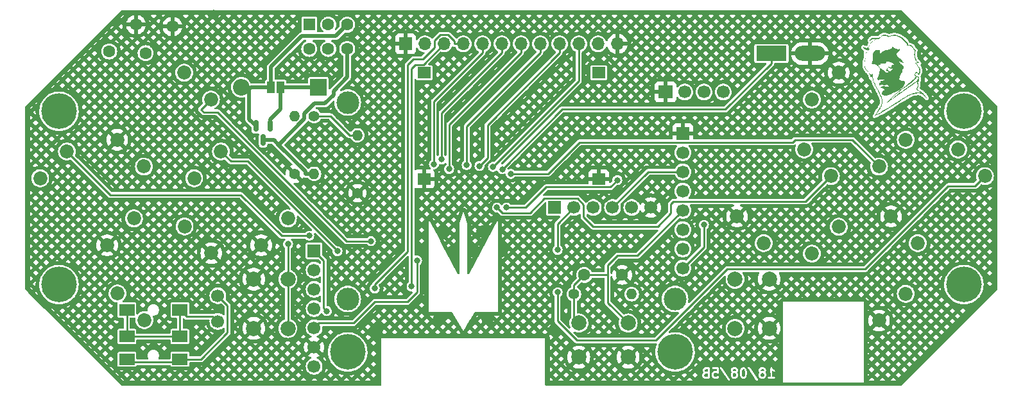
<source format=gbr>
%TF.GenerationSoftware,KiCad,Pcbnew,8.0.2*%
%TF.CreationDate,2024-06-18T15:59:24+03:00*%
%TF.ProjectId,main,6d61696e-2e6b-4696-9361-645f70636258,rev?*%
%TF.SameCoordinates,Original*%
%TF.FileFunction,Copper,L2,Bot*%
%TF.FilePolarity,Positive*%
%FSLAX46Y46*%
G04 Gerber Fmt 4.6, Leading zero omitted, Abs format (unit mm)*
G04 Created by KiCad (PCBNEW 8.0.2) date 2024-06-18 15:59:24*
%MOMM*%
%LPD*%
G01*
G04 APERTURE LIST*
G04 Aperture macros list*
%AMRoundRect*
0 Rectangle with rounded corners*
0 $1 Rounding radius*
0 $2 $3 $4 $5 $6 $7 $8 $9 X,Y pos of 4 corners*
0 Add a 4 corners polygon primitive as box body*
4,1,4,$2,$3,$4,$5,$6,$7,$8,$9,$2,$3,0*
0 Add four circle primitives for the rounded corners*
1,1,$1+$1,$2,$3*
1,1,$1+$1,$4,$5*
1,1,$1+$1,$6,$7*
1,1,$1+$1,$8,$9*
0 Add four rect primitives between the rounded corners*
20,1,$1+$1,$2,$3,$4,$5,0*
20,1,$1+$1,$4,$5,$6,$7,0*
20,1,$1+$1,$6,$7,$8,$9,0*
20,1,$1+$1,$8,$9,$2,$3,0*%
%AMHorizOval*
0 Thick line with rounded ends*
0 $1 width*
0 $2 $3 position (X,Y) of the first rounded end (center of the circle)*
0 $4 $5 position (X,Y) of the second rounded end (center of the circle)*
0 Add line between two ends*
20,1,$1,$2,$3,$4,$5,0*
0 Add two circle primitives to create the rounded ends*
1,1,$1,$2,$3*
1,1,$1,$4,$5*%
G04 Aperture macros list end*
%TA.AperFunction,NonConductor*%
%ADD10C,0.000000*%
%TD*%
%ADD11C,0.250000*%
%TA.AperFunction,ComponentPad*%
%ADD12R,4.000000X2.000000*%
%TD*%
%TA.AperFunction,ComponentPad*%
%ADD13O,4.000000X2.000000*%
%TD*%
%TA.AperFunction,ComponentPad*%
%ADD14C,4.700000*%
%TD*%
%TA.AperFunction,ComponentPad*%
%ADD15C,3.000000*%
%TD*%
%TA.AperFunction,ComponentPad*%
%ADD16R,1.700000X1.700000*%
%TD*%
%TA.AperFunction,ComponentPad*%
%ADD17C,1.700000*%
%TD*%
%TA.AperFunction,ComponentPad*%
%ADD18HorizOval,1.850000X0.000000X0.000000X0.000000X0.000000X0*%
%TD*%
%TA.AperFunction,ComponentPad*%
%ADD19HorizOval,1.850000X0.000000X0.000000X0.000000X0.000000X0*%
%TD*%
%TA.AperFunction,ComponentPad*%
%ADD20HorizOval,1.850000X0.000000X0.000000X0.000000X0.000000X0*%
%TD*%
%TA.AperFunction,ComponentPad*%
%ADD21O,1.700000X1.700000*%
%TD*%
%TA.AperFunction,ComponentPad*%
%ADD22C,2.000000*%
%TD*%
%TA.AperFunction,ComponentPad*%
%ADD23C,1.400000*%
%TD*%
%TA.AperFunction,ComponentPad*%
%ADD24O,1.400000X1.400000*%
%TD*%
%TA.AperFunction,ComponentPad*%
%ADD25HorizOval,1.850000X0.000000X0.000000X0.000000X0.000000X0*%
%TD*%
%TA.AperFunction,ComponentPad*%
%ADD26R,1.600000X1.600000*%
%TD*%
%TA.AperFunction,ComponentPad*%
%ADD27C,1.600000*%
%TD*%
%TA.AperFunction,ComponentPad*%
%ADD28R,1.850000X1.700000*%
%TD*%
%TA.AperFunction,ComponentPad*%
%ADD29R,2.200000X2.200000*%
%TD*%
%TA.AperFunction,ComponentPad*%
%ADD30O,2.200000X2.200000*%
%TD*%
%TA.AperFunction,SMDPad,CuDef*%
%ADD31RoundRect,0.150000X-0.150000X0.587500X-0.150000X-0.587500X0.150000X-0.587500X0.150000X0.587500X0*%
%TD*%
%TA.AperFunction,SMDPad,CuDef*%
%ADD32R,1.000000X1.500000*%
%TD*%
%TA.AperFunction,ComponentPad*%
%ADD33R,1.700000X1.500000*%
%TD*%
%TA.AperFunction,SMDPad,CuDef*%
%ADD34R,2.000000X1.500000*%
%TD*%
%TA.AperFunction,ViaPad*%
%ADD35C,0.800000*%
%TD*%
%TA.AperFunction,Conductor*%
%ADD36C,0.250000*%
%TD*%
%TA.AperFunction,Conductor*%
%ADD37C,0.500000*%
%TD*%
G04 APERTURE END LIST*
D10*
%TA.AperFunction,NonConductor*%
G36*
X149639289Y-54824695D02*
G01*
X149716790Y-54901017D01*
X149786481Y-54978488D01*
X149848099Y-55057147D01*
X149901376Y-55137032D01*
X149946049Y-55218183D01*
X149981851Y-55300638D01*
X150008519Y-55384437D01*
X150018344Y-55426853D01*
X150025786Y-55469619D01*
X149898212Y-55293502D01*
X149764496Y-55145601D01*
X149624695Y-55024695D01*
X149478865Y-54929564D01*
X149327062Y-54858989D01*
X149169340Y-54811750D01*
X149005757Y-54786626D01*
X148836367Y-54782399D01*
X148661226Y-54797848D01*
X148480391Y-54831753D01*
X148293917Y-54882894D01*
X148101860Y-54950053D01*
X147904276Y-55032008D01*
X147701220Y-55127540D01*
X147278916Y-55354456D01*
X146835396Y-55621041D01*
X146371105Y-55917538D01*
X145381995Y-56561230D01*
X144858069Y-56888907D01*
X144315158Y-57207460D01*
X143753707Y-57507131D01*
X143466169Y-57646835D01*
X143174163Y-57778160D01*
X143230592Y-57659196D01*
X143286244Y-57547806D01*
X143341011Y-57443544D01*
X143394782Y-57345966D01*
X143498895Y-57169079D01*
X143597701Y-57013586D01*
X143690319Y-56875925D01*
X143775868Y-56752536D01*
X143853465Y-56639859D01*
X143922231Y-56534334D01*
X143959467Y-56470071D01*
X143991878Y-56405167D01*
X144019638Y-56339679D01*
X144042919Y-56273660D01*
X144061893Y-56207165D01*
X144076733Y-56140248D01*
X144087611Y-56072964D01*
X144094701Y-56005366D01*
X144098174Y-55937511D01*
X144098202Y-55869451D01*
X144094959Y-55801241D01*
X144088617Y-55732936D01*
X144067326Y-55596259D01*
X144035708Y-55459853D01*
X143995143Y-55324155D01*
X143947011Y-55189601D01*
X143892692Y-55056625D01*
X143833567Y-54925663D01*
X143771014Y-54797150D01*
X143706414Y-54671523D01*
X143576593Y-54430664D01*
X143320773Y-53960516D01*
X143199767Y-53720778D01*
X143143138Y-53599163D01*
X143089910Y-53476163D01*
X143040698Y-53351613D01*
X142996115Y-53225347D01*
X142956774Y-53097199D01*
X142923291Y-52967004D01*
X142896278Y-52834596D01*
X142876350Y-52699810D01*
X142864120Y-52562480D01*
X142860203Y-52422440D01*
X142675511Y-52754849D01*
X142651713Y-52639179D01*
X142623340Y-52533254D01*
X142590865Y-52436303D01*
X142554761Y-52347553D01*
X142515503Y-52266234D01*
X142473562Y-52191572D01*
X142429413Y-52122796D01*
X142383529Y-52059135D01*
X142336382Y-51999816D01*
X142288447Y-51944067D01*
X142192103Y-51840192D01*
X142098283Y-51741335D01*
X142010773Y-51641322D01*
X141970568Y-51588952D01*
X141933361Y-51533976D01*
X141899624Y-51475624D01*
X141869831Y-51413123D01*
X141844455Y-51345701D01*
X141823970Y-51272587D01*
X141808848Y-51193008D01*
X141799564Y-51106192D01*
X141796590Y-51011368D01*
X141799352Y-50936259D01*
X141846148Y-50936259D01*
X141850998Y-51022447D01*
X141860678Y-51104413D01*
X141874862Y-51182441D01*
X141893227Y-51256816D01*
X141915448Y-51327820D01*
X141941201Y-51395737D01*
X141970161Y-51460851D01*
X142002004Y-51523444D01*
X142638873Y-52413604D01*
X142894438Y-52188346D01*
X142914529Y-52453815D01*
X142944500Y-52691064D01*
X142983753Y-52904025D01*
X143031688Y-53096629D01*
X143087707Y-53272807D01*
X143151210Y-53436489D01*
X143221600Y-53591608D01*
X143298276Y-53742095D01*
X143655873Y-54376337D01*
X143755001Y-54562628D01*
X143856822Y-54767873D01*
X143960738Y-54996003D01*
X144066150Y-55250950D01*
X144107769Y-55361421D01*
X144143347Y-55468739D01*
X144171720Y-55574604D01*
X144182839Y-55627524D01*
X144191719Y-55680718D01*
X144198213Y-55734400D01*
X144202177Y-55788781D01*
X144203465Y-55844075D01*
X144201929Y-55900493D01*
X144197425Y-55958250D01*
X144189807Y-56017556D01*
X144178929Y-56078625D01*
X144164645Y-56141669D01*
X144146809Y-56206901D01*
X144125275Y-56274533D01*
X144099898Y-56344778D01*
X144070531Y-56417849D01*
X144037029Y-56493957D01*
X143999246Y-56573317D01*
X143957036Y-56656139D01*
X143910253Y-56742638D01*
X143858752Y-56833024D01*
X143802386Y-56927512D01*
X143674477Y-57129640D01*
X143525360Y-57350723D01*
X143353868Y-57592461D01*
X143838458Y-57343221D01*
X144312091Y-57077878D01*
X144774025Y-56801990D01*
X145223520Y-56521114D01*
X146882280Y-55458868D01*
X147258460Y-55236408D01*
X147617754Y-55042302D01*
X147959420Y-54882108D01*
X148282718Y-54761382D01*
X148437247Y-54717557D01*
X148586906Y-54685683D01*
X148731603Y-54666455D01*
X148871244Y-54660567D01*
X149005737Y-54668714D01*
X149134989Y-54691591D01*
X149258909Y-54729892D01*
X149377402Y-54784312D01*
X148593522Y-54273128D01*
X148637960Y-54211771D01*
X148678013Y-54150406D01*
X148713552Y-54089032D01*
X148744447Y-54027650D01*
X148770571Y-53966258D01*
X148791794Y-53904858D01*
X148807987Y-53843448D01*
X148819022Y-53782029D01*
X148822565Y-53751316D01*
X148824770Y-53720600D01*
X148825621Y-53689882D01*
X148825102Y-53659162D01*
X148823197Y-53628439D01*
X148819890Y-53597714D01*
X148815164Y-53566986D01*
X148809004Y-53536256D01*
X148801394Y-53505523D01*
X148792316Y-53474788D01*
X148781756Y-53444050D01*
X148769697Y-53413309D01*
X148756123Y-53382566D01*
X148741018Y-53351820D01*
X148724366Y-53321072D01*
X148706151Y-53290321D01*
X144685311Y-56128519D01*
X144778362Y-55997008D01*
X144884863Y-55862066D01*
X145133539Y-55583753D01*
X145421983Y-55297307D01*
X145740838Y-55006454D01*
X146080749Y-54714920D01*
X146432359Y-54426430D01*
X147133250Y-53873491D01*
X147768663Y-53377446D01*
X148038424Y-53160074D01*
X148263746Y-52968104D01*
X148435274Y-52805261D01*
X148543651Y-52675273D01*
X148571233Y-52623764D01*
X148579520Y-52581866D01*
X148567341Y-52550044D01*
X148533526Y-52528764D01*
X148508959Y-52517366D01*
X148488289Y-52501832D01*
X148471372Y-52482583D01*
X148458067Y-52460040D01*
X148448232Y-52434625D01*
X148441727Y-52406757D01*
X148438408Y-52376859D01*
X148438135Y-52345352D01*
X148440765Y-52312656D01*
X148446158Y-52279193D01*
X148454170Y-52245383D01*
X148464661Y-52211648D01*
X148477489Y-52178409D01*
X148492512Y-52146086D01*
X148509589Y-52115102D01*
X148528577Y-52085876D01*
X148549335Y-52058831D01*
X148571722Y-52034387D01*
X148595595Y-52012965D01*
X148620813Y-51994986D01*
X148647235Y-51980871D01*
X148674717Y-51971042D01*
X148703120Y-51965920D01*
X148732301Y-51965925D01*
X148762118Y-51971478D01*
X148792430Y-51983002D01*
X148823095Y-52000916D01*
X148853971Y-52025642D01*
X148884917Y-52057600D01*
X148915790Y-52097213D01*
X148946450Y-52144901D01*
X148976755Y-52201085D01*
X149016100Y-52091771D01*
X149033818Y-52035592D01*
X149048547Y-51977084D01*
X149054395Y-51946649D01*
X149059021Y-51915263D01*
X149062267Y-51882803D01*
X149063975Y-51849144D01*
X149063987Y-51814165D01*
X149062144Y-51777742D01*
X149058289Y-51739752D01*
X149052264Y-51700072D01*
X149043910Y-51658579D01*
X149033069Y-51615149D01*
X149019584Y-51569660D01*
X149003295Y-51521988D01*
X148984045Y-51472010D01*
X148961676Y-51419604D01*
X148936030Y-51364646D01*
X148906948Y-51307012D01*
X148874272Y-51246581D01*
X148837845Y-51183228D01*
X148797508Y-51116831D01*
X148753102Y-51047266D01*
X148704471Y-50974411D01*
X148651456Y-50898141D01*
X148593898Y-50818335D01*
X148531640Y-50734869D01*
X148819038Y-50713449D01*
X148773783Y-50662221D01*
X148731538Y-50611236D01*
X148692217Y-50560487D01*
X148655730Y-50509967D01*
X148621990Y-50459668D01*
X148590908Y-50409583D01*
X148536368Y-50310029D01*
X148491404Y-50211248D01*
X148455313Y-50113182D01*
X148427389Y-50015776D01*
X148406927Y-49918971D01*
X148393223Y-49822712D01*
X148385572Y-49726940D01*
X148383269Y-49631601D01*
X148385609Y-49536636D01*
X148391888Y-49441988D01*
X148401400Y-49347602D01*
X148427305Y-49159384D01*
X148359405Y-49025876D01*
X148323516Y-48961260D01*
X148285692Y-48898778D01*
X148245451Y-48838963D01*
X148202311Y-48782347D01*
X148155791Y-48729461D01*
X148131112Y-48704583D01*
X148105407Y-48680837D01*
X148078616Y-48658289D01*
X148050679Y-48637007D01*
X148021535Y-48617056D01*
X147991125Y-48598503D01*
X147959387Y-48581414D01*
X147926261Y-48565857D01*
X147891688Y-48551897D01*
X147855608Y-48539601D01*
X147817959Y-48529035D01*
X147778681Y-48520267D01*
X147737715Y-48513361D01*
X147695001Y-48508386D01*
X147650477Y-48505407D01*
X147604084Y-48504491D01*
X147555761Y-48505704D01*
X147505449Y-48509113D01*
X147450226Y-48406518D01*
X147385463Y-48299776D01*
X147311621Y-48190328D01*
X147229158Y-48079617D01*
X147138534Y-47969084D01*
X147040208Y-47860170D01*
X146934641Y-47754318D01*
X146822290Y-47652969D01*
X146703617Y-47557564D01*
X146579079Y-47469546D01*
X146514756Y-47428757D01*
X146449138Y-47390356D01*
X146382284Y-47354522D01*
X146314251Y-47321435D01*
X146245097Y-47291277D01*
X146174880Y-47264226D01*
X146103655Y-47240464D01*
X146031482Y-47220170D01*
X145958417Y-47203524D01*
X145884518Y-47190708D01*
X145809842Y-47181901D01*
X145734446Y-47177283D01*
X145691932Y-47176593D01*
X145649220Y-47177306D01*
X145606321Y-47179452D01*
X145563245Y-47183063D01*
X145520001Y-47188172D01*
X145476600Y-47194808D01*
X145433053Y-47203005D01*
X145389368Y-47212793D01*
X145345556Y-47224205D01*
X145301627Y-47237273D01*
X145257592Y-47252027D01*
X145213460Y-47268499D01*
X145169242Y-47286722D01*
X145124947Y-47306726D01*
X145080586Y-47328544D01*
X145036168Y-47352207D01*
X144948283Y-47311429D01*
X144860775Y-47275067D01*
X144773702Y-47243807D01*
X144687123Y-47218330D01*
X144601096Y-47199320D01*
X144515679Y-47187462D01*
X144473218Y-47184428D01*
X144430931Y-47183438D01*
X144388825Y-47184578D01*
X144346909Y-47187932D01*
X144305189Y-47193587D01*
X144263673Y-47201628D01*
X144222367Y-47212140D01*
X144181280Y-47225209D01*
X144140418Y-47240919D01*
X144099789Y-47259358D01*
X144059400Y-47280609D01*
X144019258Y-47304759D01*
X143979371Y-47331892D01*
X143939746Y-47362095D01*
X143900390Y-47395453D01*
X143861311Y-47432051D01*
X143822515Y-47471975D01*
X143784010Y-47515309D01*
X143745804Y-47562140D01*
X143707903Y-47612553D01*
X143685593Y-47610931D01*
X143663056Y-47608746D01*
X143617748Y-47603790D01*
X143595199Y-47601570D01*
X143572867Y-47599890D01*
X143550863Y-47599024D01*
X143529300Y-47599249D01*
X143508286Y-47600839D01*
X143487935Y-47604071D01*
X143478042Y-47606388D01*
X143468356Y-47609219D01*
X143458891Y-47612598D01*
X143449660Y-47616559D01*
X143440678Y-47621138D01*
X143431959Y-47626367D01*
X143423516Y-47632282D01*
X143415364Y-47638918D01*
X143407515Y-47646308D01*
X143399985Y-47654487D01*
X143392786Y-47663490D01*
X143385933Y-47673350D01*
X143322529Y-47695690D01*
X143262175Y-47719491D01*
X143204755Y-47744696D01*
X143150152Y-47771249D01*
X143098251Y-47799095D01*
X143048933Y-47828176D01*
X143002082Y-47858436D01*
X142957582Y-47889818D01*
X142915316Y-47922267D01*
X142875168Y-47955725D01*
X142837019Y-47990137D01*
X142800755Y-48025446D01*
X142766258Y-48061595D01*
X142733412Y-48098528D01*
X142672204Y-48174521D01*
X142616197Y-48252973D01*
X142564460Y-48333432D01*
X142516057Y-48415448D01*
X142470057Y-48498569D01*
X142381526Y-48666319D01*
X142291400Y-48833073D01*
X142507021Y-48909606D01*
X142386762Y-49032876D01*
X142284950Y-49144953D01*
X142200199Y-49246770D01*
X142131123Y-49339259D01*
X142102029Y-49382297D01*
X142076334Y-49423352D01*
X142053864Y-49462541D01*
X142034447Y-49499980D01*
X142017908Y-49535786D01*
X142004074Y-49570076D01*
X141992773Y-49602966D01*
X141983830Y-49634572D01*
X141977073Y-49665011D01*
X141972328Y-49694400D01*
X141968182Y-49750492D01*
X141970004Y-49803779D01*
X141976409Y-49855195D01*
X142020125Y-50060776D01*
X141974663Y-50190939D01*
X141936626Y-50314614D01*
X141905689Y-50432082D01*
X141881527Y-50543628D01*
X141863817Y-50649535D01*
X141852233Y-50750087D01*
X141846451Y-50845567D01*
X141846148Y-50936259D01*
X141799352Y-50936259D01*
X141800400Y-50907764D01*
X141811467Y-50794608D01*
X141830264Y-50671128D01*
X141857265Y-50536552D01*
X141892942Y-50390108D01*
X141937769Y-50231024D01*
X141992220Y-50058528D01*
X141978917Y-49984978D01*
X141968548Y-49916662D01*
X141960970Y-49853324D01*
X141956036Y-49794705D01*
X141953605Y-49740548D01*
X141953530Y-49690596D01*
X141955668Y-49644591D01*
X141959874Y-49602276D01*
X141966005Y-49563393D01*
X141973915Y-49527685D01*
X141983461Y-49494895D01*
X141994497Y-49464764D01*
X142006881Y-49437037D01*
X142020468Y-49411454D01*
X142035112Y-49387760D01*
X142050671Y-49365695D01*
X142083953Y-49325428D01*
X142119159Y-49288593D01*
X142190725Y-49216981D01*
X142224777Y-49178086D01*
X142256136Y-49134385D01*
X142270444Y-49110088D01*
X142283646Y-49083818D01*
X142295598Y-49055317D01*
X142306154Y-49024328D01*
X142248113Y-49035749D01*
X142191880Y-49043102D01*
X142137505Y-49046272D01*
X142085040Y-49045146D01*
X142059539Y-49042936D01*
X142034534Y-49039609D01*
X142010032Y-49035151D01*
X141986040Y-49029548D01*
X141962562Y-49022784D01*
X141939606Y-49014847D01*
X141917179Y-49005722D01*
X141895285Y-48995394D01*
X141873933Y-48983849D01*
X141853127Y-48971073D01*
X141832875Y-48957052D01*
X141813183Y-48941772D01*
X141794056Y-48925217D01*
X141775502Y-48907375D01*
X141757527Y-48888230D01*
X141740136Y-48867769D01*
X141723337Y-48845977D01*
X141707136Y-48822840D01*
X141691539Y-48798343D01*
X141676552Y-48772473D01*
X141662183Y-48745214D01*
X141648436Y-48716554D01*
X141635318Y-48686477D01*
X141622837Y-48654970D01*
X141720848Y-48698572D01*
X141809419Y-48733214D01*
X141889217Y-48759299D01*
X141960905Y-48777230D01*
X142025150Y-48787409D01*
X142082616Y-48790238D01*
X142133970Y-48786120D01*
X142179876Y-48775458D01*
X142221000Y-48758652D01*
X142258007Y-48736107D01*
X142291563Y-48708224D01*
X142322333Y-48675405D01*
X142350982Y-48638054D01*
X142378175Y-48596572D01*
X142430858Y-48502826D01*
X142485703Y-48397387D01*
X142548034Y-48283473D01*
X142583671Y-48224344D01*
X142623174Y-48164304D01*
X142667211Y-48103754D01*
X142716446Y-48043098D01*
X142771544Y-47982738D01*
X142833171Y-47923075D01*
X142901993Y-47864514D01*
X142978674Y-47807455D01*
X143063880Y-47752301D01*
X143158277Y-47699455D01*
X143262529Y-47649319D01*
X143377303Y-47602295D01*
X143279721Y-47596696D01*
X143190673Y-47595980D01*
X143109535Y-47599724D01*
X143035683Y-47607506D01*
X142968493Y-47618903D01*
X142907343Y-47633493D01*
X142851608Y-47650853D01*
X142800665Y-47670559D01*
X142753890Y-47692190D01*
X142710659Y-47715324D01*
X142670350Y-47739536D01*
X142632338Y-47764405D01*
X142490794Y-47861995D01*
X142500511Y-47827117D01*
X142511504Y-47793655D01*
X142523833Y-47761622D01*
X142537557Y-47731029D01*
X142552735Y-47701890D01*
X142569425Y-47674217D01*
X142587688Y-47648022D01*
X142607582Y-47623317D01*
X142629167Y-47600116D01*
X142652501Y-47578430D01*
X142677644Y-47558272D01*
X142704655Y-47539655D01*
X142733593Y-47522590D01*
X142764517Y-47507091D01*
X142797486Y-47493170D01*
X142832560Y-47480838D01*
X142869798Y-47470110D01*
X142909258Y-47460996D01*
X142951000Y-47453510D01*
X142995083Y-47447663D01*
X143041567Y-47443470D01*
X143090509Y-47440940D01*
X143141971Y-47440089D01*
X143196009Y-47440926D01*
X143252685Y-47443466D01*
X143312057Y-47447721D01*
X143374183Y-47453702D01*
X143439124Y-47461423D01*
X143506938Y-47470896D01*
X143577685Y-47482133D01*
X143651423Y-47495147D01*
X143728212Y-47509950D01*
X143802205Y-47428738D01*
X143877514Y-47348079D01*
X143916358Y-47308982D01*
X143956366Y-47271254D01*
X143997816Y-47235305D01*
X144040987Y-47201545D01*
X144086158Y-47170384D01*
X144109579Y-47155907D01*
X144133605Y-47142233D01*
X144158270Y-47129414D01*
X144183609Y-47117501D01*
X144209656Y-47106545D01*
X144236447Y-47096598D01*
X144264015Y-47087711D01*
X144292397Y-47079935D01*
X144321626Y-47073322D01*
X144351738Y-47067922D01*
X144382767Y-47063787D01*
X144414748Y-47060969D01*
X144447716Y-47059518D01*
X144481706Y-47059486D01*
X144513522Y-47060731D01*
X144546237Y-47063230D01*
X144579877Y-47067020D01*
X144614469Y-47072141D01*
X144650038Y-47078631D01*
X144686611Y-47086529D01*
X144724214Y-47095872D01*
X144762873Y-47106700D01*
X144802614Y-47119051D01*
X144843464Y-47132963D01*
X144885447Y-47148476D01*
X144928591Y-47165627D01*
X144972922Y-47184455D01*
X145018466Y-47204998D01*
X145065248Y-47227296D01*
X145113295Y-47251387D01*
X145211142Y-47196163D01*
X145310952Y-47151694D01*
X145412404Y-47117494D01*
X145515176Y-47093079D01*
X145618947Y-47077965D01*
X145723396Y-47071667D01*
X145828202Y-47073700D01*
X145933044Y-47083579D01*
X146037601Y-47100821D01*
X146141551Y-47124941D01*
X146244573Y-47155454D01*
X146346346Y-47191876D01*
X146446549Y-47233721D01*
X146544861Y-47280506D01*
X146734527Y-47386956D01*
X146912773Y-47507349D01*
X147077032Y-47637808D01*
X147224733Y-47774458D01*
X147353307Y-47913421D01*
X147460185Y-48050822D01*
X147542798Y-48182783D01*
X147574202Y-48245512D01*
X147598577Y-48305428D01*
X147615600Y-48362046D01*
X147624951Y-48414881D01*
X147682209Y-48407667D01*
X147736356Y-48404343D01*
X147787529Y-48404711D01*
X147835862Y-48408573D01*
X147881491Y-48415734D01*
X147924550Y-48425996D01*
X147965175Y-48439160D01*
X148003501Y-48455032D01*
X148039664Y-48473412D01*
X148073799Y-48494104D01*
X148106040Y-48516911D01*
X148136523Y-48541636D01*
X148165384Y-48568080D01*
X148192757Y-48596048D01*
X148218778Y-48625342D01*
X148243582Y-48655765D01*
X148290080Y-48719207D01*
X148333332Y-48784799D01*
X148414429Y-48916116D01*
X148454437Y-48978688D01*
X148495527Y-49037098D01*
X148516816Y-49064249D01*
X148538780Y-49089768D01*
X148561557Y-49113458D01*
X148585280Y-49135122D01*
X148550656Y-49280324D01*
X148526350Y-49418747D01*
X148511996Y-49550629D01*
X148507232Y-49676211D01*
X148511692Y-49795731D01*
X148525013Y-49909429D01*
X148546831Y-50017543D01*
X148576781Y-50120313D01*
X148614500Y-50217979D01*
X148659623Y-50310779D01*
X148711786Y-50398952D01*
X148770624Y-50482738D01*
X148835775Y-50562376D01*
X148906874Y-50638105D01*
X148983556Y-50710165D01*
X149065457Y-50778794D01*
X148714574Y-50797242D01*
X148757478Y-50876183D01*
X148799661Y-50947681D01*
X148840880Y-51012749D01*
X148880896Y-51072397D01*
X149024105Y-51277007D01*
X149054489Y-51324719D01*
X149082226Y-51373075D01*
X149107072Y-51423086D01*
X149118336Y-51449029D01*
X149128788Y-51475765D01*
X149138397Y-51503420D01*
X149147133Y-51532121D01*
X149154966Y-51561994D01*
X149161866Y-51593165D01*
X149167803Y-51625761D01*
X149172746Y-51659908D01*
X149176666Y-51695733D01*
X149179533Y-51733361D01*
X149181284Y-51778242D01*
X149181068Y-51823035D01*
X149178822Y-51867739D01*
X149174483Y-51912356D01*
X149167988Y-51956884D01*
X149159273Y-52001325D01*
X149148277Y-52045678D01*
X149134934Y-52089943D01*
X149119184Y-52134120D01*
X149100961Y-52178210D01*
X149080204Y-52222213D01*
X149056849Y-52266128D01*
X149030833Y-52309955D01*
X149002093Y-52353696D01*
X148970566Y-52397349D01*
X148936189Y-52440915D01*
X148926766Y-52376066D01*
X148914833Y-52318516D01*
X148900647Y-52267963D01*
X148884470Y-52224100D01*
X148866560Y-52186626D01*
X148847178Y-52155234D01*
X148826584Y-52129622D01*
X148805037Y-52109484D01*
X148782798Y-52094517D01*
X148760125Y-52084417D01*
X148737279Y-52078879D01*
X148714519Y-52077599D01*
X148692106Y-52080274D01*
X148670299Y-52086598D01*
X148649358Y-52096269D01*
X148629544Y-52108980D01*
X148611114Y-52124430D01*
X148594330Y-52142312D01*
X148579452Y-52162324D01*
X148566738Y-52184161D01*
X148556450Y-52207519D01*
X148548846Y-52232093D01*
X148544186Y-52257580D01*
X148542732Y-52283675D01*
X148544741Y-52310074D01*
X148550474Y-52336473D01*
X148560191Y-52362569D01*
X148574151Y-52388056D01*
X148592615Y-52412630D01*
X148615842Y-52435988D01*
X148644092Y-52457825D01*
X148677626Y-52477837D01*
X148697217Y-52542635D01*
X148698735Y-52611004D01*
X148683102Y-52682868D01*
X148651237Y-52758152D01*
X148604064Y-52836781D01*
X148542502Y-52918681D01*
X148467474Y-53003775D01*
X148379901Y-53091989D01*
X148170805Y-53277477D01*
X147922585Y-53474542D01*
X147642611Y-53682585D01*
X147338255Y-53901005D01*
X146685880Y-54366571D01*
X146352602Y-54612516D01*
X146024426Y-54866433D01*
X145708723Y-55127724D01*
X145412862Y-55395786D01*
X145274677Y-55532169D01*
X145144216Y-55670019D01*
X145022402Y-55809262D01*
X144910155Y-55949822D01*
X145191191Y-55704580D01*
X145463700Y-55475391D01*
X145727506Y-55261539D01*
X145982435Y-55062308D01*
X146228311Y-54876983D01*
X146464961Y-54704847D01*
X146692208Y-54545185D01*
X146909878Y-54397281D01*
X147970398Y-53689317D01*
X148344245Y-53425842D01*
X148493788Y-53311276D01*
X148619067Y-53206080D01*
X148720576Y-53108695D01*
X148798805Y-53017562D01*
X148854247Y-52931123D01*
X148873578Y-52889177D01*
X148887396Y-52847820D01*
X148895764Y-52806857D01*
X148898742Y-52766093D01*
X148896394Y-52725334D01*
X148888779Y-52684384D01*
X148875961Y-52643050D01*
X148857999Y-52601135D01*
X148806894Y-52514787D01*
X148834043Y-52532729D01*
X148859589Y-52551152D01*
X148883533Y-52570055D01*
X148905875Y-52589439D01*
X148926614Y-52609304D01*
X148945750Y-52629650D01*
X148963284Y-52650476D01*
X148979216Y-52671783D01*
X148993544Y-52693571D01*
X149006271Y-52715840D01*
X149017395Y-52738589D01*
X149026916Y-52761819D01*
X149034835Y-52785529D01*
X149041151Y-52809721D01*
X149045864Y-52834393D01*
X149048975Y-52859546D01*
X149050483Y-52885179D01*
X149050389Y-52911293D01*
X149048692Y-52937888D01*
X149045393Y-52964964D01*
X149040491Y-52992521D01*
X149033986Y-53020558D01*
X149025878Y-53049076D01*
X149016168Y-53078075D01*
X149004856Y-53107554D01*
X148991940Y-53137515D01*
X148977422Y-53167956D01*
X148961301Y-53198877D01*
X148943578Y-53230280D01*
X148924252Y-53262163D01*
X148903323Y-53294528D01*
X148880791Y-53327372D01*
X148898705Y-53384155D01*
X148913306Y-53441061D01*
X148924595Y-53498092D01*
X148932573Y-53555246D01*
X148937238Y-53612525D01*
X148938591Y-53669927D01*
X148936632Y-53727454D01*
X148931362Y-53785104D01*
X148922779Y-53842879D01*
X148910885Y-53900778D01*
X148895679Y-53958801D01*
X148877161Y-54016948D01*
X148855331Y-54075219D01*
X148830190Y-54133615D01*
X148801736Y-54192135D01*
X148769971Y-54250779D01*
X148900400Y-54319318D01*
X149025140Y-54388693D01*
X149143928Y-54458944D01*
X149256497Y-54530109D01*
X149362583Y-54602228D01*
X149461920Y-54675339D01*
X149554244Y-54749482D01*
X149593628Y-54784312D01*
X149639289Y-54824695D01*
G37*
%TD.AperFunction*%
%TA.AperFunction,NonConductor*%
G36*
X150025812Y-55469671D02*
G01*
X150025786Y-55469671D01*
X150025786Y-55469619D01*
X150025812Y-55469671D01*
G37*
%TD.AperFunction*%
%TA.AperFunction,NonConductor*%
G36*
X146829533Y-51058455D02*
G01*
X146895693Y-51121531D01*
X146924951Y-51152745D01*
X146951013Y-51183864D01*
X146973394Y-51214978D01*
X146991608Y-51246177D01*
X147005171Y-51277553D01*
X147013596Y-51309195D01*
X147016397Y-51341196D01*
X147013090Y-51373644D01*
X147003189Y-51406631D01*
X146986208Y-51440247D01*
X146961662Y-51474583D01*
X146929066Y-51509729D01*
X146887933Y-51545776D01*
X146837779Y-51582815D01*
X146839642Y-51636541D01*
X146835976Y-51692690D01*
X146827322Y-51750980D01*
X146814220Y-51811129D01*
X146797212Y-51872856D01*
X146776838Y-51935878D01*
X146728158Y-52064685D01*
X146506992Y-52575402D01*
X146485296Y-52634086D01*
X146466725Y-52690686D01*
X146451820Y-52744919D01*
X146441123Y-52796504D01*
X146435173Y-52845159D01*
X146434512Y-52890603D01*
X146439680Y-52932553D01*
X146451219Y-52970728D01*
X146459547Y-52988312D01*
X146469670Y-53004847D01*
X146481656Y-53020297D01*
X146495573Y-53034627D01*
X146511488Y-53047802D01*
X146529469Y-53059787D01*
X146549583Y-53070546D01*
X146571899Y-53080045D01*
X146623404Y-53095120D01*
X146684525Y-53104729D01*
X146755803Y-53108591D01*
X146837779Y-53106424D01*
X146883085Y-53112427D01*
X146924640Y-53120820D01*
X146962504Y-53131523D01*
X146996740Y-53144454D01*
X147027410Y-53159531D01*
X147054575Y-53176672D01*
X147078299Y-53195796D01*
X147098643Y-53216821D01*
X147115668Y-53239664D01*
X147129438Y-53264246D01*
X147140013Y-53290483D01*
X147147457Y-53318294D01*
X147151830Y-53347597D01*
X147153195Y-53378311D01*
X147151615Y-53410353D01*
X147147150Y-53443643D01*
X147139864Y-53478097D01*
X147129817Y-53513636D01*
X147117073Y-53550176D01*
X147101693Y-53587637D01*
X147083738Y-53625936D01*
X147063272Y-53664991D01*
X147015052Y-53745045D01*
X146957529Y-53827146D01*
X146891198Y-53910638D01*
X146816556Y-53994869D01*
X146734099Y-54079184D01*
X146669216Y-54139313D01*
X146600517Y-54197018D01*
X146528222Y-54252475D01*
X146452549Y-54305861D01*
X146373715Y-54357354D01*
X146291939Y-54407130D01*
X146207439Y-54455365D01*
X146120432Y-54502237D01*
X145939774Y-54592598D01*
X145751709Y-54679626D01*
X145360339Y-54849344D01*
X145292272Y-54884037D01*
X145223765Y-54917030D01*
X145154921Y-54947965D01*
X145085840Y-54976482D01*
X145016624Y-55002222D01*
X144947375Y-55024827D01*
X144878193Y-55043936D01*
X144809181Y-55059191D01*
X144740440Y-55070234D01*
X144672070Y-55076704D01*
X144604174Y-55078242D01*
X144536853Y-55074490D01*
X144503439Y-55070518D01*
X144470208Y-55065088D01*
X144437170Y-55058157D01*
X144404340Y-55049678D01*
X144371730Y-55039607D01*
X144339352Y-55027900D01*
X144307219Y-55014511D01*
X144275344Y-54999395D01*
X144250860Y-54988599D01*
X144228753Y-54975516D01*
X144208994Y-54960322D01*
X144191554Y-54943195D01*
X144176406Y-54924312D01*
X144163520Y-54903852D01*
X144152869Y-54881990D01*
X144144423Y-54858905D01*
X144138154Y-54834775D01*
X144134034Y-54809776D01*
X144132034Y-54784086D01*
X144132126Y-54757882D01*
X144134280Y-54731342D01*
X144138469Y-54704643D01*
X144144665Y-54677963D01*
X144152837Y-54651479D01*
X144162959Y-54625369D01*
X144175001Y-54599809D01*
X144188936Y-54574978D01*
X144204733Y-54551053D01*
X144222366Y-54528211D01*
X144241805Y-54506629D01*
X144263022Y-54486486D01*
X144285989Y-54467958D01*
X144310676Y-54451223D01*
X144337056Y-54436459D01*
X144365100Y-54423842D01*
X144394779Y-54413550D01*
X144426065Y-54405762D01*
X144458929Y-54400653D01*
X144493344Y-54398401D01*
X144529279Y-54399185D01*
X144513140Y-54385927D01*
X144497902Y-54372129D01*
X144483566Y-54357790D01*
X144470132Y-54342910D01*
X144457599Y-54327489D01*
X144445967Y-54311527D01*
X144435237Y-54295024D01*
X144425409Y-54277981D01*
X144416481Y-54260397D01*
X144408455Y-54242272D01*
X144401330Y-54223606D01*
X144395107Y-54204399D01*
X144389784Y-54184652D01*
X144385363Y-54164364D01*
X144381843Y-54143535D01*
X144379224Y-54122165D01*
X144320471Y-54120189D01*
X144267457Y-54118022D01*
X144219876Y-54115548D01*
X144177419Y-54112652D01*
X144158015Y-54111011D01*
X144139778Y-54109220D01*
X144122668Y-54107267D01*
X144106646Y-54105137D01*
X144091675Y-54102815D01*
X144077716Y-54100288D01*
X144064730Y-54097539D01*
X144052679Y-54094557D01*
X144041524Y-54091325D01*
X144031227Y-54087830D01*
X144021750Y-54084057D01*
X144013054Y-54079992D01*
X144005100Y-54075620D01*
X143997850Y-54070927D01*
X143991266Y-54065900D01*
X143985309Y-54060522D01*
X143979941Y-54054781D01*
X143975123Y-54048662D01*
X143970816Y-54042149D01*
X143966983Y-54035230D01*
X143963585Y-54027889D01*
X143960583Y-54020113D01*
X143957939Y-54011886D01*
X143955614Y-54003195D01*
X143954692Y-53997553D01*
X143954626Y-53991738D01*
X143955406Y-53985770D01*
X143957022Y-53979676D01*
X143962722Y-53967196D01*
X143971646Y-53954486D01*
X143983712Y-53941733D01*
X143998842Y-53929123D01*
X144016953Y-53916845D01*
X144037967Y-53905084D01*
X144061802Y-53894029D01*
X144088378Y-53883866D01*
X144117614Y-53874782D01*
X144149431Y-53866965D01*
X144183747Y-53860602D01*
X144220483Y-53855879D01*
X144259557Y-53852984D01*
X144300889Y-53852105D01*
X144338489Y-53852948D01*
X144377476Y-53854981D01*
X144459549Y-53861615D01*
X144639657Y-53878150D01*
X144737443Y-53884047D01*
X144788214Y-53885526D01*
X144840217Y-53885693D01*
X144893436Y-53884297D01*
X144947856Y-53881088D01*
X145003460Y-53875816D01*
X145060234Y-53868229D01*
X145047593Y-53862082D01*
X145035594Y-53855229D01*
X145024173Y-53847746D01*
X145013261Y-53839703D01*
X145002793Y-53831175D01*
X144992702Y-53822233D01*
X144973385Y-53803403D01*
X144936348Y-53763994D01*
X144917563Y-53744581D01*
X144897891Y-53726140D01*
X144887556Y-53717466D01*
X144876800Y-53709253D01*
X144865556Y-53701575D01*
X144853757Y-53694504D01*
X144841337Y-53688113D01*
X144828230Y-53682476D01*
X144814368Y-53677664D01*
X144799686Y-53673751D01*
X144784117Y-53670810D01*
X144767595Y-53668913D01*
X144750051Y-53668134D01*
X144731422Y-53668545D01*
X144711639Y-53670219D01*
X144690636Y-53673229D01*
X144668346Y-53677648D01*
X144644704Y-53683549D01*
X144621447Y-53695955D01*
X144598899Y-53706556D01*
X144577024Y-53715443D01*
X144555789Y-53722703D01*
X144535157Y-53728425D01*
X144515095Y-53732698D01*
X144495567Y-53735611D01*
X144476539Y-53737253D01*
X144457976Y-53737712D01*
X144439842Y-53737076D01*
X144422103Y-53735435D01*
X144404725Y-53732878D01*
X144387672Y-53729492D01*
X144370909Y-53725367D01*
X144338116Y-53715255D01*
X144306067Y-53703250D01*
X144274482Y-53690062D01*
X144211591Y-53662976D01*
X144179728Y-53650498D01*
X144147214Y-53639676D01*
X144130626Y-53635108D01*
X144113771Y-53631220D01*
X144096613Y-53628101D01*
X144079119Y-53625839D01*
X144071797Y-53632612D01*
X144064509Y-53639030D01*
X144050051Y-53650860D01*
X144035779Y-53661440D01*
X144021730Y-53670881D01*
X144007937Y-53679293D01*
X143994437Y-53686787D01*
X143981263Y-53693475D01*
X143968452Y-53699466D01*
X143956037Y-53704873D01*
X143944055Y-53709806D01*
X143921526Y-53718692D01*
X143901146Y-53727013D01*
X143891849Y-53731238D01*
X143883194Y-53735654D01*
X143875025Y-53739857D01*
X143866909Y-53743509D01*
X143858869Y-53746610D01*
X143850928Y-53749158D01*
X143843110Y-53751151D01*
X143835437Y-53752589D01*
X143827932Y-53753469D01*
X143820618Y-53753791D01*
X143813518Y-53753553D01*
X143806654Y-53752753D01*
X143800051Y-53751390D01*
X143793730Y-53749463D01*
X143787715Y-53746971D01*
X143782028Y-53743911D01*
X143776693Y-53740282D01*
X143771732Y-53736084D01*
X143767169Y-53731314D01*
X143763026Y-53725971D01*
X143759326Y-53720054D01*
X143756092Y-53713562D01*
X143753347Y-53706492D01*
X143751114Y-53698843D01*
X143749416Y-53690615D01*
X143748276Y-53681806D01*
X143747717Y-53672413D01*
X143747761Y-53662437D01*
X143748432Y-53651874D01*
X143749753Y-53640725D01*
X143751746Y-53628988D01*
X143754434Y-53616660D01*
X143757841Y-53603741D01*
X143761989Y-53590229D01*
X143769150Y-53560161D01*
X143776157Y-53533135D01*
X143783017Y-53509002D01*
X143789737Y-53487613D01*
X143796325Y-53468817D01*
X143802788Y-53452466D01*
X143809136Y-53438408D01*
X143815374Y-53426496D01*
X143821510Y-53416579D01*
X143827553Y-53408507D01*
X143833510Y-53402131D01*
X143839388Y-53397302D01*
X143845195Y-53393869D01*
X143850938Y-53391683D01*
X143856626Y-53390595D01*
X143862265Y-53390454D01*
X143867864Y-53391112D01*
X143873430Y-53392417D01*
X143884494Y-53396376D01*
X143906560Y-53405490D01*
X143912108Y-53407145D01*
X143917684Y-53408252D01*
X143923296Y-53408660D01*
X143928951Y-53408220D01*
X143934657Y-53406783D01*
X143940421Y-53404199D01*
X143946251Y-53400318D01*
X143952154Y-53394990D01*
X143954470Y-53386344D01*
X143956393Y-53377045D01*
X143959227Y-53356757D01*
X143960979Y-53334667D01*
X143961974Y-53311316D01*
X143962991Y-53262993D01*
X143963662Y-53239102D01*
X143964873Y-53216112D01*
X143966949Y-53194564D01*
X143968412Y-53184499D01*
X143970214Y-53174998D01*
X143972394Y-53166127D01*
X143974993Y-53157955D01*
X143978052Y-53150549D01*
X143981611Y-53143976D01*
X143985710Y-53138305D01*
X143990390Y-53133602D01*
X143995693Y-53129935D01*
X144001657Y-53127372D01*
X144008324Y-53125980D01*
X144015735Y-53125828D01*
X144023930Y-53126982D01*
X144032949Y-53129510D01*
X144077281Y-53129218D01*
X144120418Y-53127840D01*
X144162195Y-53125224D01*
X144202445Y-53121221D01*
X144241004Y-53115680D01*
X144259598Y-53112285D01*
X144277707Y-53108450D01*
X144295310Y-53104155D01*
X144312387Y-53099382D01*
X144328917Y-53094111D01*
X144344879Y-53088324D01*
X144360253Y-53082002D01*
X144375017Y-53075127D01*
X144389153Y-53067679D01*
X144402637Y-53059639D01*
X144415451Y-53050990D01*
X144427573Y-53041712D01*
X144438982Y-53031785D01*
X144449659Y-53021193D01*
X144459581Y-53009915D01*
X144468729Y-52997933D01*
X144477082Y-52985227D01*
X144484619Y-52971781D01*
X144491319Y-52957573D01*
X144497162Y-52942587D01*
X144502127Y-52926802D01*
X144506194Y-52910200D01*
X144483749Y-52919404D01*
X144459992Y-52926945D01*
X144435010Y-52932971D01*
X144408892Y-52937632D01*
X144381725Y-52941075D01*
X144353596Y-52943449D01*
X144324594Y-52944902D01*
X144294806Y-52945582D01*
X144038749Y-52941020D01*
X144012091Y-52941304D01*
X143989053Y-52942014D01*
X143969175Y-52943192D01*
X143951999Y-52944880D01*
X143937065Y-52947119D01*
X143923915Y-52949950D01*
X143912089Y-52953415D01*
X143901130Y-52957555D01*
X143890578Y-52962412D01*
X143879975Y-52968027D01*
X143856777Y-52981697D01*
X143827867Y-52998897D01*
X143810123Y-53008925D01*
X143789574Y-53019960D01*
X143778698Y-53025383D01*
X143767750Y-53030325D01*
X143756753Y-53034781D01*
X143745733Y-53038742D01*
X143734716Y-53042201D01*
X143723725Y-53045152D01*
X143712787Y-53047587D01*
X143701925Y-53049500D01*
X143691167Y-53050883D01*
X143680536Y-53051728D01*
X143670057Y-53052030D01*
X143659756Y-53051780D01*
X143649658Y-53050972D01*
X143639787Y-53049599D01*
X143630170Y-53047653D01*
X143620830Y-53045128D01*
X143611794Y-53042016D01*
X143603085Y-53038310D01*
X143594730Y-53034003D01*
X143586754Y-53029088D01*
X143579180Y-53023559D01*
X143572036Y-53017407D01*
X143565344Y-53010625D01*
X143559132Y-53003208D01*
X143553423Y-52995147D01*
X143548243Y-52986435D01*
X143543617Y-52977065D01*
X143539570Y-52967031D01*
X143536127Y-52956325D01*
X143533314Y-52944940D01*
X143531154Y-52932869D01*
X143529674Y-52920105D01*
X143528034Y-52896754D01*
X143527211Y-52874429D01*
X143527167Y-52853078D01*
X143527864Y-52832645D01*
X143529263Y-52813076D01*
X143531325Y-52794317D01*
X143534012Y-52776313D01*
X143537286Y-52759010D01*
X143541108Y-52742353D01*
X143545439Y-52726288D01*
X143550241Y-52710762D01*
X143555475Y-52695718D01*
X143567087Y-52666864D01*
X143579965Y-52639291D01*
X143593803Y-52612565D01*
X143608291Y-52586250D01*
X143637988Y-52533114D01*
X143652579Y-52505423D01*
X143666589Y-52476404D01*
X143679708Y-52445621D01*
X143685837Y-52429433D01*
X143691629Y-52412640D01*
X143722961Y-52309804D01*
X143751029Y-52204462D01*
X143776610Y-52097329D01*
X143800483Y-51989115D01*
X143846213Y-51772303D01*
X143869625Y-51665130D01*
X143894439Y-51559730D01*
X143844540Y-51477107D01*
X143795134Y-51402056D01*
X143746275Y-51334206D01*
X143698017Y-51273186D01*
X143650414Y-51218625D01*
X143603519Y-51170152D01*
X143557387Y-51127398D01*
X143512071Y-51089990D01*
X143484739Y-51070047D01*
X143696731Y-51070047D01*
X143697389Y-51079358D01*
X143698751Y-51089362D01*
X143700807Y-51100017D01*
X143703547Y-51111282D01*
X143706962Y-51123116D01*
X143711041Y-51135476D01*
X143715774Y-51148321D01*
X143721152Y-51161611D01*
X143727164Y-51175302D01*
X143733801Y-51189355D01*
X143741052Y-51203727D01*
X143748909Y-51218377D01*
X143757360Y-51233264D01*
X143766396Y-51248346D01*
X143776007Y-51263581D01*
X143786183Y-51278928D01*
X143796914Y-51294345D01*
X143808191Y-51309792D01*
X143820003Y-51325226D01*
X143832340Y-51340607D01*
X143845192Y-51355892D01*
X143858550Y-51371040D01*
X143872404Y-51386010D01*
X143907089Y-51421184D01*
X143942387Y-51454414D01*
X143978033Y-51485725D01*
X144013759Y-51515144D01*
X144049298Y-51542697D01*
X144084385Y-51568411D01*
X144118752Y-51592312D01*
X144152133Y-51614426D01*
X144214871Y-51653400D01*
X144270463Y-51685544D01*
X144351684Y-51730185D01*
X144364495Y-51736816D01*
X144376508Y-51744183D01*
X144387786Y-51752230D01*
X144398392Y-51760900D01*
X144408390Y-51770137D01*
X144417844Y-51779884D01*
X144426817Y-51790086D01*
X144435373Y-51800686D01*
X144451487Y-51822855D01*
X144466695Y-51845942D01*
X144496426Y-51893067D01*
X144511966Y-51916204D01*
X144528635Y-51938459D01*
X144537551Y-51949114D01*
X144546940Y-51959380D01*
X144556865Y-51969199D01*
X144567389Y-51978517D01*
X144578578Y-51987276D01*
X144590493Y-51995420D01*
X144603198Y-52002893D01*
X144616758Y-52009639D01*
X144631235Y-52015602D01*
X144646694Y-52020724D01*
X144663197Y-52024951D01*
X144680809Y-52028225D01*
X144710515Y-52032101D01*
X144739499Y-52034525D01*
X144767591Y-52035453D01*
X144794620Y-52034839D01*
X144820414Y-52032636D01*
X144844804Y-52028799D01*
X144867617Y-52023283D01*
X144888684Y-52016041D01*
X144898508Y-52011759D01*
X144907832Y-52007029D01*
X144916634Y-52001845D01*
X144924892Y-51996200D01*
X144932585Y-51990090D01*
X144939692Y-51983509D01*
X144946192Y-51976451D01*
X144952062Y-51968911D01*
X144957282Y-51960882D01*
X144961830Y-51952359D01*
X144965684Y-51943336D01*
X144968825Y-51933807D01*
X144971229Y-51923768D01*
X144972877Y-51913212D01*
X144973745Y-51902132D01*
X144973814Y-51890525D01*
X144950555Y-51893261D01*
X144928257Y-51895383D01*
X144906925Y-51896884D01*
X144886570Y-51897756D01*
X144867199Y-51897990D01*
X144848820Y-51897578D01*
X144831440Y-51896511D01*
X144815069Y-51894783D01*
X144799715Y-51892384D01*
X144785385Y-51889306D01*
X144772087Y-51885541D01*
X144759830Y-51881081D01*
X144748621Y-51875917D01*
X144738470Y-51870042D01*
X144729383Y-51863448D01*
X144721369Y-51856125D01*
X144708937Y-51842912D01*
X144698105Y-51830510D01*
X144688807Y-51818866D01*
X144680978Y-51807928D01*
X144674550Y-51797644D01*
X144669457Y-51787960D01*
X144665633Y-51778825D01*
X144663012Y-51770186D01*
X144661527Y-51761991D01*
X144661112Y-51754187D01*
X144661700Y-51746722D01*
X144663226Y-51739543D01*
X144665622Y-51732598D01*
X144668822Y-51725834D01*
X144672761Y-51719199D01*
X144677372Y-51712640D01*
X144682587Y-51706105D01*
X144688342Y-51699542D01*
X144701204Y-51686121D01*
X144730476Y-51656627D01*
X144738146Y-51648396D01*
X144745825Y-51639716D01*
X144753445Y-51630536D01*
X144760941Y-51620803D01*
X144768247Y-51610464D01*
X144775295Y-51599467D01*
X144782019Y-51587760D01*
X144788354Y-51575290D01*
X144791280Y-51568812D01*
X144793909Y-51562394D01*
X144796299Y-51556036D01*
X144798505Y-51549735D01*
X144806628Y-51525088D01*
X144808767Y-51519057D01*
X144811061Y-51513077D01*
X144813568Y-51507145D01*
X144816345Y-51501261D01*
X144819447Y-51495422D01*
X144822931Y-51489629D01*
X144826855Y-51483878D01*
X144831274Y-51478170D01*
X144834502Y-51474347D01*
X144837652Y-51470812D01*
X144840724Y-51467558D01*
X144843719Y-51464580D01*
X144846637Y-51461869D01*
X144849479Y-51459419D01*
X144852246Y-51457224D01*
X144854938Y-51455278D01*
X144857557Y-51453572D01*
X144860101Y-51452101D01*
X144862573Y-51450858D01*
X144864972Y-51449837D01*
X144867299Y-51449030D01*
X144869556Y-51448430D01*
X144871742Y-51448032D01*
X144873858Y-51447829D01*
X144875904Y-51447813D01*
X144877882Y-51447978D01*
X144879792Y-51448318D01*
X144881635Y-51448826D01*
X144883410Y-51449495D01*
X144885120Y-51450318D01*
X144886764Y-51451289D01*
X144888342Y-51452401D01*
X144889857Y-51453647D01*
X144891307Y-51455021D01*
X144892694Y-51456515D01*
X144894019Y-51458125D01*
X144896483Y-51461659D01*
X144898704Y-51465570D01*
X144899832Y-51468010D01*
X144900737Y-51470486D01*
X144901434Y-51472991D01*
X144901941Y-51475520D01*
X144902273Y-51478066D01*
X144902446Y-51480623D01*
X144902478Y-51483184D01*
X144902383Y-51485744D01*
X144901881Y-51490833D01*
X144901070Y-51495840D01*
X144899038Y-51505406D01*
X144898078Y-51509865D01*
X144897327Y-51514040D01*
X144896916Y-51517881D01*
X144896879Y-51519661D01*
X144896975Y-51521339D01*
X144897221Y-51522908D01*
X144897633Y-51524362D01*
X144898227Y-51525696D01*
X144899019Y-51526901D01*
X144900027Y-51527974D01*
X144901265Y-51528906D01*
X144902750Y-51529692D01*
X144904499Y-51530325D01*
X144897813Y-51558346D01*
X144894331Y-51585452D01*
X144893876Y-51611580D01*
X144896269Y-51636670D01*
X144901331Y-51660662D01*
X144908883Y-51683493D01*
X144918747Y-51705105D01*
X144930744Y-51725435D01*
X144944696Y-51744422D01*
X144960425Y-51762007D01*
X144977750Y-51778127D01*
X144996494Y-51792723D01*
X145016478Y-51805732D01*
X145037524Y-51817095D01*
X145059453Y-51826751D01*
X145082086Y-51834638D01*
X145105244Y-51840696D01*
X145128750Y-51844864D01*
X145152424Y-51847080D01*
X145176087Y-51847285D01*
X145199562Y-51845417D01*
X145222670Y-51841415D01*
X145245231Y-51835219D01*
X145267067Y-51826767D01*
X145288000Y-51816000D01*
X145307851Y-51802854D01*
X145326442Y-51787271D01*
X145343593Y-51769189D01*
X145359127Y-51748548D01*
X145372864Y-51725285D01*
X145384625Y-51699341D01*
X145394234Y-51670655D01*
X145412594Y-51672057D01*
X145429478Y-51671989D01*
X145444921Y-51670545D01*
X145458959Y-51667818D01*
X145471628Y-51663902D01*
X145482965Y-51658891D01*
X145493005Y-51652878D01*
X145501785Y-51645956D01*
X145509340Y-51638219D01*
X145515708Y-51629760D01*
X145520923Y-51620673D01*
X145525022Y-51611051D01*
X145528041Y-51600988D01*
X145530017Y-51590578D01*
X145530984Y-51579913D01*
X145530981Y-51569087D01*
X145530041Y-51558194D01*
X145528203Y-51547327D01*
X145525501Y-51536580D01*
X145521972Y-51526046D01*
X145517652Y-51515819D01*
X145512577Y-51505992D01*
X145506783Y-51496659D01*
X145500306Y-51487912D01*
X145493183Y-51479846D01*
X145485449Y-51472555D01*
X145477141Y-51466130D01*
X145468295Y-51460667D01*
X145458946Y-51456259D01*
X145449132Y-51452998D01*
X145438887Y-51450979D01*
X145428248Y-51450295D01*
X145427171Y-51460370D01*
X145425445Y-51469489D01*
X145423093Y-51477686D01*
X145420138Y-51484993D01*
X145416603Y-51491444D01*
X145412512Y-51497071D01*
X145407889Y-51501907D01*
X145402755Y-51505984D01*
X145397136Y-51509337D01*
X145391052Y-51511996D01*
X145384530Y-51513996D01*
X145377590Y-51515370D01*
X145370257Y-51516149D01*
X145362553Y-51516367D01*
X145354503Y-51516057D01*
X145346129Y-51515252D01*
X145337455Y-51513984D01*
X145328503Y-51512286D01*
X145319298Y-51510192D01*
X145309861Y-51507733D01*
X145290389Y-51501856D01*
X145270274Y-51494916D01*
X145249701Y-51487177D01*
X145228855Y-51478903D01*
X145187094Y-51461795D01*
X145173562Y-51455908D01*
X145159992Y-51449398D01*
X145132740Y-51435077D01*
X145105350Y-51419964D01*
X145077832Y-51405193D01*
X145064029Y-51398289D01*
X145050198Y-51391896D01*
X145036341Y-51386155D01*
X145022459Y-51381207D01*
X145008554Y-51377195D01*
X144994627Y-51374259D01*
X144987656Y-51373239D01*
X144980680Y-51372542D01*
X144973699Y-51372185D01*
X144966714Y-51372185D01*
X144962094Y-51373355D01*
X144957231Y-51374350D01*
X144952195Y-51375148D01*
X144947057Y-51375726D01*
X144941888Y-51376065D01*
X144936758Y-51376141D01*
X144931739Y-51375933D01*
X144926901Y-51375420D01*
X144922314Y-51374579D01*
X144918050Y-51373389D01*
X144916061Y-51372657D01*
X144914179Y-51371829D01*
X144912412Y-51370903D01*
X144910771Y-51369877D01*
X144909263Y-51368747D01*
X144907898Y-51367510D01*
X144906684Y-51366165D01*
X144905631Y-51364708D01*
X144904746Y-51363137D01*
X144904039Y-51361449D01*
X144903519Y-51359641D01*
X144903194Y-51357710D01*
X144903071Y-51355656D01*
X144903146Y-51353488D01*
X144903412Y-51351216D01*
X144903864Y-51348851D01*
X144904494Y-51346404D01*
X144905296Y-51343886D01*
X144906264Y-51341308D01*
X144907392Y-51338681D01*
X144910101Y-51333321D01*
X144913371Y-51327894D01*
X144917151Y-51322487D01*
X144921390Y-51317187D01*
X144926037Y-51312079D01*
X144931041Y-51307252D01*
X144936351Y-51302791D01*
X144939104Y-51300725D01*
X144941915Y-51298784D01*
X144944777Y-51296978D01*
X144947683Y-51295318D01*
X144950627Y-51293814D01*
X144953602Y-51292479D01*
X144956603Y-51291322D01*
X144959623Y-51290354D01*
X144962655Y-51289587D01*
X144965694Y-51289030D01*
X144972935Y-51288261D01*
X144980782Y-51287959D01*
X144989148Y-51288082D01*
X144997945Y-51288586D01*
X145007085Y-51289429D01*
X145016482Y-51290567D01*
X145035694Y-51293561D01*
X145054879Y-51297223D01*
X145073338Y-51301210D01*
X145105274Y-51308790D01*
X145156744Y-51322579D01*
X145209593Y-51337683D01*
X145260659Y-51351086D01*
X145284534Y-51356206D01*
X145306778Y-51359770D01*
X145326995Y-51361399D01*
X145336219Y-51361371D01*
X145344789Y-51360718D01*
X145352654Y-51359393D01*
X145359765Y-51357348D01*
X145366073Y-51354538D01*
X145371528Y-51350914D01*
X145376081Y-51346429D01*
X145379683Y-51341037D01*
X145382284Y-51334689D01*
X145383834Y-51327340D01*
X145384285Y-51318942D01*
X145383586Y-51309447D01*
X145381689Y-51298809D01*
X145378544Y-51286980D01*
X145379428Y-51282952D01*
X145379730Y-51277531D01*
X145379118Y-51262957D01*
X145376745Y-51221980D01*
X145377107Y-51197349D01*
X145378140Y-51184385D01*
X145379917Y-51171138D01*
X145382572Y-51157717D01*
X145386236Y-51144234D01*
X145391044Y-51130799D01*
X145397126Y-51117524D01*
X145404617Y-51104518D01*
X145413648Y-51091893D01*
X145424353Y-51079759D01*
X145436864Y-51068228D01*
X145451314Y-51057410D01*
X145467835Y-51047416D01*
X145486561Y-51038356D01*
X145507623Y-51030342D01*
X145531155Y-51023485D01*
X145557290Y-51017894D01*
X145586159Y-51013681D01*
X145617896Y-51010957D01*
X145652633Y-51009833D01*
X145690503Y-51010419D01*
X145731639Y-51012826D01*
X145776174Y-51017165D01*
X145751000Y-51000742D01*
X145727142Y-50984023D01*
X145682606Y-50949899D01*
X145641040Y-50915203D01*
X145600914Y-50880343D01*
X145560702Y-50845729D01*
X145518874Y-50811769D01*
X145496877Y-50795163D01*
X145473903Y-50778874D01*
X145449761Y-50762954D01*
X145424261Y-50747453D01*
X145397211Y-50732422D01*
X145368420Y-50717914D01*
X145337697Y-50703978D01*
X145304851Y-50690667D01*
X145269691Y-50678031D01*
X145232027Y-50666121D01*
X145191666Y-50654989D01*
X145148419Y-50644686D01*
X145102094Y-50635263D01*
X145052500Y-50626771D01*
X144999446Y-50619261D01*
X144942742Y-50612784D01*
X144882195Y-50607392D01*
X144817616Y-50603136D01*
X144748812Y-50600066D01*
X144675594Y-50598235D01*
X144677542Y-50632675D01*
X144676397Y-50663701D01*
X144672311Y-50691480D01*
X144665438Y-50716181D01*
X144655929Y-50737971D01*
X144643935Y-50757018D01*
X144629610Y-50773490D01*
X144613105Y-50787556D01*
X144594572Y-50799382D01*
X144574164Y-50809137D01*
X144552031Y-50816989D01*
X144528328Y-50823106D01*
X144503205Y-50827656D01*
X144476814Y-50830806D01*
X144449309Y-50832725D01*
X144420840Y-50833580D01*
X144361621Y-50832772D01*
X144300374Y-50829724D01*
X144176664Y-50822286D01*
X144116634Y-50820582D01*
X144059443Y-50822012D01*
X144032292Y-50824323D01*
X144006308Y-50827920D01*
X143981641Y-50832974D01*
X143958444Y-50839650D01*
X143951940Y-50840623D01*
X143946968Y-50842761D01*
X143943368Y-50845979D01*
X143940983Y-50850190D01*
X143939655Y-50855309D01*
X143939223Y-50861252D01*
X143939532Y-50867931D01*
X143940421Y-50875262D01*
X143946618Y-50909390D01*
X143949082Y-50928139D01*
X143949602Y-50937636D01*
X143949435Y-50947100D01*
X143948423Y-50956446D01*
X143946407Y-50965587D01*
X143943230Y-50974440D01*
X143938733Y-50982917D01*
X143932757Y-50990934D01*
X143925145Y-50998405D01*
X143915736Y-51005245D01*
X143904374Y-51011367D01*
X143890900Y-51016687D01*
X143875155Y-51021118D01*
X143856981Y-51024576D01*
X143836219Y-51026975D01*
X143812712Y-51028228D01*
X143786300Y-51028252D01*
X143756825Y-51026959D01*
X143724129Y-51024265D01*
X143718004Y-51025475D01*
X143712672Y-51027750D01*
X143708124Y-51031051D01*
X143704349Y-51035334D01*
X143701338Y-51040560D01*
X143699081Y-51046685D01*
X143697567Y-51053669D01*
X143696787Y-51061470D01*
X143696731Y-51070047D01*
X143484739Y-51070047D01*
X143467625Y-51057560D01*
X143424104Y-51029735D01*
X143381560Y-51006145D01*
X143340048Y-50986419D01*
X143299622Y-50970187D01*
X143260335Y-50957079D01*
X143222242Y-50946722D01*
X143185396Y-50938747D01*
X143149851Y-50932783D01*
X143115662Y-50928459D01*
X143051562Y-50923249D01*
X142993530Y-50920151D01*
X142941994Y-50916200D01*
X142918797Y-50912978D01*
X142897387Y-50908430D01*
X142877816Y-50902186D01*
X142860139Y-50893875D01*
X142844409Y-50883127D01*
X142830681Y-50869570D01*
X142819008Y-50852835D01*
X142809444Y-50832550D01*
X142794776Y-50806944D01*
X142786150Y-50786020D01*
X142782874Y-50768290D01*
X142784260Y-50752266D01*
X142789618Y-50736461D01*
X142798257Y-50719387D01*
X142822618Y-50675480D01*
X142836961Y-50645672D01*
X142851826Y-50608644D01*
X142866522Y-50562908D01*
X142880359Y-50506976D01*
X142892648Y-50439361D01*
X142902699Y-50358575D01*
X142909821Y-50263131D01*
X142913324Y-50151540D01*
X142909919Y-50014255D01*
X142911388Y-49889028D01*
X142917468Y-49775310D01*
X142927897Y-49672555D01*
X142942410Y-49580212D01*
X142960745Y-49497735D01*
X142982640Y-49424575D01*
X143007831Y-49360184D01*
X143036055Y-49304015D01*
X143067049Y-49255517D01*
X143100551Y-49214145D01*
X143136297Y-49179349D01*
X143174024Y-49150582D01*
X143213469Y-49127294D01*
X143254370Y-49108939D01*
X143296463Y-49094968D01*
X143339486Y-49084832D01*
X143383174Y-49077985D01*
X143427267Y-49073877D01*
X143471500Y-49071960D01*
X143559335Y-49072509D01*
X143644576Y-49075246D01*
X143725119Y-49075786D01*
X143762972Y-49073862D01*
X143798861Y-49069744D01*
X143832524Y-49062885D01*
X143863697Y-49052735D01*
X143892118Y-49038748D01*
X143917524Y-49020375D01*
X143903902Y-49048547D01*
X143891827Y-49075753D01*
X143881221Y-49102039D01*
X143872010Y-49127455D01*
X143864117Y-49152047D01*
X143857465Y-49175862D01*
X143851980Y-49198949D01*
X143847584Y-49221355D01*
X143844203Y-49243127D01*
X143841759Y-49264313D01*
X143840177Y-49284960D01*
X143839380Y-49305116D01*
X143839841Y-49344145D01*
X143842532Y-49381780D01*
X143846845Y-49418402D01*
X143852171Y-49454389D01*
X143863433Y-49525984D01*
X143868151Y-49562352D01*
X143871449Y-49599607D01*
X143872720Y-49638130D01*
X143872405Y-49657985D01*
X143871354Y-49678300D01*
X143913225Y-49593989D01*
X143959233Y-49518112D01*
X144009020Y-49450145D01*
X144062228Y-49389565D01*
X144118499Y-49335851D01*
X144177474Y-49288478D01*
X144238796Y-49246925D01*
X144302107Y-49210668D01*
X144367048Y-49179185D01*
X144433262Y-49151953D01*
X144500391Y-49128449D01*
X144568076Y-49108151D01*
X144703685Y-49075078D01*
X144837223Y-49048554D01*
X144965827Y-49024396D01*
X145086633Y-48998421D01*
X145143216Y-48983445D01*
X145196776Y-48966447D01*
X145246954Y-48946903D01*
X145293392Y-48924292D01*
X145335733Y-48898089D01*
X145373617Y-48867773D01*
X145406688Y-48832821D01*
X145434587Y-48792709D01*
X145456956Y-48746915D01*
X145473438Y-48694917D01*
X145483673Y-48636191D01*
X145487304Y-48570215D01*
X145552144Y-48626810D01*
X145616440Y-48679735D01*
X145680168Y-48728820D01*
X145743301Y-48773893D01*
X145805815Y-48814784D01*
X145867684Y-48851320D01*
X145928884Y-48883332D01*
X145989387Y-48910647D01*
X146049170Y-48933095D01*
X146108207Y-48950505D01*
X146137437Y-48957267D01*
X146166471Y-48962705D01*
X146195307Y-48966798D01*
X146223939Y-48969525D01*
X146252367Y-48970864D01*
X146280585Y-48970793D01*
X146308591Y-48969291D01*
X146336383Y-48966338D01*
X146363956Y-48961911D01*
X146391308Y-48955989D01*
X146418435Y-48948551D01*
X146445334Y-48939575D01*
X146451857Y-48970278D01*
X146455680Y-48999336D01*
X146456956Y-49026833D01*
X146455835Y-49052856D01*
X146452471Y-49077488D01*
X146447014Y-49100814D01*
X146439616Y-49122920D01*
X146430430Y-49143889D01*
X146419607Y-49163808D01*
X146407298Y-49182761D01*
X146393657Y-49200833D01*
X146378834Y-49218109D01*
X146362981Y-49234673D01*
X146346250Y-49250611D01*
X146310762Y-49280947D01*
X146273585Y-49309795D01*
X146235932Y-49337836D01*
X146199018Y-49365747D01*
X146164058Y-49394209D01*
X146147690Y-49408858D01*
X146132266Y-49423900D01*
X146117938Y-49439419D01*
X146104857Y-49455499D01*
X146093175Y-49472227D01*
X146083045Y-49489686D01*
X146074617Y-49507962D01*
X146068044Y-49527140D01*
X146058640Y-49556808D01*
X146053190Y-49586683D01*
X146051487Y-49616722D01*
X146053325Y-49646884D01*
X146058497Y-49677127D01*
X146066797Y-49707409D01*
X146078018Y-49737688D01*
X146091953Y-49767923D01*
X146108396Y-49798071D01*
X146127140Y-49828091D01*
X146147978Y-49857941D01*
X146170705Y-49887579D01*
X146220995Y-49946053D01*
X146276357Y-50003177D01*
X146335139Y-50058618D01*
X146395687Y-50112040D01*
X146515471Y-50211491D01*
X146622486Y-50298855D01*
X146667073Y-50337168D01*
X146703509Y-50371455D01*
X146776273Y-50448048D01*
X146836077Y-50517199D01*
X146883034Y-50578437D01*
X146917257Y-50631289D01*
X146929629Y-50654424D01*
X146938860Y-50675286D01*
X146944965Y-50693817D01*
X146947957Y-50709957D01*
X146947851Y-50723648D01*
X146944662Y-50734830D01*
X146938402Y-50743446D01*
X146929087Y-50749435D01*
X146916731Y-50752740D01*
X146901347Y-50753301D01*
X146882951Y-50751060D01*
X146861555Y-50745957D01*
X146837176Y-50737933D01*
X146809825Y-50726931D01*
X146746271Y-50695754D01*
X146671005Y-50651953D01*
X146584143Y-50595059D01*
X146485796Y-50524600D01*
X146376079Y-50440105D01*
X146379837Y-50488525D01*
X146389138Y-50535220D01*
X146403497Y-50580279D01*
X146422428Y-50623793D01*
X146445447Y-50665854D01*
X146472066Y-50706551D01*
X146501802Y-50745975D01*
X146534168Y-50784217D01*
X146604850Y-50857515D01*
X146680227Y-50927171D01*
X146782575Y-51017165D01*
X146829533Y-51058455D01*
G37*
%TD.AperFunction*%
D11*
G36*
X121145600Y-92165612D02*
G01*
X120825181Y-92167150D01*
X120749994Y-92130980D01*
X120717775Y-92100155D01*
X120678878Y-92025239D01*
X120677460Y-91905431D01*
X120713237Y-91831062D01*
X120738767Y-91804376D01*
X120866525Y-91760180D01*
X121144833Y-91758665D01*
X121145600Y-92165612D01*
G37*
G36*
X121144366Y-91510936D02*
G01*
X120884628Y-91512351D01*
X120809518Y-91476218D01*
X120777299Y-91445394D01*
X120738266Y-91370216D01*
X120737252Y-91309636D01*
X120772761Y-91235822D01*
X120803586Y-91203603D01*
X120878169Y-91164879D01*
X121143711Y-91163433D01*
X121144366Y-91510936D01*
G37*
G36*
X124822678Y-91734780D02*
G01*
X124854898Y-91765606D01*
X124893721Y-91840380D01*
X124895361Y-92019544D01*
X124859435Y-92094222D01*
X124828611Y-92126442D01*
X124753836Y-92165265D01*
X124574672Y-92166905D01*
X124499994Y-92130980D01*
X124467775Y-92100156D01*
X124428951Y-92025380D01*
X124427311Y-91846216D01*
X124463237Y-91771536D01*
X124494061Y-91739318D01*
X124568836Y-91700495D01*
X124748000Y-91698855D01*
X124822678Y-91734780D01*
G37*
G36*
X124822677Y-91199066D02*
G01*
X124854898Y-91229892D01*
X124894269Y-91305720D01*
X124894318Y-91307427D01*
X124859435Y-91379936D01*
X124828610Y-91412156D01*
X124753836Y-91450980D01*
X124574672Y-91452620D01*
X124499994Y-91416694D01*
X124467775Y-91385870D01*
X124428403Y-91310040D01*
X124428355Y-91308333D01*
X124463237Y-91235822D01*
X124494062Y-91203603D01*
X124568836Y-91164780D01*
X124748000Y-91163140D01*
X124822677Y-91199066D01*
G37*
G36*
X125953631Y-91199067D02*
G01*
X125985850Y-91229891D01*
X126029693Y-91314334D01*
X126084010Y-91523663D01*
X126086001Y-91790523D01*
X126035502Y-92000443D01*
X125990388Y-92094222D01*
X125959564Y-92126441D01*
X125884386Y-92165474D01*
X125823806Y-92166488D01*
X125749994Y-92130980D01*
X125717774Y-92100155D01*
X125673929Y-92015711D01*
X125619614Y-91806385D01*
X125617623Y-91539523D01*
X125668122Y-91329601D01*
X125713237Y-91235823D01*
X125744062Y-91203603D01*
X125819237Y-91164571D01*
X125879818Y-91163557D01*
X125953631Y-91199067D01*
G37*
G36*
X128513154Y-91734780D02*
G01*
X128545374Y-91765606D01*
X128584197Y-91840380D01*
X128585837Y-92019544D01*
X128549911Y-92094222D01*
X128519087Y-92126442D01*
X128444312Y-92165265D01*
X128265148Y-92166905D01*
X128190470Y-92130980D01*
X128158251Y-92100156D01*
X128119427Y-92025380D01*
X128117787Y-91846216D01*
X128153713Y-91771536D01*
X128184537Y-91739318D01*
X128259312Y-91700495D01*
X128438476Y-91698855D01*
X128513154Y-91734780D01*
G37*
G36*
X128513153Y-91199066D02*
G01*
X128545374Y-91229892D01*
X128584745Y-91305720D01*
X128584794Y-91307427D01*
X128549911Y-91379936D01*
X128519086Y-91412156D01*
X128444312Y-91450980D01*
X128265148Y-91452620D01*
X128190470Y-91416694D01*
X128158251Y-91385870D01*
X128118879Y-91310040D01*
X128118831Y-91308333D01*
X128153713Y-91235822D01*
X128184538Y-91203603D01*
X128259312Y-91164780D01*
X128438476Y-91163140D01*
X128513153Y-91199066D01*
G37*
G36*
X130162339Y-92851531D02*
G01*
X120290305Y-92851531D01*
X120290305Y-91873357D01*
X120429194Y-91873357D01*
X120431089Y-92033549D01*
X120430175Y-92036294D01*
X120431311Y-92052284D01*
X120431596Y-92076314D01*
X120433314Y-92080462D01*
X120433633Y-92084944D01*
X120442391Y-92107830D01*
X120504064Y-92226613D01*
X120509784Y-92240421D01*
X120513731Y-92245231D01*
X120514969Y-92247615D01*
X120517461Y-92249776D01*
X120525329Y-92259364D01*
X120587956Y-92319280D01*
X120596603Y-92329250D01*
X120601788Y-92332514D01*
X120603794Y-92334433D01*
X120606842Y-92335695D01*
X120617340Y-92342304D01*
X120721110Y-92392224D01*
X120722843Y-92393957D01*
X120736285Y-92399524D01*
X120759274Y-92410584D01*
X120763753Y-92410902D01*
X120767903Y-92412621D01*
X120792289Y-92415023D01*
X121292865Y-92412621D01*
X121337925Y-92393957D01*
X121372413Y-92359469D01*
X121391077Y-92314409D01*
X121393479Y-92290023D01*
X121392469Y-91754309D01*
X121679194Y-91754309D01*
X121681272Y-92033002D01*
X121680176Y-92036293D01*
X121681428Y-92053926D01*
X121681596Y-92076314D01*
X121683314Y-92080463D01*
X121683633Y-92084943D01*
X121692390Y-92107829D01*
X121754066Y-92226619D01*
X121759784Y-92240422D01*
X121763728Y-92245228D01*
X121764967Y-92247614D01*
X121767462Y-92249778D01*
X121775329Y-92259364D01*
X121837956Y-92319281D01*
X121846603Y-92329250D01*
X121851788Y-92332514D01*
X121853795Y-92334434D01*
X121856844Y-92335697D01*
X121867340Y-92342304D01*
X121971110Y-92392224D01*
X121972843Y-92393957D01*
X121986285Y-92399524D01*
X122009274Y-92410584D01*
X122013753Y-92410902D01*
X122017903Y-92412621D01*
X122042289Y-92415023D01*
X122320980Y-92412944D01*
X122324274Y-92414042D01*
X122341917Y-92412787D01*
X122364294Y-92412621D01*
X122368442Y-92410902D01*
X122372924Y-92410584D01*
X122395809Y-92401827D01*
X122514598Y-92340150D01*
X122528401Y-92334433D01*
X122533207Y-92330488D01*
X122535593Y-92329250D01*
X122537757Y-92326754D01*
X122547343Y-92318888D01*
X122622413Y-92240422D01*
X122641077Y-92195362D01*
X122641077Y-92146589D01*
X122622413Y-92101529D01*
X122587926Y-92067042D01*
X122542866Y-92048378D01*
X122494093Y-92048378D01*
X122449033Y-92067042D01*
X122430091Y-92082587D01*
X122388134Y-92126442D01*
X122313448Y-92165220D01*
X122074869Y-92167000D01*
X121999994Y-92130980D01*
X121967775Y-92100156D01*
X121928996Y-92025467D01*
X121927216Y-91786889D01*
X121963236Y-91712014D01*
X121994062Y-91679794D01*
X122068748Y-91641016D01*
X122307328Y-91639236D01*
X122382201Y-91675257D01*
X122420428Y-91711828D01*
X122421971Y-91714704D01*
X122432077Y-91722973D01*
X122449034Y-91739195D01*
X122454846Y-91741602D01*
X122459720Y-91745590D01*
X122477216Y-91750868D01*
X122494093Y-91757859D01*
X122500387Y-91757859D01*
X122506413Y-91759677D01*
X122524593Y-91757859D01*
X122542867Y-91757859D01*
X122548682Y-91755450D01*
X122554943Y-91754824D01*
X122571043Y-91746187D01*
X122587926Y-91739194D01*
X122592375Y-91734744D01*
X122597922Y-91731769D01*
X122609492Y-91717627D01*
X122622413Y-91704707D01*
X122624821Y-91698892D01*
X122628807Y-91694021D01*
X122634084Y-91676528D01*
X122641077Y-91659647D01*
X122641077Y-91653352D01*
X122642895Y-91647327D01*
X122642859Y-91622823D01*
X122581553Y-91032770D01*
X122581553Y-91015637D01*
X122579176Y-91009900D01*
X122578518Y-91003559D01*
X122569881Y-90987459D01*
X122566945Y-90980370D01*
X122750622Y-90980370D01*
X122760087Y-91028215D01*
X122771616Y-91049838D01*
X123858570Y-92675938D01*
X123899095Y-92703077D01*
X123946921Y-92712642D01*
X123994766Y-92703177D01*
X124035347Y-92676123D01*
X124062486Y-92635599D01*
X124072051Y-92587772D01*
X124062586Y-92539927D01*
X124051057Y-92518305D01*
X123222065Y-91278119D01*
X124179194Y-91278119D01*
X124180428Y-91321249D01*
X124180176Y-91322007D01*
X124180635Y-91328472D01*
X124181596Y-91362028D01*
X124183314Y-91366177D01*
X124183633Y-91370657D01*
X124192390Y-91393543D01*
X124254066Y-91512333D01*
X124259784Y-91526136D01*
X124263728Y-91530942D01*
X124264967Y-91533328D01*
X124267462Y-91535492D01*
X124275329Y-91545078D01*
X124307303Y-91575668D01*
X124274937Y-91609499D01*
X124264967Y-91618147D01*
X124261700Y-91623335D01*
X124259784Y-91625339D01*
X124258522Y-91628384D01*
X124251913Y-91638884D01*
X124201992Y-91742654D01*
X124200260Y-91744387D01*
X124194692Y-91757829D01*
X124183633Y-91780818D01*
X124183314Y-91785297D01*
X124181596Y-91789447D01*
X124179194Y-91813833D01*
X124181201Y-92033216D01*
X124180176Y-92036293D01*
X124181385Y-92053314D01*
X124181596Y-92076314D01*
X124183314Y-92080463D01*
X124183633Y-92084943D01*
X124192390Y-92107829D01*
X124254066Y-92226619D01*
X124259784Y-92240422D01*
X124263728Y-92245228D01*
X124264967Y-92247614D01*
X124267462Y-92249778D01*
X124275329Y-92259364D01*
X124337956Y-92319281D01*
X124346603Y-92329250D01*
X124351788Y-92332514D01*
X124353795Y-92334434D01*
X124356844Y-92335697D01*
X124367340Y-92342304D01*
X124471110Y-92392224D01*
X124472843Y-92393957D01*
X124486285Y-92399524D01*
X124509274Y-92410584D01*
X124513753Y-92410902D01*
X124517903Y-92412621D01*
X124542289Y-92415023D01*
X124761672Y-92413015D01*
X124764749Y-92414041D01*
X124781770Y-92412831D01*
X124804770Y-92412621D01*
X124808919Y-92410902D01*
X124813399Y-92410584D01*
X124836285Y-92401827D01*
X124955071Y-92340152D01*
X124968879Y-92334433D01*
X124973686Y-92330487D01*
X124976070Y-92329250D01*
X124978231Y-92326757D01*
X124987821Y-92318888D01*
X125047734Y-92256261D01*
X125057704Y-92247615D01*
X125060969Y-92242427D01*
X125062889Y-92240421D01*
X125064151Y-92237372D01*
X125070758Y-92226878D01*
X125120680Y-92123106D01*
X125122413Y-92121374D01*
X125127979Y-92107934D01*
X125139040Y-92084944D01*
X125139358Y-92080462D01*
X125141077Y-92076314D01*
X125143479Y-92051928D01*
X125141471Y-91832546D01*
X125142498Y-91829467D01*
X125141287Y-91812434D01*
X125141077Y-91789447D01*
X125139358Y-91785298D01*
X125139040Y-91780817D01*
X125130283Y-91757932D01*
X125068608Y-91639146D01*
X125062889Y-91625340D01*
X125058941Y-91620529D01*
X125057704Y-91618146D01*
X125055211Y-91615984D01*
X125047344Y-91606397D01*
X125015369Y-91575806D01*
X125047734Y-91541975D01*
X125057704Y-91533329D01*
X125060969Y-91528141D01*
X125062889Y-91526135D01*
X125064151Y-91523086D01*
X125068478Y-91516214D01*
X125369670Y-91516214D01*
X125371834Y-91806357D01*
X125369818Y-91819909D01*
X125372047Y-91834991D01*
X125372072Y-91838219D01*
X125372776Y-91839920D01*
X125373402Y-91844150D01*
X125432782Y-92072996D01*
X125433632Y-92084944D01*
X125440623Y-92103213D01*
X125441170Y-92105320D01*
X125441706Y-92106044D01*
X125442390Y-92107830D01*
X125504065Y-92226616D01*
X125509784Y-92240422D01*
X125513729Y-92245229D01*
X125514968Y-92247615D01*
X125517462Y-92249778D01*
X125525329Y-92259364D01*
X125587956Y-92319281D01*
X125596603Y-92329250D01*
X125601788Y-92332514D01*
X125603795Y-92334434D01*
X125606844Y-92335697D01*
X125617340Y-92342304D01*
X125721110Y-92392224D01*
X125722843Y-92393957D01*
X125736285Y-92399524D01*
X125759274Y-92410584D01*
X125763753Y-92410902D01*
X125767903Y-92412621D01*
X125792289Y-92415023D01*
X125893559Y-92413327D01*
X125895701Y-92414041D01*
X125909506Y-92413060D01*
X125935722Y-92412621D01*
X125939871Y-92410902D01*
X125944351Y-92410584D01*
X125967237Y-92401827D01*
X126086027Y-92340150D01*
X126099830Y-92334433D01*
X126104636Y-92330488D01*
X126107022Y-92329250D01*
X126109186Y-92326754D01*
X126118772Y-92318888D01*
X126178689Y-92256260D01*
X126188658Y-92247614D01*
X126191922Y-92242428D01*
X126193842Y-92240422D01*
X126195105Y-92237372D01*
X126201712Y-92226877D01*
X126255996Y-92114035D01*
X126262454Y-92105320D01*
X126268992Y-92087019D01*
X126269992Y-92084943D01*
X126270055Y-92084045D01*
X126270699Y-92082245D01*
X126326422Y-91850604D01*
X126331553Y-91838219D01*
X126333044Y-91823080D01*
X126333807Y-91819909D01*
X126333535Y-91818087D01*
X126333955Y-91813833D01*
X126331790Y-91523689D01*
X126333807Y-91510138D01*
X126331577Y-91495055D01*
X126331553Y-91491828D01*
X126330848Y-91490126D01*
X126330223Y-91485897D01*
X126270840Y-91257048D01*
X126269992Y-91245104D01*
X126262999Y-91226829D01*
X126262454Y-91224727D01*
X126261918Y-91224004D01*
X126261235Y-91222218D01*
X126199561Y-91103433D01*
X126193842Y-91089625D01*
X126189894Y-91084815D01*
X126188658Y-91082433D01*
X126186166Y-91080271D01*
X126178297Y-91070683D01*
X126115670Y-91010768D01*
X126107023Y-91000798D01*
X126101834Y-90997532D01*
X126099830Y-90995614D01*
X126096782Y-90994351D01*
X126086286Y-90987744D01*
X126070958Y-90980370D01*
X126441098Y-90980370D01*
X126450563Y-91028215D01*
X126462092Y-91049838D01*
X127549046Y-92675938D01*
X127589571Y-92703077D01*
X127637397Y-92712642D01*
X127685242Y-92703177D01*
X127725823Y-92676123D01*
X127752962Y-92635599D01*
X127762527Y-92587772D01*
X127753062Y-92539927D01*
X127741533Y-92518305D01*
X126912541Y-91278119D01*
X127869670Y-91278119D01*
X127870904Y-91321249D01*
X127870652Y-91322007D01*
X127871111Y-91328472D01*
X127872072Y-91362028D01*
X127873790Y-91366177D01*
X127874109Y-91370657D01*
X127882866Y-91393543D01*
X127944542Y-91512333D01*
X127950260Y-91526136D01*
X127954204Y-91530942D01*
X127955443Y-91533328D01*
X127957938Y-91535492D01*
X127965805Y-91545078D01*
X127997779Y-91575668D01*
X127965413Y-91609499D01*
X127955443Y-91618147D01*
X127952176Y-91623335D01*
X127950260Y-91625339D01*
X127948998Y-91628384D01*
X127942389Y-91638884D01*
X127892468Y-91742654D01*
X127890736Y-91744387D01*
X127885168Y-91757829D01*
X127874109Y-91780818D01*
X127873790Y-91785297D01*
X127872072Y-91789447D01*
X127869670Y-91813833D01*
X127871677Y-92033216D01*
X127870652Y-92036293D01*
X127871861Y-92053314D01*
X127872072Y-92076314D01*
X127873790Y-92080463D01*
X127874109Y-92084943D01*
X127882866Y-92107829D01*
X127944542Y-92226619D01*
X127950260Y-92240422D01*
X127954204Y-92245228D01*
X127955443Y-92247614D01*
X127957938Y-92249778D01*
X127965805Y-92259364D01*
X128028432Y-92319281D01*
X128037079Y-92329250D01*
X128042264Y-92332514D01*
X128044271Y-92334434D01*
X128047320Y-92335697D01*
X128057816Y-92342304D01*
X128161586Y-92392224D01*
X128163319Y-92393957D01*
X128176761Y-92399524D01*
X128199750Y-92410584D01*
X128204229Y-92410902D01*
X128208379Y-92412621D01*
X128232765Y-92415023D01*
X128452148Y-92413015D01*
X128455225Y-92414041D01*
X128472246Y-92412831D01*
X128495246Y-92412621D01*
X128499395Y-92410902D01*
X128503875Y-92410584D01*
X128526761Y-92401827D01*
X128645547Y-92340152D01*
X128659355Y-92334433D01*
X128664162Y-92330487D01*
X128666546Y-92329250D01*
X128668707Y-92326757D01*
X128678297Y-92318888D01*
X128729240Y-92265637D01*
X129062548Y-92265637D01*
X129062548Y-92314409D01*
X129081212Y-92359469D01*
X129115700Y-92393957D01*
X129160760Y-92412621D01*
X129185146Y-92415023D01*
X129923817Y-92412621D01*
X129968877Y-92393957D01*
X130003365Y-92359469D01*
X130022029Y-92314409D01*
X130022029Y-92265637D01*
X130003365Y-92220577D01*
X129968877Y-92186089D01*
X129923817Y-92167425D01*
X129899431Y-92165023D01*
X129667053Y-92165778D01*
X129665605Y-91397359D01*
X129693436Y-91424505D01*
X129703745Y-91436391D01*
X129709038Y-91439723D01*
X129710938Y-91441576D01*
X129713989Y-91442840D01*
X129724482Y-91449445D01*
X129866415Y-91517727D01*
X129915064Y-91521185D01*
X129961335Y-91505761D01*
X129998180Y-91473805D01*
X130019992Y-91430182D01*
X130023450Y-91381533D01*
X130008026Y-91335262D01*
X129976070Y-91298417D01*
X129955333Y-91285363D01*
X129857575Y-91238333D01*
X129763539Y-91146611D01*
X129650271Y-90980353D01*
X129646222Y-90970577D01*
X129638030Y-90962385D01*
X129630769Y-90951727D01*
X129620484Y-90944839D01*
X129611734Y-90936089D01*
X129600421Y-90931403D01*
X129590245Y-90924588D01*
X129578106Y-90922160D01*
X129566674Y-90917425D01*
X129554429Y-90917425D01*
X129542418Y-90915023D01*
X129530276Y-90917425D01*
X129517902Y-90917425D01*
X129506588Y-90922110D01*
X129494573Y-90924488D01*
X129484274Y-90931353D01*
X129472842Y-90936089D01*
X129464183Y-90944748D01*
X129453992Y-90951542D01*
X129447104Y-90961826D01*
X129438354Y-90970577D01*
X129433668Y-90981889D01*
X129426853Y-90992066D01*
X129424425Y-91004204D01*
X129419690Y-91015637D01*
X129417313Y-91039766D01*
X129417288Y-91039893D01*
X129417296Y-91039936D01*
X129417288Y-91040023D01*
X129419411Y-92166583D01*
X129160760Y-92167425D01*
X129115700Y-92186089D01*
X129081212Y-92220577D01*
X129062548Y-92265637D01*
X128729240Y-92265637D01*
X128738210Y-92256261D01*
X128748180Y-92247615D01*
X128751445Y-92242427D01*
X128753365Y-92240421D01*
X128754627Y-92237372D01*
X128761234Y-92226878D01*
X128811156Y-92123106D01*
X128812889Y-92121374D01*
X128818455Y-92107934D01*
X128829516Y-92084944D01*
X128829834Y-92080462D01*
X128831553Y-92076314D01*
X128833955Y-92051928D01*
X128831947Y-91832546D01*
X128832974Y-91829467D01*
X128831763Y-91812434D01*
X128831553Y-91789447D01*
X128829834Y-91785298D01*
X128829516Y-91780817D01*
X128820759Y-91757932D01*
X128759084Y-91639146D01*
X128753365Y-91625340D01*
X128749417Y-91620529D01*
X128748180Y-91618146D01*
X128745687Y-91615984D01*
X128737820Y-91606397D01*
X128705845Y-91575806D01*
X128738210Y-91541975D01*
X128748180Y-91533329D01*
X128751445Y-91528141D01*
X128753365Y-91526135D01*
X128754627Y-91523086D01*
X128761234Y-91512592D01*
X128811156Y-91408820D01*
X128812889Y-91407088D01*
X128818455Y-91393648D01*
X128829516Y-91370658D01*
X128829834Y-91366176D01*
X128831553Y-91362028D01*
X128833955Y-91337642D01*
X128832720Y-91294513D01*
X128832974Y-91293753D01*
X128832512Y-91287266D01*
X128831553Y-91253733D01*
X128829834Y-91249584D01*
X128829516Y-91245103D01*
X128820759Y-91222218D01*
X128759084Y-91103432D01*
X128753365Y-91089626D01*
X128749417Y-91084815D01*
X128748180Y-91082432D01*
X128745687Y-91080270D01*
X128737820Y-91070683D01*
X128675191Y-91010765D01*
X128666547Y-91000798D01*
X128661361Y-90997533D01*
X128659355Y-90995614D01*
X128656304Y-90994350D01*
X128645810Y-90987744D01*
X128542038Y-90937821D01*
X128540306Y-90936089D01*
X128526866Y-90930522D01*
X128503876Y-90919462D01*
X128499394Y-90919143D01*
X128495246Y-90917425D01*
X128470860Y-90915023D01*
X128251478Y-90917030D01*
X128248399Y-90916004D01*
X128231366Y-90917214D01*
X128208379Y-90917425D01*
X128204230Y-90919143D01*
X128199749Y-90919462D01*
X128176864Y-90928219D01*
X128058081Y-90989892D01*
X128044271Y-90995613D01*
X128039459Y-90999561D01*
X128037078Y-91000798D01*
X128034917Y-91003289D01*
X128025329Y-91011158D01*
X127965413Y-91073785D01*
X127955443Y-91082433D01*
X127952176Y-91087621D01*
X127950260Y-91089625D01*
X127948998Y-91092670D01*
X127942389Y-91103170D01*
X127892468Y-91206940D01*
X127890736Y-91208673D01*
X127885168Y-91222115D01*
X127874109Y-91245104D01*
X127873790Y-91249583D01*
X127872072Y-91253733D01*
X127869670Y-91278119D01*
X126912541Y-91278119D01*
X126654579Y-90892204D01*
X126614055Y-90865065D01*
X126566228Y-90855500D01*
X126518383Y-90864965D01*
X126477802Y-90892019D01*
X126450663Y-90932543D01*
X126441098Y-90980370D01*
X126070958Y-90980370D01*
X125982514Y-90937821D01*
X125980782Y-90936089D01*
X125967342Y-90930522D01*
X125944352Y-90919462D01*
X125939870Y-90919143D01*
X125935722Y-90917425D01*
X125911336Y-90915023D01*
X125810067Y-90916718D01*
X125807923Y-90916004D01*
X125794104Y-90916986D01*
X125767903Y-90917425D01*
X125763754Y-90919143D01*
X125759273Y-90919462D01*
X125736388Y-90928219D01*
X125617605Y-90989892D01*
X125603795Y-90995613D01*
X125598983Y-90999561D01*
X125596602Y-91000798D01*
X125594441Y-91003289D01*
X125584853Y-91011158D01*
X125524938Y-91073784D01*
X125514968Y-91082432D01*
X125511702Y-91087620D01*
X125509784Y-91089625D01*
X125508521Y-91092672D01*
X125501914Y-91103169D01*
X125447627Y-91216011D01*
X125441170Y-91224727D01*
X125434632Y-91243023D01*
X125433632Y-91245103D01*
X125433568Y-91246002D01*
X125432925Y-91247802D01*
X125377201Y-91479442D01*
X125372072Y-91491828D01*
X125370580Y-91506966D01*
X125369818Y-91510138D01*
X125370089Y-91511959D01*
X125369670Y-91516214D01*
X125068478Y-91516214D01*
X125070758Y-91512592D01*
X125120680Y-91408820D01*
X125122413Y-91407088D01*
X125127979Y-91393648D01*
X125139040Y-91370658D01*
X125139358Y-91366176D01*
X125141077Y-91362028D01*
X125143479Y-91337642D01*
X125142244Y-91294513D01*
X125142498Y-91293753D01*
X125142036Y-91287266D01*
X125141077Y-91253733D01*
X125139358Y-91249584D01*
X125139040Y-91245103D01*
X125130283Y-91222218D01*
X125068608Y-91103432D01*
X125062889Y-91089626D01*
X125058941Y-91084815D01*
X125057704Y-91082432D01*
X125055211Y-91080270D01*
X125047344Y-91070683D01*
X124984715Y-91010765D01*
X124976071Y-91000798D01*
X124970885Y-90997533D01*
X124968879Y-90995614D01*
X124965828Y-90994350D01*
X124955334Y-90987744D01*
X124851562Y-90937821D01*
X124849830Y-90936089D01*
X124836390Y-90930522D01*
X124813400Y-90919462D01*
X124808918Y-90919143D01*
X124804770Y-90917425D01*
X124780384Y-90915023D01*
X124561002Y-90917030D01*
X124557923Y-90916004D01*
X124540890Y-90917214D01*
X124517903Y-90917425D01*
X124513754Y-90919143D01*
X124509273Y-90919462D01*
X124486388Y-90928219D01*
X124367605Y-90989892D01*
X124353795Y-90995613D01*
X124348983Y-90999561D01*
X124346602Y-91000798D01*
X124344441Y-91003289D01*
X124334853Y-91011158D01*
X124274937Y-91073785D01*
X124264967Y-91082433D01*
X124261700Y-91087621D01*
X124259784Y-91089625D01*
X124258522Y-91092670D01*
X124251913Y-91103170D01*
X124201992Y-91206940D01*
X124200260Y-91208673D01*
X124194692Y-91222115D01*
X124183633Y-91245104D01*
X124183314Y-91249583D01*
X124181596Y-91253733D01*
X124179194Y-91278119D01*
X123222065Y-91278119D01*
X122964103Y-90892204D01*
X122923579Y-90865065D01*
X122875752Y-90855500D01*
X122827907Y-90864965D01*
X122787326Y-90892019D01*
X122760187Y-90932543D01*
X122750622Y-90980370D01*
X122566945Y-90980370D01*
X122562889Y-90970577D01*
X122558438Y-90966126D01*
X122555463Y-90960580D01*
X122541323Y-90949011D01*
X122528401Y-90936089D01*
X122522584Y-90933679D01*
X122517714Y-90929695D01*
X122500224Y-90924418D01*
X122483341Y-90917425D01*
X122473995Y-90916504D01*
X122471021Y-90915607D01*
X122467975Y-90915911D01*
X122458955Y-90915023D01*
X121839331Y-90917425D01*
X121794271Y-90936089D01*
X121759783Y-90970577D01*
X121741119Y-91015637D01*
X121741119Y-91064409D01*
X121759783Y-91109469D01*
X121794271Y-91143957D01*
X121839331Y-91162621D01*
X121863717Y-91165023D01*
X122346075Y-91163153D01*
X122370212Y-91395460D01*
X122368442Y-91395334D01*
X122364294Y-91393616D01*
X122339908Y-91391214D01*
X122061216Y-91393292D01*
X122057923Y-91392195D01*
X122040279Y-91393449D01*
X122017903Y-91393616D01*
X122013754Y-91395334D01*
X122009273Y-91395653D01*
X121986388Y-91404410D01*
X121867602Y-91466084D01*
X121853796Y-91471804D01*
X121848985Y-91475751D01*
X121846602Y-91476989D01*
X121844440Y-91479481D01*
X121834853Y-91487349D01*
X121774934Y-91549978D01*
X121764967Y-91558623D01*
X121761702Y-91563808D01*
X121759784Y-91565814D01*
X121758521Y-91568862D01*
X121751913Y-91579360D01*
X121701992Y-91683130D01*
X121700260Y-91684863D01*
X121694692Y-91698305D01*
X121683633Y-91721294D01*
X121683314Y-91725773D01*
X121681596Y-91729923D01*
X121679194Y-91754309D01*
X121392469Y-91754309D01*
X121391077Y-91015637D01*
X121372413Y-90970577D01*
X121337925Y-90936089D01*
X121292865Y-90917425D01*
X121268479Y-90915023D01*
X120870997Y-90917187D01*
X120867447Y-90916004D01*
X120849117Y-90917306D01*
X120827427Y-90917425D01*
X120823278Y-90919143D01*
X120818797Y-90919462D01*
X120795912Y-90928219D01*
X120677129Y-90989892D01*
X120663319Y-90995613D01*
X120658507Y-90999561D01*
X120656126Y-91000798D01*
X120653965Y-91003289D01*
X120644377Y-91011158D01*
X120584461Y-91073785D01*
X120574491Y-91082433D01*
X120571224Y-91087621D01*
X120569308Y-91089625D01*
X120568046Y-91092670D01*
X120561437Y-91103170D01*
X120511516Y-91206940D01*
X120509784Y-91208673D01*
X120504216Y-91222115D01*
X120493157Y-91245104D01*
X120492838Y-91249583D01*
X120491120Y-91253733D01*
X120488718Y-91278119D01*
X120490413Y-91379389D01*
X120489700Y-91381531D01*
X120490680Y-91395336D01*
X120491120Y-91421552D01*
X120492838Y-91425701D01*
X120493157Y-91430181D01*
X120501914Y-91453067D01*
X120563590Y-91571857D01*
X120569308Y-91585660D01*
X120573252Y-91590466D01*
X120574491Y-91592852D01*
X120576986Y-91595016D01*
X120584853Y-91604602D01*
X120585862Y-91605567D01*
X120584852Y-91606397D01*
X120524938Y-91669023D01*
X120514969Y-91677670D01*
X120511703Y-91682857D01*
X120509784Y-91684864D01*
X120508521Y-91687912D01*
X120501915Y-91698407D01*
X120451992Y-91802178D01*
X120450260Y-91803911D01*
X120444693Y-91817350D01*
X120433633Y-91840341D01*
X120433314Y-91844822D01*
X120431596Y-91848971D01*
X120429194Y-91873357D01*
X120290305Y-91873357D01*
X120290305Y-90716611D01*
X130162339Y-90716611D01*
X130162339Y-92851531D01*
G37*
D12*
%TO.P,BZ1,1,+*%
%TO.N,BUZZER*%
X129540000Y-49530000D03*
D13*
%TO.P,BZ1,2,-*%
%TO.N,GND*%
X134620000Y-49530000D03*
%TD*%
D14*
%TO.P,H5,1*%
%TO.N,N/C*%
X73660000Y-88900000D03*
%TD*%
D15*
%TO.P,U2,*%
%TO.N,*%
X73660000Y-56007000D03*
X116840000Y-81915000D03*
X73660000Y-81915000D03*
D16*
%TO.P,U2,1,GND*%
%TO.N,GND*%
X117856000Y-60071000D03*
D17*
%TO.P,U2,2,VCC*%
%TO.N,+3V3*%
X117856000Y-62611000D03*
%TO.P,U2,3,SCL*%
%TO.N,SCK*%
X117856000Y-65151000D03*
%TO.P,U2,4,SDA*%
%TO.N,MOSI*%
X117856000Y-67691000D03*
%TO.P,U2,5,RES*%
%TO.N,~{RESET}*%
X117856000Y-70231000D03*
%TO.P,U2,6,D/C*%
%TO.N,DISP_D{slash}C*%
X117856000Y-72771000D03*
%TO.P,U2,7,CS*%
%TO.N,~{DISP_CS}*%
X117856000Y-75311000D03*
%TO.P,U2,8,BLK*%
%TO.N,~{SLEEP}*%
X117856000Y-77851000D03*
%TD*%
D18*
%TO.P,SW4,*%
%TO.N,*%
X65765534Y-71292066D03*
X53391165Y-65988765D03*
%TO.P,SW4,1,1*%
%TO.N,GND*%
X62230000Y-74827600D03*
%TO.P,SW4,2,2*%
%TO.N,RIGHT*%
X56926699Y-62453231D03*
%TD*%
D19*
%TO.P,SW2,*%
%TO.N,*%
X52121166Y-72338766D03*
X46817865Y-84713135D03*
%TO.P,SW2,1,1*%
%TO.N,GND*%
X55656700Y-75874300D03*
%TO.P,SW2,2,2*%
%TO.N,DOWN*%
X43282331Y-81177601D03*
%TD*%
D20*
%TO.P,SW5,*%
%TO.N,*%
X148864434Y-74553234D03*
X154167735Y-62178865D03*
%TO.P,SW5,1,1*%
%TO.N,GND*%
X145328900Y-71017700D03*
%TO.P,SW5,2,2*%
%TO.N,A*%
X157703269Y-65714399D03*
%TD*%
D16*
%TO.P,J2,1,Pin_1*%
%TO.N,GND*%
X81280000Y-48260000D03*
D21*
%TO.P,J2,2,Pin_2*%
%TO.N,+3V3*%
X83820000Y-48260000D03*
%TO.P,J2,3,Pin_3*%
%TO.N,RX*%
X86360000Y-48260000D03*
%TO.P,J2,4,Pin_4*%
%TO.N,TX*%
X88900000Y-48260000D03*
%TO.P,J2,5,Pin_5*%
%TO.N,GPIO48*%
X91440000Y-48260000D03*
%TO.P,J2,6,Pin_6*%
%TO.N,GPIO47*%
X93980000Y-48260000D03*
%TO.P,J2,7,Pin_7*%
%TO.N,GPIO21*%
X96520000Y-48260000D03*
%TO.P,J2,8,Pin_8*%
%TO.N,GPIO14*%
X99060000Y-48260000D03*
%TO.P,J2,9,Pin_9*%
%TO.N,GPIO13*%
X101600000Y-48260000D03*
%TO.P,J2,10,Pin_10*%
%TO.N,GPIO12*%
X104140000Y-48260000D03*
%TO.P,J2,11,Pin_11*%
%TO.N,+3V3*%
X106680000Y-48260000D03*
%TO.P,J2,12,Pin_12*%
%TO.N,GND*%
X109220000Y-48260000D03*
%TD*%
D14*
%TO.P,H1,1*%
%TO.N,N/C*%
X35560000Y-57150000D03*
%TD*%
D22*
%TO.P,SW10,1,1*%
%TO.N,GND*%
X129250000Y-79300000D03*
X129250000Y-85800000D03*
%TO.P,SW10,2,2*%
%TO.N,START*%
X124749999Y-79300000D03*
X124750000Y-85800001D03*
%TD*%
D14*
%TO.P,H2,1*%
%TO.N,N/C*%
X154940000Y-57150000D03*
%TD*%
D23*
%TO.P,R2,1*%
%TO.N,GND*%
X74930000Y-67945000D03*
D24*
%TO.P,R2,2*%
%TO.N,VVAL*%
X74930000Y-60325000D03*
%TD*%
D25*
%TO.P,SW7,*%
%TO.N,*%
X134894466Y-55605534D03*
X147268835Y-60908835D03*
%TO.P,SW7,1,1*%
%TO.N,GND*%
X138430000Y-52070000D03*
%TO.P,SW7,2,2*%
%TO.N,C*%
X143733301Y-64444369D03*
%TD*%
D20*
%TO.P,SW1,*%
%TO.N,*%
X46766734Y-64444334D03*
X52070035Y-52069965D03*
%TO.P,SW1,1,1*%
%TO.N,GND*%
X43231200Y-60908800D03*
%TO.P,SW1,2,2*%
%TO.N,UP*%
X55605569Y-55605499D03*
%TD*%
D26*
%TO.P,SW11,1,A*%
%TO.N,unconnected-(SW11A-A-Pad1)*%
X68580000Y-45720000D03*
D27*
%TO.P,SW11,2,B*%
%TO.N,VBUS*%
X71080000Y-45720000D03*
%TO.P,SW11,3,C*%
%TO.N,Net-(D1-A)*%
X73580000Y-45720000D03*
%TO.P,SW11,4,A*%
%TO.N,unconnected-(SW11B-A-Pad4)*%
X68580000Y-48920000D03*
%TO.P,SW11,5,B*%
%TO.N,Net-(J4-OUT+)*%
X71080000Y-48920000D03*
%TO.P,SW11,6,C*%
%TO.N,Net-(Q1-D)*%
X73580000Y-48920000D03*
%TD*%
%TO.P,C1,1*%
%TO.N,~{RESET}*%
X104855000Y-78740000D03*
%TO.P,C1,2*%
%TO.N,GND*%
X109855000Y-78740000D03*
%TD*%
%TO.P,C2,1*%
%TO.N,Net-(D1-K)*%
X42184500Y-49255500D03*
%TO.P,C2,2*%
%TO.N,GND*%
X45720034Y-45719966D03*
%TD*%
D14*
%TO.P,H3,1*%
%TO.N,N/C*%
X35560000Y-80010000D03*
%TD*%
D22*
%TO.P,SW9,1,1*%
%TO.N,GND*%
X61250000Y-85800000D03*
X61250000Y-79300000D03*
%TO.P,SW9,2,2*%
%TO.N,SELECT*%
X65750001Y-85800000D03*
X65750000Y-79299999D03*
%TD*%
%TO.P,SW12,1,1*%
%TO.N,GND*%
X110640000Y-89590000D03*
X104140000Y-89590000D03*
%TO.P,SW12,2,2*%
%TO.N,~{RESET}*%
X110640000Y-85090000D03*
X104140000Y-85090000D03*
%TD*%
D28*
%TO.P,J1,1,GND*%
%TO.N,GND*%
X115570000Y-54610000D03*
D17*
%TO.P,J1,2,D+*%
%TO.N,USB+*%
X118110000Y-54610000D03*
%TO.P,J1,3,D-*%
%TO.N,USB-*%
X120650000Y-54610000D03*
%TO.P,J1,4,VBUS*%
%TO.N,VBUS*%
X123190000Y-54610000D03*
%TD*%
D27*
%TO.P,C3,1*%
%TO.N,+3V3*%
X46990000Y-49490000D03*
%TO.P,C3,2*%
%TO.N,GND*%
X50525534Y-45954466D03*
%TD*%
D18*
%TO.P,SW6,*%
%TO.N,*%
X147268834Y-81228866D03*
X134894465Y-75925565D03*
%TO.P,SW6,1,1*%
%TO.N,GND*%
X143733300Y-84764400D03*
%TO.P,SW6,2,2*%
%TO.N,B*%
X138429999Y-72390031D03*
%TD*%
D14*
%TO.P,H4,1*%
%TO.N,N/C*%
X154940000Y-80010000D03*
%TD*%
D18*
%TO.P,SW3,*%
%TO.N,*%
X45445534Y-71292066D03*
X33071165Y-65988765D03*
%TO.P,SW3,1,1*%
%TO.N,GND*%
X41910000Y-74827600D03*
%TO.P,SW3,2,2*%
%TO.N,LEFT*%
X36606699Y-62453231D03*
%TD*%
D14*
%TO.P,H6,1*%
%TO.N,N/C*%
X116840000Y-88900000D03*
%TD*%
D23*
%TO.P,R1,1*%
%TO.N,~{RESET}*%
X103505000Y-81280000D03*
D24*
%TO.P,R1,2*%
%TO.N,+3V3*%
X111125000Y-81280000D03*
%TD*%
D20*
%TO.P,SW8,*%
%TO.N,*%
X128544434Y-74553234D03*
X133847735Y-62178865D03*
%TO.P,SW8,1,1*%
%TO.N,GND*%
X125008900Y-71017700D03*
%TO.P,SW8,2,2*%
%TO.N,D*%
X137383269Y-65714399D03*
%TD*%
D29*
%TO.P,D1,1,K*%
%TO.N,Net-(D1-K)*%
X69775000Y-53975000D03*
D30*
%TO.P,D1,2,A*%
%TO.N,Net-(D1-A)*%
X59615000Y-53975000D03*
%TD*%
D31*
%TO.P,Q1,1,G*%
%TO.N,Net-(D1-A)*%
X61534000Y-59085000D03*
%TO.P,Q1,2,S*%
%TO.N,Net-(D1-K)*%
X63434000Y-59085000D03*
%TO.P,Q1,3,D*%
%TO.N,Net-(Q1-D)*%
X62484000Y-60960000D03*
%TD*%
D16*
%TO.P,J5,1,LRCK*%
%TO.N,LRCK*%
X69215000Y-75565000D03*
D17*
%TO.P,J5,2,BCK*%
%TO.N,BCK*%
X69215000Y-78105000D03*
%TO.P,J5,3,DIN*%
%TO.N,DIN*%
X69215000Y-80645000D03*
%TO.P,J5,4,GAIN*%
%TO.N,unconnected-(J5-GAIN-Pad4)*%
X69215000Y-83185000D03*
%TO.P,J5,5,SD*%
%TO.N,~{SLEEP}*%
X69215000Y-85725000D03*
%TO.P,J5,6,GND*%
%TO.N,GND*%
X69215000Y-88265000D03*
%TO.P,J5,7,VIN*%
%TO.N,+3V3*%
X69215000Y-90805000D03*
%TO.P,J5,8,OUT-*%
%TO.N,Net-(J5-OUT-)*%
X56515000Y-81485000D03*
%TO.P,J5,9,OUT+*%
%TO.N,Net-(J5-OUT+)*%
X56515000Y-84885000D03*
%TD*%
D23*
%TO.P,R3,1*%
%TO.N,GND*%
X66675000Y-65405000D03*
D24*
%TO.P,R3,2*%
%TO.N,Net-(D1-A)*%
X66675000Y-57785000D03*
%TD*%
D32*
%TO.P,JP1,1,A*%
%TO.N,Net-(D1-A)*%
X63500000Y-53975000D03*
%TO.P,JP1,2,B*%
%TO.N,Net-(D1-K)*%
X64800000Y-53975000D03*
%TD*%
D23*
%TO.P,R4,1*%
%TO.N,VVAL*%
X69215000Y-57785000D03*
D24*
%TO.P,R4,2*%
%TO.N,Net-(Q1-D)*%
X69215000Y-65405000D03*
%TD*%
D33*
%TO.P,J4,1,IN+*%
%TO.N,VBUS*%
X106755000Y-52070000D03*
%TO.P,J4,2,IN-*%
%TO.N,GND*%
X106755000Y-66070000D03*
%TO.P,J4,3,OUT+*%
%TO.N,Net-(J4-OUT+)*%
X83755000Y-52070000D03*
%TO.P,J4,4,OUT-*%
%TO.N,GND*%
X83755000Y-66070000D03*
%TD*%
D16*
%TO.P,J3,1,3V3*%
%TO.N,+3V3*%
X100965000Y-69850000D03*
D17*
%TO.P,J3,2,~{CS}*%
%TO.N,~{SD_CS}*%
X103505000Y-69850000D03*
%TO.P,J3,3,MOSI*%
%TO.N,MOSI*%
X106045000Y-69850000D03*
%TO.P,J3,4,SCK*%
%TO.N,SCK*%
X108585000Y-69850000D03*
%TO.P,J3,5,MISO*%
%TO.N,MISO*%
X111125000Y-69850000D03*
%TO.P,J3,6,GND*%
%TO.N,GND*%
X113665000Y-69850000D03*
%TD*%
D34*
%TO.P,J6,R*%
%TO.N,Net-(J5-OUT+)*%
X51506000Y-86860000D03*
X44506000Y-86860000D03*
%TO.P,J6,S*%
%TO.N,Net-(J5-OUT-)*%
X51506000Y-89860000D03*
X44506000Y-89860000D03*
%TO.P,J6,T*%
%TO.N,Net-(J5-OUT+)*%
X51506000Y-83360000D03*
X44506000Y-83360000D03*
%TD*%
D35*
%TO.N,UP*%
X76708000Y-74284200D03*
%TO.N,GND*%
X77470000Y-85984000D03*
X85725000Y-84455000D03*
X93980000Y-75565000D03*
X92075000Y-84455000D03*
X86360000Y-73025000D03*
X87630000Y-75565000D03*
X90170000Y-75565000D03*
X100965000Y-85979000D03*
X55935400Y-44199300D03*
X91440000Y-73025000D03*
X83820000Y-75565000D03*
%TO.N,LEFT*%
X68580000Y-73567600D03*
%TO.N,RIGHT*%
X72294800Y-75603500D03*
%TO.N,A*%
X101346000Y-81026000D03*
%TO.N,SELECT*%
X65786000Y-74676000D03*
%TO.N,RX*%
X82071500Y-80264000D03*
%TO.N,TX*%
X77216000Y-80518000D03*
%TO.N,~{SD_CS}*%
X101346000Y-75438000D03*
%TO.N,LRCK*%
X70882500Y-83516500D03*
%TO.N,~{SLEEP}*%
X120650000Y-72136000D03*
X109220000Y-66230500D03*
X94615000Y-69850000D03*
X82796500Y-76835000D03*
%TO.N,GPIO12*%
X92817300Y-64483500D03*
%TO.N,GPIO13*%
X91041150Y-64371150D03*
%TO.N,GPIO14*%
X89343300Y-64257300D03*
%TO.N,BUZZER*%
X94036415Y-64788686D03*
%TO.N,C*%
X95160000Y-65405000D03*
%TO.N,D*%
X93345000Y-69850000D03*
%TO.N,GPIO21*%
X87040500Y-64770000D03*
%TO.N,GPIO47*%
X86031500Y-63500000D03*
%TO.N,GPIO48*%
X85013700Y-64135000D03*
%TD*%
D36*
%TO.N,~{RESET}*%
X109220000Y-76200000D02*
X111887000Y-76200000D01*
X103505000Y-80090000D02*
X104855000Y-78740000D01*
X103505000Y-81280000D02*
X103505000Y-80090000D01*
X104855000Y-78740000D02*
X107950000Y-78740000D01*
X107950000Y-78740000D02*
X107950000Y-82400000D01*
X107950000Y-82400000D02*
X110640000Y-85090000D01*
X107950000Y-78740000D02*
X107950000Y-77470000D01*
X103505000Y-81280000D02*
X103505000Y-84455000D01*
X103505000Y-84455000D02*
X104140000Y-85090000D01*
X111887000Y-76200000D02*
X117856000Y-70231000D01*
X107950000Y-77470000D02*
X109220000Y-76200000D01*
%TO.N,UP*%
X54663500Y-57280700D02*
X54297000Y-56914100D01*
X54297000Y-56914100D02*
X55605600Y-55605500D01*
X73475000Y-74284200D02*
X56471500Y-57280700D01*
X76708000Y-74284200D02*
X73475000Y-74284200D01*
X56471500Y-57280700D02*
X54663500Y-57280700D01*
%TO.N,LEFT*%
X64931600Y-73567600D02*
X59564200Y-68200200D01*
X59564200Y-68200200D02*
X42353700Y-68200200D01*
X68580000Y-73567600D02*
X64931600Y-73567600D01*
X42353700Y-68200200D02*
X36606700Y-62453200D01*
%TO.N,RIGHT*%
X59830600Y-63761800D02*
X59832100Y-63763300D01*
X56926700Y-62453200D02*
X58235400Y-63761800D01*
X58235400Y-63761800D02*
X59830600Y-63761800D01*
X60454600Y-63763300D02*
X72294800Y-75603500D01*
X59832100Y-63763300D02*
X60454600Y-63763300D01*
%TO.N,A*%
X101346000Y-81026000D02*
X101346000Y-84836000D01*
X101346000Y-84836000D02*
X103886000Y-87376000D01*
X156395000Y-67023000D02*
X157703000Y-65714400D01*
X123701000Y-77975000D02*
X141907000Y-77975000D01*
X152859000Y-67023000D02*
X156395000Y-67023000D01*
X141907000Y-77975000D02*
X152859000Y-67023000D01*
X114300000Y-87376000D02*
X123701000Y-77975000D01*
X103886000Y-87376000D02*
X114300000Y-87376000D01*
%TO.N,SELECT*%
X65750000Y-79300000D02*
X65750000Y-85800000D01*
X65750000Y-74712000D02*
X65786000Y-74676000D01*
X65750000Y-79299999D02*
X65750000Y-74712000D01*
%TO.N,RX*%
X82580000Y-50995000D02*
X83625000Y-50995000D01*
X82071500Y-80264000D02*
X82071500Y-51503500D01*
X82071500Y-51503500D02*
X82580000Y-50995000D01*
X83625000Y-50995000D02*
X86360000Y-48260000D01*
%TO.N,TX*%
X83556600Y-50292000D02*
X85090000Y-48758600D01*
X81563100Y-75662900D02*
X81563100Y-51024900D01*
X81563100Y-51024900D02*
X82296000Y-50292000D01*
X77216000Y-80010000D02*
X81563100Y-75662900D01*
X87723300Y-48260000D02*
X88900000Y-48260000D01*
X85090000Y-48758600D02*
X85090000Y-47844800D01*
X77216000Y-80518000D02*
X77216000Y-80010000D01*
X85851500Y-47083300D02*
X86914400Y-47083300D01*
X87723300Y-47892200D02*
X87723300Y-48260000D01*
X86914400Y-47083300D02*
X87723300Y-47892200D01*
X82296000Y-50292000D02*
X83556600Y-50292000D01*
X85090000Y-47844800D02*
X85851500Y-47083300D01*
%TO.N,~{SD_CS}*%
X101346000Y-75438000D02*
X101346000Y-72009000D01*
X101346000Y-72009000D02*
X103505000Y-69850000D01*
%TO.N,SCK*%
X113284000Y-65151000D02*
X108585000Y-69850000D01*
X117856000Y-65151000D02*
X113284000Y-65151000D01*
%TO.N,LRCK*%
X70882500Y-83516500D02*
X70485000Y-83119000D01*
X70485000Y-76835000D02*
X69215000Y-75565000D01*
X70485000Y-83119000D02*
X70485000Y-76835000D01*
D37*
%TO.N,Net-(Q1-D)*%
X71779000Y-54459000D02*
X73580000Y-52658000D01*
X67945000Y-58154700D02*
X67945000Y-57428654D01*
X62484000Y-60960000D02*
X63906300Y-60960000D01*
X73580000Y-48920000D02*
X73580000Y-52658000D01*
X68063300Y-65117100D02*
X64523000Y-61576700D01*
X64523000Y-61576700D02*
X67945000Y-58154700D01*
X68063300Y-65405000D02*
X68063300Y-65117100D01*
X67945000Y-57428654D02*
X69239654Y-56134000D01*
X69215000Y-65405000D02*
X68063300Y-65405000D01*
X71779000Y-54967000D02*
X71779000Y-54459000D01*
X70612000Y-56134000D02*
X71779000Y-54967000D01*
X69239654Y-56134000D02*
X70612000Y-56134000D01*
X63906300Y-60960000D02*
X64523000Y-61576700D01*
D36*
%TO.N,~{SLEEP}*%
X82796500Y-81033500D02*
X81534000Y-82296000D01*
X81534000Y-82296000D02*
X77216000Y-82296000D01*
X108305500Y-67145000D02*
X99860000Y-67145000D01*
X69850000Y-85090000D02*
X69215000Y-85725000D01*
X120650000Y-72136000D02*
X120650000Y-75057000D01*
X120650000Y-75057000D02*
X117856000Y-77851000D01*
X109220000Y-66230500D02*
X108305500Y-67145000D01*
X82796500Y-76835000D02*
X82796500Y-81033500D01*
X77216000Y-82296000D02*
X74422000Y-85090000D01*
X97155000Y-69850000D02*
X94615000Y-69850000D01*
X74422000Y-85090000D02*
X69850000Y-85090000D01*
X99860000Y-67145000D02*
X97155000Y-69850000D01*
%TO.N,GPIO12*%
X104140000Y-53160800D02*
X104140000Y-48260000D01*
X92817300Y-64483500D02*
X104140000Y-53160800D01*
%TO.N,GPIO13*%
X101600000Y-49436700D02*
X101600000Y-48260000D01*
X92091900Y-58944800D02*
X101600000Y-49436700D01*
X91041150Y-64371150D02*
X92091900Y-63320400D01*
X92091900Y-63320400D02*
X92091900Y-58944800D01*
%TO.N,GPIO14*%
X99060000Y-49436700D02*
X99060000Y-48260000D01*
X89343300Y-59153400D02*
X99060000Y-49436700D01*
X89343300Y-64257300D02*
X89343300Y-59153400D01*
D37*
%TO.N,Net-(D1-K)*%
X64800000Y-56830000D02*
X63434000Y-58196000D01*
X63434000Y-58196000D02*
X63434000Y-59085000D01*
X64800000Y-53975000D02*
X69775000Y-53975000D01*
X64800000Y-53975000D02*
X64800000Y-56830000D01*
%TO.N,Net-(D1-A)*%
X60645000Y-58196000D02*
X61534000Y-59085000D01*
X60899100Y-53975000D02*
X60645000Y-54229100D01*
X67564000Y-47244000D02*
X72056000Y-47244000D01*
X63500000Y-53975000D02*
X63500000Y-51308000D01*
X63500000Y-53975000D02*
X60899100Y-53975000D01*
X60390900Y-53975000D02*
X60645000Y-54229100D01*
X72056000Y-47244000D02*
X73580000Y-45720000D01*
X63500000Y-51308000D02*
X67564000Y-47244000D01*
X60645000Y-54229100D02*
X60645000Y-58196000D01*
D36*
%TO.N,VVAL*%
X71363300Y-57785000D02*
X73903300Y-60325000D01*
X69215000Y-57785000D02*
X71363300Y-57785000D01*
X73903300Y-60325000D02*
X74930000Y-60325000D01*
%TO.N,BUZZER*%
X94036415Y-64788686D02*
X101918000Y-56907100D01*
X123490000Y-56907100D02*
X129540000Y-50856700D01*
X129540000Y-50856700D02*
X129540000Y-49530000D01*
X101918000Y-56907100D02*
X123490000Y-56907100D01*
%TO.N,C*%
X104202800Y-61246000D02*
X132366000Y-61246000D01*
X132366000Y-61246000D02*
X132683135Y-60928865D01*
X140217465Y-60928865D02*
X143733000Y-64444400D01*
X95160000Y-65405000D02*
X100043800Y-65405000D01*
X100043800Y-65405000D02*
X104202800Y-61246000D01*
X132683135Y-60928865D02*
X140217465Y-60928865D01*
%TO.N,D*%
X116292912Y-69381088D02*
X116618000Y-69056000D01*
X97700000Y-70575000D02*
X99601700Y-68673300D01*
X104775000Y-69458299D02*
X104775000Y-71120000D01*
X114518000Y-72390000D02*
X116292912Y-70615088D01*
X94070000Y-70575000D02*
X97700000Y-70575000D01*
X99601700Y-68673300D02*
X103990001Y-68673300D01*
X134041668Y-69056000D02*
X137383269Y-65714399D01*
X104775000Y-71120000D02*
X106045000Y-72390000D01*
X93345000Y-69850000D02*
X94070000Y-70575000D01*
X106045000Y-72390000D02*
X114518000Y-72390000D01*
X103990001Y-68673300D02*
X104775000Y-69458299D01*
X116292912Y-70615088D02*
X116292912Y-69381088D01*
X116618000Y-69056000D02*
X134041668Y-69056000D01*
%TO.N,GPIO21*%
X96520000Y-49436700D02*
X96520000Y-48260000D01*
X87040500Y-58916200D02*
X96520000Y-49436700D01*
X87040500Y-64770000D02*
X87040500Y-58916200D01*
%TO.N,GPIO47*%
X86031500Y-57385200D02*
X93980000Y-49436700D01*
X86031500Y-63500000D02*
X86031500Y-57385200D01*
X93980000Y-49436700D02*
X93980000Y-48260000D01*
%TO.N,GPIO48*%
X85013700Y-55863000D02*
X91440000Y-49436700D01*
X85013700Y-64135000D02*
X85013700Y-55863000D01*
X91440000Y-49436700D02*
X91440000Y-48260000D01*
%TO.N,Net-(J5-OUT-)*%
X56515000Y-81485000D02*
X57785000Y-82755000D01*
X57785000Y-82755000D02*
X57785000Y-86360000D01*
X57785000Y-86360000D02*
X54285000Y-89860000D01*
X51131000Y-90235000D02*
X44881000Y-90235000D01*
X54285000Y-89860000D02*
X52380000Y-89860000D01*
%TO.N,Net-(J5-OUT+)*%
X55880000Y-84250000D02*
X52396000Y-84250000D01*
X51506000Y-83360000D02*
X51506000Y-86860000D01*
X44506000Y-83360000D02*
X44506000Y-86860000D01*
X52396000Y-84250000D02*
X51506000Y-83360000D01*
X44506000Y-86860000D02*
X51506000Y-86860000D01*
%TD*%
%TA.AperFunction,Conductor*%
%TO.N,GND*%
G36*
X146700677Y-43834685D02*
G01*
X146721319Y-43851319D01*
X159348681Y-56478681D01*
X159382166Y-56540004D01*
X159385000Y-56566362D01*
X159385000Y-80593638D01*
X159365315Y-80660677D01*
X159348681Y-80681319D01*
X146721319Y-93308681D01*
X146659996Y-93342166D01*
X146633638Y-93345000D01*
X99819000Y-93345000D01*
X99751961Y-93325315D01*
X99706206Y-93272511D01*
X99695000Y-93221000D01*
X99695000Y-92721000D01*
X100319000Y-92721000D01*
X100621464Y-92721000D01*
X100720833Y-92621630D01*
X101425110Y-92621630D01*
X101524480Y-92721000D01*
X102035678Y-92721000D01*
X102135047Y-92621630D01*
X102839323Y-92621630D01*
X102938693Y-92721000D01*
X103449891Y-92721000D01*
X103549260Y-92621630D01*
X104253537Y-92621630D01*
X104352907Y-92721000D01*
X104864105Y-92721000D01*
X104963474Y-92621630D01*
X105667751Y-92621630D01*
X105767121Y-92721000D01*
X106278319Y-92721000D01*
X106377688Y-92621630D01*
X107081964Y-92621630D01*
X107181334Y-92721000D01*
X107692532Y-92721000D01*
X107791901Y-92621630D01*
X108496178Y-92621630D01*
X108595548Y-92721000D01*
X109106746Y-92721000D01*
X109206115Y-92621630D01*
X109910391Y-92621630D01*
X110009761Y-92721000D01*
X110520959Y-92721000D01*
X110620328Y-92621630D01*
X111324605Y-92621630D01*
X111423975Y-92721000D01*
X111935173Y-92721000D01*
X112034542Y-92621630D01*
X112738818Y-92621630D01*
X112838188Y-92721000D01*
X113349386Y-92721000D01*
X113448755Y-92621630D01*
X114153032Y-92621630D01*
X114252402Y-92721000D01*
X114763600Y-92721000D01*
X114862969Y-92621630D01*
X115567246Y-92621630D01*
X115666616Y-92721000D01*
X116177814Y-92721000D01*
X116277183Y-92621630D01*
X116981459Y-92621630D01*
X117080829Y-92721000D01*
X117592027Y-92721000D01*
X117691396Y-92621630D01*
X118395673Y-92621630D01*
X118495043Y-92721000D01*
X119006241Y-92721000D01*
X119105610Y-92621630D01*
X118750642Y-92266662D01*
X118395673Y-92621630D01*
X117691396Y-92621630D01*
X117336428Y-92266662D01*
X116981459Y-92621630D01*
X116277183Y-92621630D01*
X115922214Y-92266661D01*
X115567246Y-92621630D01*
X114862969Y-92621630D01*
X114508001Y-92266662D01*
X114153032Y-92621630D01*
X113448755Y-92621630D01*
X113093787Y-92266661D01*
X112738818Y-92621630D01*
X112034542Y-92621630D01*
X111679574Y-92266662D01*
X111324605Y-92621630D01*
X110620328Y-92621630D01*
X110265360Y-92266662D01*
X109910391Y-92621630D01*
X109206115Y-92621630D01*
X108851147Y-92266662D01*
X108496178Y-92621630D01*
X107791901Y-92621630D01*
X107436933Y-92266662D01*
X107081964Y-92621630D01*
X106377688Y-92621630D01*
X106022720Y-92266662D01*
X105667751Y-92621630D01*
X104963474Y-92621630D01*
X104608506Y-92266662D01*
X104253537Y-92621630D01*
X103549260Y-92621630D01*
X103194292Y-92266661D01*
X102839323Y-92621630D01*
X102135047Y-92621630D01*
X101780079Y-92266662D01*
X101425110Y-92621630D01*
X100720833Y-92621630D01*
X100365865Y-92266662D01*
X100319000Y-92313527D01*
X100319000Y-92721000D01*
X99695000Y-92721000D01*
X99695000Y-91914524D01*
X100718004Y-91914524D01*
X101072972Y-92269492D01*
X101427940Y-91914524D01*
X102132218Y-91914524D01*
X102487186Y-92269492D01*
X102842154Y-91914524D01*
X102842153Y-91914523D01*
X103546430Y-91914523D01*
X103901399Y-92269492D01*
X104256367Y-91914524D01*
X104960645Y-91914524D01*
X105315613Y-92269492D01*
X105670581Y-91914524D01*
X106374858Y-91914524D01*
X106729826Y-92269492D01*
X107084794Y-91914524D01*
X107789072Y-91914524D01*
X108144040Y-92269492D01*
X108499008Y-91914524D01*
X109203285Y-91914524D01*
X109558253Y-92269492D01*
X109913222Y-91914524D01*
X109913221Y-91914523D01*
X110617498Y-91914523D01*
X110972467Y-92269492D01*
X111327435Y-91914524D01*
X112031713Y-91914524D01*
X112386681Y-92269492D01*
X112741649Y-91914524D01*
X113445926Y-91914524D01*
X113800894Y-92269492D01*
X114155862Y-91914524D01*
X114155861Y-91914523D01*
X114860139Y-91914523D01*
X115215108Y-92269492D01*
X115530999Y-91953601D01*
X116313430Y-91953601D01*
X116629321Y-92269492D01*
X116898167Y-92000645D01*
X116862559Y-92002799D01*
X116858815Y-92002968D01*
X116851266Y-92003196D01*
X116847523Y-92003253D01*
X116832477Y-92003253D01*
X116828734Y-92003196D01*
X116821185Y-92002968D01*
X116817441Y-92002799D01*
X116488387Y-91982896D01*
X116484646Y-91982613D01*
X116477112Y-91981928D01*
X116473374Y-91981530D01*
X116458438Y-91979714D01*
X116454757Y-91979211D01*
X116447302Y-91978077D01*
X116443597Y-91977456D01*
X116313430Y-91953601D01*
X115530999Y-91953601D01*
X115570076Y-91914524D01*
X117688567Y-91914524D01*
X118043535Y-92269492D01*
X118398503Y-91914524D01*
X119102780Y-91914524D01*
X119457748Y-92269492D01*
X119800857Y-91926383D01*
X119800857Y-91902664D01*
X119457748Y-91559555D01*
X119102780Y-91914524D01*
X118398503Y-91914524D01*
X118179134Y-91695155D01*
X117961366Y-91793165D01*
X117957939Y-91794645D01*
X117950976Y-91797530D01*
X117947498Y-91798910D01*
X117933431Y-91804247D01*
X117929899Y-91805527D01*
X117922745Y-91807996D01*
X117919181Y-91809166D01*
X117737226Y-91865864D01*
X117688567Y-91914524D01*
X115570076Y-91914524D01*
X115215107Y-91559555D01*
X114860139Y-91914523D01*
X114155861Y-91914523D01*
X113800894Y-91559556D01*
X113445926Y-91914524D01*
X112741649Y-91914524D01*
X112386681Y-91559556D01*
X112031713Y-91914524D01*
X111327435Y-91914524D01*
X110972974Y-91560063D01*
X110971755Y-91560266D01*
X110617498Y-91914523D01*
X109913221Y-91914523D01*
X109558253Y-91559555D01*
X109203285Y-91914524D01*
X108499008Y-91914524D01*
X108144040Y-91559556D01*
X107789072Y-91914524D01*
X107084794Y-91914524D01*
X106729826Y-91559556D01*
X106374858Y-91914524D01*
X105670581Y-91914524D01*
X105315613Y-91559556D01*
X104960645Y-91914524D01*
X104256367Y-91914524D01*
X103920910Y-91579067D01*
X103887467Y-91573486D01*
X103546430Y-91914523D01*
X102842153Y-91914523D01*
X102487186Y-91559556D01*
X102132218Y-91914524D01*
X101427940Y-91914524D01*
X101072972Y-91559556D01*
X100718004Y-91914524D01*
X99695000Y-91914524D01*
X99695000Y-91515520D01*
X100319000Y-91515520D01*
X100365865Y-91562385D01*
X100720833Y-91207417D01*
X101425111Y-91207417D01*
X101780079Y-91562385D01*
X102135047Y-91207417D01*
X102135046Y-91207416D01*
X102839323Y-91207416D01*
X103194291Y-91562384D01*
X103333196Y-91423480D01*
X103325934Y-91420295D01*
X103321283Y-91418139D01*
X103311991Y-91413597D01*
X103307429Y-91411249D01*
X103070687Y-91283131D01*
X103066222Y-91280594D01*
X103057339Y-91275300D01*
X103052996Y-91272588D01*
X103035758Y-91261325D01*
X103031533Y-91258439D01*
X103023126Y-91252437D01*
X103019014Y-91249371D01*
X102965111Y-91207417D01*
X105667752Y-91207417D01*
X106022720Y-91562385D01*
X106377688Y-91207417D01*
X107081965Y-91207417D01*
X107436933Y-91562385D01*
X107791901Y-91207417D01*
X108496179Y-91207417D01*
X108851147Y-91562385D01*
X109021900Y-91391632D01*
X111508821Y-91391632D01*
X111679574Y-91562385D01*
X112034542Y-91207417D01*
X112738819Y-91207417D01*
X113093787Y-91562385D01*
X113448755Y-91207417D01*
X113448754Y-91207416D01*
X114153032Y-91207416D01*
X114508000Y-91562384D01*
X114818187Y-91252197D01*
X114799350Y-91237439D01*
X114796424Y-91235074D01*
X114790624Y-91230239D01*
X114787797Y-91227809D01*
X114776535Y-91217832D01*
X114773779Y-91215316D01*
X114768278Y-91210139D01*
X114765579Y-91207520D01*
X114532480Y-90974421D01*
X114529861Y-90971722D01*
X114524684Y-90966221D01*
X114522168Y-90963465D01*
X114512191Y-90952203D01*
X114509761Y-90949376D01*
X114504926Y-90943576D01*
X114502561Y-90940650D01*
X114466204Y-90894244D01*
X114153032Y-91207416D01*
X113448754Y-91207416D01*
X113093787Y-90852448D01*
X112738819Y-91207417D01*
X112034542Y-91207417D01*
X111931613Y-91104488D01*
X111902501Y-91139224D01*
X111760991Y-91249366D01*
X111756889Y-91252425D01*
X111748484Y-91258427D01*
X111744251Y-91261319D01*
X111727011Y-91272584D01*
X111722658Y-91275302D01*
X111713772Y-91280597D01*
X111709315Y-91283130D01*
X111508821Y-91391632D01*
X109021900Y-91391632D01*
X109206115Y-91207417D01*
X108851147Y-90852449D01*
X108496179Y-91207417D01*
X107791901Y-91207417D01*
X107436933Y-90852449D01*
X107081965Y-91207417D01*
X106377688Y-91207417D01*
X106022720Y-90852449D01*
X105667752Y-91207417D01*
X102965111Y-91207417D01*
X102894377Y-91152363D01*
X102839323Y-91207416D01*
X102135046Y-91207416D01*
X101780079Y-90852449D01*
X101425111Y-91207417D01*
X100720833Y-91207417D01*
X100365865Y-90852449D01*
X100319000Y-90899314D01*
X100319000Y-91515520D01*
X99695000Y-91515520D01*
X99695000Y-90500310D01*
X100718004Y-90500310D01*
X101072972Y-90855278D01*
X101427940Y-90500310D01*
X101427939Y-90500309D01*
X102132217Y-90500309D01*
X102487185Y-90855277D01*
X102543337Y-90799125D01*
X102393727Y-90570129D01*
X102391013Y-90565780D01*
X102385723Y-90556902D01*
X102383193Y-90552450D01*
X102373391Y-90534339D01*
X102371043Y-90529777D01*
X102366503Y-90520490D01*
X102364348Y-90515841D01*
X102288836Y-90343690D01*
X102132217Y-90500309D01*
X101427939Y-90500309D01*
X101072972Y-90145342D01*
X100718004Y-90500310D01*
X99695000Y-90500310D01*
X99695000Y-90101306D01*
X100319000Y-90101306D01*
X100365865Y-90148171D01*
X100720833Y-89793203D01*
X101425111Y-89793203D01*
X101780078Y-90148170D01*
X102135046Y-89793202D01*
X101931849Y-89590005D01*
X102634859Y-89590005D01*
X102655385Y-89837729D01*
X102655387Y-89837738D01*
X102716412Y-90078717D01*
X102816266Y-90306364D01*
X102916564Y-90459882D01*
X103616212Y-89760234D01*
X103627482Y-89802292D01*
X103699890Y-89927708D01*
X103802292Y-90030110D01*
X103927708Y-90102518D01*
X103969765Y-90113787D01*
X103269942Y-90813609D01*
X103316768Y-90850055D01*
X103316770Y-90850056D01*
X103535385Y-90968364D01*
X103535396Y-90968369D01*
X103770506Y-91049083D01*
X104015707Y-91090000D01*
X104264293Y-91090000D01*
X104509493Y-91049083D01*
X104744603Y-90968369D01*
X104744614Y-90968364D01*
X104963228Y-90850057D01*
X104963231Y-90850055D01*
X105010056Y-90813609D01*
X104696757Y-90500310D01*
X106374858Y-90500310D01*
X106729826Y-90855278D01*
X107084794Y-90500310D01*
X107789072Y-90500310D01*
X108144040Y-90855278D01*
X108499008Y-90500310D01*
X108144040Y-90145342D01*
X107789072Y-90500310D01*
X107084794Y-90500310D01*
X106729826Y-90145342D01*
X106374858Y-90500310D01*
X104696757Y-90500310D01*
X104310234Y-90113787D01*
X104352292Y-90102518D01*
X104477708Y-90030110D01*
X104580110Y-89927708D01*
X104652518Y-89802292D01*
X104663787Y-89760235D01*
X105363434Y-90459882D01*
X105463731Y-90306369D01*
X105554856Y-90098622D01*
X106072268Y-90098622D01*
X106377688Y-89793203D01*
X107081965Y-89793203D01*
X107436933Y-90148171D01*
X107791901Y-89793203D01*
X107791900Y-89793202D01*
X108496178Y-89793202D01*
X108675900Y-89972924D01*
X108670097Y-89950008D01*
X108668942Y-89945012D01*
X108666820Y-89934891D01*
X108665872Y-89929852D01*
X108662483Y-89909539D01*
X108661745Y-89904473D01*
X108660467Y-89894222D01*
X108659938Y-89889122D01*
X108640067Y-89649314D01*
X108496178Y-89793202D01*
X107791900Y-89793202D01*
X107588703Y-89590005D01*
X109134859Y-89590005D01*
X109155385Y-89837729D01*
X109155387Y-89837738D01*
X109216412Y-90078717D01*
X109316266Y-90306364D01*
X109416564Y-90459882D01*
X110116212Y-89760234D01*
X110127482Y-89802292D01*
X110199890Y-89927708D01*
X110302292Y-90030110D01*
X110427708Y-90102518D01*
X110469765Y-90113787D01*
X109769942Y-90813609D01*
X109816768Y-90850055D01*
X109816770Y-90850056D01*
X110035385Y-90968364D01*
X110035396Y-90968369D01*
X110270506Y-91049083D01*
X110515707Y-91090000D01*
X110764293Y-91090000D01*
X111009493Y-91049083D01*
X111244603Y-90968369D01*
X111244614Y-90968364D01*
X111463228Y-90850057D01*
X111463231Y-90850055D01*
X111510056Y-90813609D01*
X111438796Y-90742349D01*
X112273752Y-90742349D01*
X112386681Y-90855278D01*
X112741649Y-90500310D01*
X113445926Y-90500310D01*
X113800894Y-90855278D01*
X114155862Y-90500310D01*
X113800894Y-90145342D01*
X113445926Y-90500310D01*
X112741649Y-90500310D01*
X112519782Y-90278443D01*
X112415652Y-90515841D01*
X112413497Y-90520490D01*
X112408957Y-90529777D01*
X112406609Y-90534339D01*
X112396807Y-90552450D01*
X112394275Y-90556905D01*
X112388984Y-90565784D01*
X112386271Y-90570130D01*
X112273752Y-90742349D01*
X111438796Y-90742349D01*
X110810234Y-90113787D01*
X110852292Y-90102518D01*
X110977708Y-90030110D01*
X111080110Y-89927708D01*
X111152518Y-89802292D01*
X111163787Y-89760235D01*
X111863434Y-90459882D01*
X111963731Y-90306369D01*
X112063587Y-90078717D01*
X112124612Y-89837738D01*
X112124614Y-89837729D01*
X112128304Y-89793203D01*
X112738819Y-89793203D01*
X113093787Y-90148171D01*
X113448755Y-89793203D01*
X113093787Y-89438234D01*
X112738819Y-89793203D01*
X112128304Y-89793203D01*
X112145141Y-89590005D01*
X112145141Y-89589994D01*
X112124614Y-89342270D01*
X112124612Y-89342261D01*
X112063587Y-89101282D01*
X111963731Y-88873630D01*
X111938534Y-88835064D01*
X112490616Y-88835064D01*
X112523778Y-88910665D01*
X112525736Y-88915391D01*
X112529491Y-88925012D01*
X112531257Y-88929829D01*
X112537944Y-88949305D01*
X112539510Y-88954193D01*
X112542461Y-88964106D01*
X112543821Y-88969044D01*
X112607447Y-89220297D01*
X112741648Y-89086096D01*
X113445925Y-89086096D01*
X113786397Y-89426568D01*
X113762544Y-89296403D01*
X113761923Y-89292698D01*
X113760789Y-89285243D01*
X113760286Y-89281562D01*
X113758470Y-89266626D01*
X113758072Y-89262888D01*
X113757387Y-89255354D01*
X113757104Y-89251613D01*
X113737201Y-88922559D01*
X113737032Y-88918815D01*
X113736804Y-88911266D01*
X113736747Y-88907523D01*
X113736747Y-88892477D01*
X113736804Y-88888734D01*
X113737032Y-88881185D01*
X113737201Y-88877442D01*
X113742519Y-88789502D01*
X113445925Y-89086096D01*
X112741648Y-89086096D01*
X112490616Y-88835064D01*
X111938534Y-88835064D01*
X111863434Y-88720116D01*
X111163787Y-89419764D01*
X111152518Y-89377708D01*
X111080110Y-89252292D01*
X110977708Y-89149890D01*
X110852292Y-89077482D01*
X110810235Y-89066212D01*
X111497457Y-88378990D01*
X112738819Y-88378990D01*
X113093787Y-88733958D01*
X113448755Y-88378989D01*
X113319266Y-88249500D01*
X112868309Y-88249500D01*
X112738819Y-88378990D01*
X111497457Y-88378990D01*
X111510057Y-88366390D01*
X111510056Y-88366389D01*
X111463229Y-88329943D01*
X111244614Y-88211635D01*
X111244603Y-88211630D01*
X111009493Y-88130916D01*
X110764293Y-88090000D01*
X110515707Y-88090000D01*
X110270506Y-88130916D01*
X110035396Y-88211630D01*
X110035390Y-88211632D01*
X109816761Y-88329949D01*
X109769942Y-88366388D01*
X109769942Y-88366390D01*
X110469765Y-89066212D01*
X110427708Y-89077482D01*
X110302292Y-89149890D01*
X110199890Y-89252292D01*
X110127482Y-89377708D01*
X110116212Y-89419764D01*
X109416564Y-88720116D01*
X109316267Y-88873632D01*
X109216412Y-89101282D01*
X109155387Y-89342261D01*
X109155385Y-89342270D01*
X109134859Y-89589994D01*
X109134859Y-89590005D01*
X107588703Y-89590005D01*
X107436933Y-89438235D01*
X107081965Y-89793203D01*
X106377688Y-89793203D01*
X106142169Y-89557684D01*
X106142290Y-89559136D01*
X106142608Y-89564253D01*
X106143035Y-89574580D01*
X106143141Y-89579703D01*
X106143141Y-89600297D01*
X106143035Y-89605420D01*
X106142608Y-89615747D01*
X106142290Y-89620864D01*
X106120062Y-89889122D01*
X106119533Y-89894222D01*
X106118255Y-89904473D01*
X106117517Y-89909539D01*
X106114128Y-89929852D01*
X106113180Y-89934891D01*
X106111058Y-89945012D01*
X106109903Y-89950008D01*
X106072268Y-90098622D01*
X105554856Y-90098622D01*
X105563587Y-90078717D01*
X105624612Y-89837738D01*
X105624614Y-89837729D01*
X105645141Y-89590005D01*
X105645141Y-89589994D01*
X105624614Y-89342270D01*
X105624612Y-89342261D01*
X105563587Y-89101282D01*
X105556926Y-89086096D01*
X106374857Y-89086096D01*
X106729826Y-89441065D01*
X107084794Y-89086096D01*
X107789071Y-89086096D01*
X108144040Y-89441065D01*
X108499008Y-89086096D01*
X108144040Y-88731128D01*
X107789071Y-89086096D01*
X107084794Y-89086096D01*
X106729826Y-88731128D01*
X106374857Y-89086096D01*
X105556926Y-89086096D01*
X105463731Y-88873630D01*
X105363434Y-88720116D01*
X104663787Y-89419764D01*
X104652518Y-89377708D01*
X104580110Y-89252292D01*
X104477708Y-89149890D01*
X104352292Y-89077482D01*
X104310235Y-89066212D01*
X105010057Y-88366390D01*
X105010056Y-88366389D01*
X104976754Y-88340470D01*
X105706270Y-88340470D01*
X105717159Y-88351027D01*
X105862974Y-88574212D01*
X106022720Y-88733958D01*
X106377688Y-88378990D01*
X107081965Y-88378990D01*
X107436933Y-88733958D01*
X107791901Y-88378990D01*
X108496179Y-88378990D01*
X108839041Y-88721852D01*
X108864348Y-88664159D01*
X108866503Y-88659510D01*
X108871043Y-88650223D01*
X108873391Y-88645661D01*
X108883193Y-88627550D01*
X108885723Y-88623098D01*
X108891013Y-88614220D01*
X108893727Y-88609872D01*
X109062837Y-88351029D01*
X109102075Y-88312989D01*
X109125702Y-88298577D01*
X109076625Y-88249500D01*
X108625669Y-88249500D01*
X108496179Y-88378990D01*
X107791901Y-88378990D01*
X107662411Y-88249500D01*
X107211455Y-88249500D01*
X107081965Y-88378990D01*
X106377688Y-88378990D01*
X106248198Y-88249500D01*
X105797242Y-88249500D01*
X105706270Y-88340470D01*
X104976754Y-88340470D01*
X104963229Y-88329943D01*
X104744614Y-88211635D01*
X104744603Y-88211630D01*
X104509493Y-88130916D01*
X104264293Y-88090000D01*
X104015707Y-88090000D01*
X103770506Y-88130916D01*
X103535396Y-88211630D01*
X103535390Y-88211632D01*
X103316761Y-88329949D01*
X103269942Y-88366388D01*
X103269942Y-88366390D01*
X103969765Y-89066212D01*
X103927708Y-89077482D01*
X103802292Y-89149890D01*
X103699890Y-89252292D01*
X103627482Y-89377708D01*
X103616212Y-89419764D01*
X102916564Y-88720116D01*
X102816267Y-88873632D01*
X102716412Y-89101282D01*
X102655387Y-89342261D01*
X102655385Y-89342270D01*
X102634859Y-89589994D01*
X102634859Y-89590005D01*
X101931849Y-89590005D01*
X101780079Y-89438235D01*
X101425111Y-89793203D01*
X100720833Y-89793203D01*
X100365865Y-89438235D01*
X100319000Y-89485100D01*
X100319000Y-90101306D01*
X99695000Y-90101306D01*
X99695000Y-89086096D01*
X100718003Y-89086096D01*
X101072972Y-89441065D01*
X101427940Y-89086096D01*
X102132217Y-89086096D01*
X102191519Y-89145398D01*
X102231739Y-88986575D01*
X102132217Y-89086096D01*
X101427940Y-89086096D01*
X101072972Y-88731128D01*
X100718003Y-89086096D01*
X99695000Y-89086096D01*
X99695000Y-88687093D01*
X100319000Y-88687093D01*
X100365865Y-88733958D01*
X100720833Y-88378990D01*
X101425111Y-88378990D01*
X101780079Y-88733958D01*
X102135047Y-88378990D01*
X101780079Y-88024022D01*
X101425111Y-88378990D01*
X100720833Y-88378990D01*
X100365865Y-88024022D01*
X100319000Y-88070887D01*
X100319000Y-88687093D01*
X99695000Y-88687093D01*
X99695000Y-87671883D01*
X100718004Y-87671883D01*
X101072972Y-88026851D01*
X101427940Y-87671883D01*
X102132218Y-87671883D01*
X102487186Y-88026851D01*
X102842154Y-87671883D01*
X102487186Y-87316915D01*
X102132218Y-87671883D01*
X101427940Y-87671883D01*
X101072972Y-87316915D01*
X100718004Y-87671883D01*
X99695000Y-87671883D01*
X99695000Y-87122000D01*
X78105000Y-87122000D01*
X78105000Y-93221000D01*
X78085315Y-93288039D01*
X78032511Y-93333794D01*
X77981000Y-93345000D01*
X43866362Y-93345000D01*
X43799323Y-93325315D01*
X43778681Y-93308681D01*
X42825758Y-92355758D01*
X43708226Y-92355758D01*
X44063194Y-92710726D01*
X44152291Y-92621630D01*
X44856567Y-92621630D01*
X44955937Y-92721000D01*
X45467135Y-92721000D01*
X45566504Y-92621630D01*
X46270781Y-92621630D01*
X46370151Y-92721000D01*
X46881349Y-92721000D01*
X46980718Y-92621630D01*
X47684995Y-92621630D01*
X47784365Y-92721000D01*
X48295563Y-92721000D01*
X48394932Y-92621630D01*
X49099208Y-92621630D01*
X49198578Y-92721000D01*
X49709776Y-92721000D01*
X49809145Y-92621630D01*
X50513422Y-92621630D01*
X50612792Y-92721000D01*
X51123990Y-92721000D01*
X51223359Y-92621630D01*
X51927635Y-92621630D01*
X52027005Y-92721000D01*
X52538203Y-92721000D01*
X52637572Y-92621630D01*
X53341849Y-92621630D01*
X53441219Y-92721000D01*
X53952417Y-92721000D01*
X54051786Y-92621630D01*
X54756062Y-92621630D01*
X54855432Y-92721000D01*
X55366630Y-92721000D01*
X55465999Y-92621630D01*
X56170276Y-92621630D01*
X56269646Y-92721000D01*
X56780844Y-92721000D01*
X56880213Y-92621630D01*
X57584489Y-92621630D01*
X57683859Y-92721000D01*
X58195057Y-92721000D01*
X58294426Y-92621630D01*
X58998703Y-92621630D01*
X59098073Y-92721000D01*
X59609271Y-92721000D01*
X59708640Y-92621630D01*
X60412917Y-92621630D01*
X60512287Y-92721000D01*
X61023485Y-92721000D01*
X61122854Y-92621630D01*
X61827130Y-92621630D01*
X61926500Y-92721000D01*
X62437698Y-92721000D01*
X62537067Y-92621630D01*
X63241344Y-92621630D01*
X63340714Y-92721000D01*
X63851912Y-92721000D01*
X63951281Y-92621630D01*
X64655557Y-92621630D01*
X64754927Y-92721000D01*
X65266125Y-92721000D01*
X65365494Y-92621630D01*
X66069771Y-92621630D01*
X66169141Y-92721000D01*
X66680339Y-92721000D01*
X66779708Y-92621630D01*
X67483984Y-92621630D01*
X67583354Y-92721000D01*
X68094552Y-92721000D01*
X68193921Y-92621630D01*
X68898198Y-92621630D01*
X68997568Y-92721000D01*
X69508766Y-92721000D01*
X69608135Y-92621630D01*
X70312412Y-92621630D01*
X70411782Y-92721000D01*
X70922980Y-92721000D01*
X71022349Y-92621630D01*
X71726625Y-92621630D01*
X71825995Y-92721000D01*
X72337193Y-92721000D01*
X72436562Y-92621630D01*
X73140839Y-92621630D01*
X73240209Y-92721000D01*
X73751407Y-92721000D01*
X73850776Y-92621630D01*
X74555052Y-92621630D01*
X74654422Y-92721000D01*
X75165620Y-92721000D01*
X75264989Y-92621630D01*
X75969266Y-92621630D01*
X76068636Y-92721000D01*
X76579834Y-92721000D01*
X76679203Y-92621630D01*
X76324235Y-92266662D01*
X75969266Y-92621630D01*
X75264989Y-92621630D01*
X74910021Y-92266662D01*
X74555052Y-92621630D01*
X73850776Y-92621630D01*
X73495808Y-92266662D01*
X73140839Y-92621630D01*
X72436562Y-92621630D01*
X72081594Y-92266662D01*
X71726625Y-92621630D01*
X71022349Y-92621630D01*
X70667380Y-92266661D01*
X70312412Y-92621630D01*
X69608135Y-92621630D01*
X69385413Y-92398908D01*
X69380066Y-92399654D01*
X69374388Y-92400313D01*
X69351469Y-92402437D01*
X69345757Y-92402833D01*
X69334216Y-92403367D01*
X69328485Y-92403500D01*
X69116328Y-92403500D01*
X68898198Y-92621630D01*
X68193921Y-92621630D01*
X67838953Y-92266661D01*
X67483984Y-92621630D01*
X66779708Y-92621630D01*
X66424740Y-92266662D01*
X66069771Y-92621630D01*
X65365494Y-92621630D01*
X65010526Y-92266662D01*
X64655557Y-92621630D01*
X63951281Y-92621630D01*
X63596313Y-92266662D01*
X63241344Y-92621630D01*
X62537067Y-92621630D01*
X62182099Y-92266662D01*
X61827130Y-92621630D01*
X61122854Y-92621630D01*
X60767886Y-92266662D01*
X60412917Y-92621630D01*
X59708640Y-92621630D01*
X59353672Y-92266662D01*
X58998703Y-92621630D01*
X58294426Y-92621630D01*
X57939458Y-92266661D01*
X57584489Y-92621630D01*
X56880213Y-92621630D01*
X56525245Y-92266662D01*
X56170276Y-92621630D01*
X55465999Y-92621630D01*
X55111031Y-92266662D01*
X54756062Y-92621630D01*
X54051786Y-92621630D01*
X53696818Y-92266662D01*
X53341849Y-92621630D01*
X52637572Y-92621630D01*
X52282604Y-92266662D01*
X51927635Y-92621630D01*
X51223359Y-92621630D01*
X50868391Y-92266662D01*
X50513422Y-92621630D01*
X49809145Y-92621630D01*
X49454177Y-92266662D01*
X49099208Y-92621630D01*
X48394932Y-92621630D01*
X48039963Y-92266661D01*
X47684995Y-92621630D01*
X46980718Y-92621630D01*
X46625750Y-92266662D01*
X46270781Y-92621630D01*
X45566504Y-92621630D01*
X45211536Y-92266661D01*
X44856567Y-92621630D01*
X44152291Y-92621630D01*
X43797322Y-92266661D01*
X43708226Y-92355758D01*
X42825758Y-92355758D01*
X42118652Y-91648652D01*
X43001120Y-91648652D01*
X43356088Y-92003620D01*
X43445184Y-91914524D01*
X44149462Y-91914524D01*
X44504430Y-92269492D01*
X44859398Y-91914524D01*
X45563675Y-91914524D01*
X45918643Y-92269492D01*
X46273611Y-91914524D01*
X46977889Y-91914524D01*
X47332857Y-92269492D01*
X47687825Y-91914524D01*
X48392102Y-91914524D01*
X48747070Y-92269492D01*
X49102038Y-91914524D01*
X49806316Y-91914524D01*
X50161284Y-92269492D01*
X50516252Y-91914524D01*
X51220529Y-91914524D01*
X51575497Y-92269492D01*
X51930465Y-91914524D01*
X52634743Y-91914524D01*
X52989711Y-92269492D01*
X53344679Y-91914524D01*
X54048957Y-91914524D01*
X54403925Y-92269492D01*
X54758893Y-91914524D01*
X55463170Y-91914524D01*
X55818138Y-92269492D01*
X56173106Y-91914524D01*
X56877384Y-91914524D01*
X57232352Y-92269492D01*
X57587320Y-91914524D01*
X58291597Y-91914524D01*
X58646565Y-92269492D01*
X59001533Y-91914524D01*
X59705811Y-91914524D01*
X60060779Y-92269492D01*
X60415747Y-91914524D01*
X61120024Y-91914524D01*
X61474992Y-92269492D01*
X61829960Y-91914524D01*
X62534238Y-91914524D01*
X62889206Y-92269492D01*
X63244174Y-91914524D01*
X63948451Y-91914524D01*
X64303419Y-92269492D01*
X64658388Y-91914524D01*
X65362665Y-91914524D01*
X65717633Y-92269492D01*
X66072601Y-91914524D01*
X66776879Y-91914524D01*
X67131847Y-92269492D01*
X67161635Y-92239704D01*
X69930486Y-92239704D01*
X69960274Y-92269492D01*
X70080636Y-92149129D01*
X69960015Y-92223815D01*
X69955075Y-92226718D01*
X69944985Y-92232338D01*
X69939923Y-92235006D01*
X69930486Y-92239704D01*
X67161635Y-92239704D01*
X67486815Y-91914524D01*
X71019519Y-91914524D01*
X71374487Y-92269492D01*
X71729455Y-91914524D01*
X71729454Y-91914523D01*
X72433732Y-91914523D01*
X72788701Y-92269492D01*
X73069862Y-91988330D01*
X73921752Y-91988330D01*
X74202914Y-92269492D01*
X74557881Y-91914524D01*
X75262160Y-91914524D01*
X75617128Y-92269492D01*
X75972096Y-91914524D01*
X76676374Y-91914524D01*
X77031342Y-92269492D01*
X77386310Y-91914524D01*
X77031342Y-91559556D01*
X76676374Y-91914524D01*
X75972096Y-91914524D01*
X75617128Y-91559556D01*
X75262160Y-91914524D01*
X74557881Y-91914524D01*
X74557882Y-91914523D01*
X74520627Y-91877268D01*
X74424449Y-91907239D01*
X74420849Y-91908301D01*
X74413569Y-91910330D01*
X74409947Y-91911281D01*
X74395338Y-91914881D01*
X74391694Y-91915721D01*
X74384315Y-91917305D01*
X74380642Y-91918036D01*
X74056403Y-91977456D01*
X74052698Y-91978077D01*
X74045243Y-91979211D01*
X74041562Y-91979714D01*
X74026626Y-91981530D01*
X74022888Y-91981928D01*
X74015354Y-91982613D01*
X74011612Y-91982896D01*
X73921752Y-91988330D01*
X73069862Y-91988330D01*
X73109057Y-91949135D01*
X72939358Y-91918036D01*
X72935685Y-91917305D01*
X72928306Y-91915721D01*
X72924662Y-91914881D01*
X72910053Y-91911281D01*
X72906431Y-91910330D01*
X72899151Y-91908301D01*
X72895552Y-91907239D01*
X72580819Y-91809165D01*
X72577255Y-91807996D01*
X72570101Y-91805527D01*
X72566569Y-91804247D01*
X72552502Y-91798910D01*
X72550242Y-91798013D01*
X72433732Y-91914523D01*
X71729454Y-91914523D01*
X71374487Y-91559556D01*
X71019519Y-91914524D01*
X67486815Y-91914524D01*
X67131847Y-91559556D01*
X66776879Y-91914524D01*
X66072601Y-91914524D01*
X65717633Y-91559556D01*
X65362665Y-91914524D01*
X64658388Y-91914524D01*
X64303419Y-91559555D01*
X63948451Y-91914524D01*
X63244174Y-91914524D01*
X62889206Y-91559556D01*
X62534238Y-91914524D01*
X61829960Y-91914524D01*
X61474992Y-91559556D01*
X61120024Y-91914524D01*
X60415747Y-91914524D01*
X60060779Y-91559556D01*
X59705811Y-91914524D01*
X59001533Y-91914524D01*
X58646565Y-91559556D01*
X58291597Y-91914524D01*
X57587320Y-91914524D01*
X57232352Y-91559556D01*
X56877384Y-91914524D01*
X56173106Y-91914524D01*
X55818138Y-91559556D01*
X55463170Y-91914524D01*
X54758893Y-91914524D01*
X54403925Y-91559556D01*
X54048957Y-91914524D01*
X53344679Y-91914524D01*
X52989711Y-91559556D01*
X52634743Y-91914524D01*
X51930465Y-91914524D01*
X51575497Y-91559555D01*
X51220529Y-91914524D01*
X50516252Y-91914524D01*
X50161284Y-91559556D01*
X49806316Y-91914524D01*
X49102038Y-91914524D01*
X48747070Y-91559556D01*
X48392102Y-91914524D01*
X47687825Y-91914524D01*
X47332857Y-91559556D01*
X46977889Y-91914524D01*
X46273611Y-91914524D01*
X45918643Y-91559556D01*
X45563675Y-91914524D01*
X44859398Y-91914524D01*
X44504430Y-91559556D01*
X44149462Y-91914524D01*
X43445184Y-91914524D01*
X43090216Y-91559556D01*
X43001120Y-91648652D01*
X42118652Y-91648652D01*
X41828500Y-91358500D01*
X43593438Y-91358500D01*
X43797323Y-91562385D01*
X44001208Y-91358500D01*
X45007651Y-91358500D01*
X45211536Y-91562385D01*
X45415422Y-91358500D01*
X45007651Y-91358500D01*
X44001208Y-91358500D01*
X43593438Y-91358500D01*
X41828500Y-91358500D01*
X41411545Y-90941545D01*
X42294013Y-90941545D01*
X42648981Y-91296513D01*
X42738077Y-91207417D01*
X46270782Y-91207417D01*
X46625750Y-91562385D01*
X46980718Y-91207417D01*
X46980717Y-91207416D01*
X47684995Y-91207416D01*
X48039963Y-91562385D01*
X48394932Y-91207417D01*
X49099209Y-91207417D01*
X49454177Y-91562385D01*
X49658062Y-91358500D01*
X50664506Y-91358500D01*
X50868391Y-91562385D01*
X51072276Y-91358500D01*
X52078719Y-91358500D01*
X52282604Y-91562385D01*
X52486489Y-91358500D01*
X52078719Y-91358500D01*
X51072276Y-91358500D01*
X50664506Y-91358500D01*
X49658062Y-91358500D01*
X49809145Y-91207417D01*
X53341850Y-91207417D01*
X53696818Y-91562385D01*
X54051786Y-91207417D01*
X54756063Y-91207417D01*
X55111031Y-91562385D01*
X55465999Y-91207417D01*
X56170277Y-91207417D01*
X56525245Y-91562385D01*
X56880213Y-91207417D01*
X57584490Y-91207417D01*
X57939458Y-91562385D01*
X58294426Y-91207417D01*
X58998704Y-91207417D01*
X59353672Y-91562385D01*
X59708640Y-91207417D01*
X60412918Y-91207417D01*
X60767886Y-91562385D01*
X61122854Y-91207417D01*
X61827131Y-91207417D01*
X62182099Y-91562385D01*
X62537067Y-91207417D01*
X63241345Y-91207417D01*
X63596313Y-91562385D01*
X63951281Y-91207417D01*
X64655558Y-91207417D01*
X65010526Y-91562385D01*
X65365494Y-91207417D01*
X66069772Y-91207417D01*
X66424740Y-91562385D01*
X66779708Y-91207417D01*
X66779707Y-91207416D01*
X67483984Y-91207416D01*
X67774162Y-91497594D01*
X67733494Y-91415921D01*
X67731057Y-91410729D01*
X67726387Y-91400151D01*
X67724193Y-91394855D01*
X67715880Y-91373391D01*
X67713938Y-91368009D01*
X67710271Y-91357067D01*
X67708578Y-91351600D01*
X67646465Y-91133300D01*
X67645024Y-91127754D01*
X67642380Y-91116512D01*
X67641199Y-91110910D01*
X67636969Y-91088284D01*
X67636047Y-91082635D01*
X67634450Y-91071191D01*
X67633789Y-91065494D01*
X67633120Y-91058280D01*
X67483984Y-91207416D01*
X66779707Y-91207416D01*
X66424740Y-90852449D01*
X66069772Y-91207417D01*
X65365494Y-91207417D01*
X65010526Y-90852449D01*
X64655558Y-91207417D01*
X63951281Y-91207417D01*
X63596313Y-90852449D01*
X63241345Y-91207417D01*
X62537067Y-91207417D01*
X62182099Y-90852449D01*
X61827131Y-91207417D01*
X61122854Y-91207417D01*
X60767886Y-90852449D01*
X60412918Y-91207417D01*
X59708640Y-91207417D01*
X59353672Y-90852449D01*
X58998704Y-91207417D01*
X58294426Y-91207417D01*
X57939458Y-90852448D01*
X57584490Y-91207417D01*
X56880213Y-91207417D01*
X56525245Y-90852449D01*
X56170277Y-91207417D01*
X55465999Y-91207417D01*
X55111031Y-90852449D01*
X54756063Y-91207417D01*
X54051786Y-91207417D01*
X53696818Y-90852449D01*
X53341850Y-91207417D01*
X49809145Y-91207417D01*
X49710228Y-91108500D01*
X49198126Y-91108500D01*
X49099209Y-91207417D01*
X48394932Y-91207417D01*
X48296015Y-91108500D01*
X47783912Y-91108500D01*
X47684995Y-91207416D01*
X46980717Y-91207416D01*
X46881801Y-91108500D01*
X46369699Y-91108500D01*
X46270782Y-91207417D01*
X42738077Y-91207417D01*
X42383109Y-90852449D01*
X42294013Y-90941545D01*
X41411545Y-90941545D01*
X40704438Y-90234438D01*
X41586906Y-90234438D01*
X41941874Y-90589406D01*
X42030970Y-90500309D01*
X41676002Y-90145341D01*
X41586906Y-90234438D01*
X40704438Y-90234438D01*
X39997331Y-89527331D01*
X40879799Y-89527331D01*
X41234767Y-89882299D01*
X41323862Y-89793203D01*
X42028141Y-89793203D01*
X42383109Y-90148171D01*
X42738077Y-89793203D01*
X42383109Y-89438235D01*
X42028141Y-89793203D01*
X41323862Y-89793203D01*
X41323863Y-89793202D01*
X40968895Y-89438234D01*
X40879799Y-89527331D01*
X39997331Y-89527331D01*
X39290224Y-88820224D01*
X40172692Y-88820224D01*
X40527661Y-89175193D01*
X40616757Y-89086096D01*
X41321034Y-89086096D01*
X41676002Y-89441065D01*
X42030971Y-89086096D01*
X41676002Y-88731128D01*
X41321034Y-89086096D01*
X40616757Y-89086096D01*
X40261788Y-88731127D01*
X40172692Y-88820224D01*
X39290224Y-88820224D01*
X38583118Y-88113118D01*
X39465586Y-88113118D01*
X39820554Y-88468086D01*
X39909650Y-88378990D01*
X40613928Y-88378990D01*
X40968896Y-88733958D01*
X41323864Y-88378990D01*
X42028141Y-88378990D01*
X42383109Y-88733958D01*
X42738077Y-88378990D01*
X46270782Y-88378990D01*
X46625750Y-88733958D01*
X46980718Y-88378990D01*
X49099209Y-88378990D01*
X49454177Y-88733958D01*
X49809145Y-88378990D01*
X53341850Y-88378990D01*
X53696818Y-88733958D01*
X54051786Y-88378990D01*
X53696818Y-88024022D01*
X53341850Y-88378990D01*
X49809145Y-88378990D01*
X49791655Y-88361500D01*
X50530913Y-88361500D01*
X51205869Y-88361500D01*
X51945126Y-88361500D01*
X52542902Y-88361500D01*
X52548985Y-88361649D01*
X52561242Y-88362251D01*
X52567311Y-88362699D01*
X52591652Y-88365096D01*
X52597691Y-88365841D01*
X52609835Y-88367642D01*
X52615836Y-88368683D01*
X52630102Y-88371520D01*
X52610776Y-88352194D01*
X52609835Y-88352358D01*
X52597691Y-88354159D01*
X52591652Y-88354904D01*
X52567311Y-88357301D01*
X52561242Y-88357749D01*
X52548985Y-88358351D01*
X52542902Y-88358500D01*
X51948126Y-88358500D01*
X51945126Y-88361500D01*
X51205869Y-88361500D01*
X51202869Y-88358500D01*
X50533913Y-88358500D01*
X50530913Y-88361500D01*
X49791655Y-88361500D01*
X49454177Y-88024022D01*
X49099209Y-88378990D01*
X46980718Y-88378990D01*
X46713228Y-88111500D01*
X47952486Y-88111500D01*
X48092146Y-88111500D01*
X48098229Y-88111649D01*
X48110486Y-88112251D01*
X48116555Y-88112699D01*
X48129961Y-88114019D01*
X48039963Y-88024021D01*
X47952486Y-88111500D01*
X46713228Y-88111500D01*
X46625750Y-88024022D01*
X46270782Y-88378990D01*
X42738077Y-88378990D01*
X42720907Y-88361820D01*
X43459524Y-88361820D01*
X43463015Y-88361649D01*
X43469098Y-88361500D01*
X44134801Y-88361500D01*
X44874058Y-88361500D01*
X45542902Y-88361500D01*
X45548985Y-88361649D01*
X45549171Y-88361658D01*
X45545938Y-88358425D01*
X45542902Y-88358500D01*
X44877058Y-88358500D01*
X44874058Y-88361500D01*
X44134801Y-88361500D01*
X44131801Y-88358500D01*
X43469098Y-88358500D01*
X43463015Y-88358351D01*
X43462995Y-88358350D01*
X43459524Y-88361820D01*
X42720907Y-88361820D01*
X42383109Y-88024022D01*
X42028141Y-88378990D01*
X41323864Y-88378990D01*
X40968896Y-88024022D01*
X40613928Y-88378990D01*
X39909650Y-88378990D01*
X39554682Y-88024022D01*
X39465586Y-88113118D01*
X38583118Y-88113118D01*
X37876011Y-87406011D01*
X38758479Y-87406011D01*
X39113447Y-87760979D01*
X39202543Y-87671883D01*
X39906821Y-87671883D01*
X40261789Y-88026851D01*
X40616757Y-87671883D01*
X41321034Y-87671883D01*
X41676002Y-88026851D01*
X42030971Y-87671883D01*
X41676002Y-87316914D01*
X41321034Y-87671883D01*
X40616757Y-87671883D01*
X40261789Y-87316915D01*
X39906821Y-87671883D01*
X39202543Y-87671883D01*
X38847575Y-87316915D01*
X38758479Y-87406011D01*
X37876011Y-87406011D01*
X37168904Y-86698904D01*
X38051372Y-86698904D01*
X38406340Y-87053872D01*
X38495435Y-86964776D01*
X39199714Y-86964776D01*
X39554682Y-87319744D01*
X39909650Y-86964776D01*
X40613928Y-86964776D01*
X40968896Y-87319744D01*
X41323864Y-86964776D01*
X42028141Y-86964776D01*
X42383109Y-87319744D01*
X42738077Y-86964776D01*
X42383109Y-86609808D01*
X42028141Y-86964776D01*
X41323864Y-86964776D01*
X40968896Y-86609808D01*
X40613928Y-86964776D01*
X39909650Y-86964776D01*
X39554682Y-86609808D01*
X39199714Y-86964776D01*
X38495435Y-86964776D01*
X38495436Y-86964775D01*
X38140468Y-86609807D01*
X38051372Y-86698904D01*
X37168904Y-86698904D01*
X36461797Y-85991797D01*
X37344265Y-85991797D01*
X37699233Y-86346765D01*
X37788328Y-86257669D01*
X38492606Y-86257669D01*
X38847575Y-86612637D01*
X39202543Y-86257669D01*
X39906820Y-86257669D01*
X40261789Y-86612637D01*
X40616757Y-86257669D01*
X41321034Y-86257669D01*
X41676002Y-86612637D01*
X42030971Y-86257669D01*
X41676002Y-85902700D01*
X41321034Y-86257669D01*
X40616757Y-86257669D01*
X40261789Y-85902701D01*
X39906820Y-86257669D01*
X39202543Y-86257669D01*
X38847575Y-85902701D01*
X38492606Y-86257669D01*
X37788328Y-86257669D01*
X37788329Y-86257668D01*
X37433361Y-85902700D01*
X37344265Y-85991797D01*
X36461797Y-85991797D01*
X35754691Y-85284691D01*
X36637159Y-85284691D01*
X36992127Y-85639659D01*
X37081223Y-85550563D01*
X37785501Y-85550563D01*
X38140469Y-85905531D01*
X38495437Y-85550563D01*
X39199714Y-85550563D01*
X39554682Y-85905531D01*
X39909650Y-85550563D01*
X40613928Y-85550563D01*
X40968896Y-85905531D01*
X41323864Y-85550563D01*
X42028141Y-85550563D01*
X42383109Y-85905531D01*
X42738077Y-85550563D01*
X42383109Y-85195595D01*
X42028141Y-85550563D01*
X41323864Y-85550563D01*
X40968896Y-85195595D01*
X40613928Y-85550563D01*
X39909650Y-85550563D01*
X39554682Y-85195595D01*
X39199714Y-85550563D01*
X38495437Y-85550563D01*
X38140469Y-85195595D01*
X37785501Y-85550563D01*
X37081223Y-85550563D01*
X36726255Y-85195595D01*
X36637159Y-85284691D01*
X35754691Y-85284691D01*
X35047584Y-84577584D01*
X35930052Y-84577584D01*
X36285020Y-84932552D01*
X36374116Y-84843456D01*
X37078394Y-84843456D01*
X37433362Y-85198424D01*
X37788330Y-84843456D01*
X38492607Y-84843456D01*
X38847575Y-85198424D01*
X39202543Y-84843456D01*
X39906821Y-84843456D01*
X40261789Y-85198424D01*
X40616757Y-84843456D01*
X41321034Y-84843456D01*
X41676002Y-85198424D01*
X42030971Y-84843456D01*
X42030970Y-84843455D01*
X42735247Y-84843455D01*
X43090216Y-85198424D01*
X43432535Y-84856104D01*
X43420348Y-84854904D01*
X43414309Y-84854159D01*
X43402165Y-84852358D01*
X43396164Y-84851317D01*
X43287079Y-84829618D01*
X43275275Y-84826661D01*
X43251768Y-84819530D01*
X43240310Y-84815431D01*
X43195052Y-84796684D01*
X43184055Y-84791482D01*
X43162393Y-84779904D01*
X43151954Y-84773648D01*
X43028360Y-84691066D01*
X43018582Y-84683814D01*
X42999594Y-84668230D01*
X42990581Y-84660060D01*
X42955940Y-84625419D01*
X42954677Y-84624025D01*
X42735247Y-84843455D01*
X42030970Y-84843455D01*
X41676002Y-84488487D01*
X41321034Y-84843456D01*
X40616757Y-84843456D01*
X40261789Y-84488488D01*
X39906821Y-84843456D01*
X39202543Y-84843456D01*
X38847575Y-84488488D01*
X38492607Y-84843456D01*
X37788330Y-84843456D01*
X37433362Y-84488488D01*
X37078394Y-84843456D01*
X36374116Y-84843456D01*
X36019148Y-84488488D01*
X35930052Y-84577584D01*
X35047584Y-84577584D01*
X34340477Y-83870477D01*
X35222945Y-83870477D01*
X35577913Y-84225445D01*
X35667008Y-84136349D01*
X36371287Y-84136349D01*
X36726255Y-84491317D01*
X37081223Y-84136349D01*
X37785501Y-84136349D01*
X38140469Y-84491317D01*
X38495437Y-84136349D01*
X39199714Y-84136349D01*
X39554682Y-84491317D01*
X39909650Y-84136349D01*
X40613928Y-84136349D01*
X40968896Y-84491317D01*
X41323864Y-84136349D01*
X42028141Y-84136349D01*
X42383108Y-84491316D01*
X42738076Y-84136348D01*
X42383109Y-83781381D01*
X42028141Y-84136349D01*
X41323864Y-84136349D01*
X40968896Y-83781381D01*
X40613928Y-84136349D01*
X39909650Y-84136349D01*
X39554682Y-83781381D01*
X39199714Y-84136349D01*
X38495437Y-84136349D01*
X38140469Y-83781381D01*
X37785501Y-84136349D01*
X37081223Y-84136349D01*
X36726255Y-83781381D01*
X36371287Y-84136349D01*
X35667008Y-84136349D01*
X35667009Y-84136348D01*
X35312041Y-83781380D01*
X35222945Y-83870477D01*
X34340477Y-83870477D01*
X33633370Y-83163370D01*
X34515838Y-83163370D01*
X34870806Y-83518338D01*
X34959902Y-83429241D01*
X35664179Y-83429241D01*
X36019148Y-83784210D01*
X36374116Y-83429242D01*
X37078394Y-83429242D01*
X37433362Y-83784210D01*
X37788330Y-83429242D01*
X38492607Y-83429242D01*
X38847575Y-83784210D01*
X39202543Y-83429242D01*
X39906821Y-83429242D01*
X40261789Y-83784210D01*
X40616757Y-83429242D01*
X41321034Y-83429242D01*
X41676002Y-83784210D01*
X42030971Y-83429242D01*
X41676002Y-83074273D01*
X41321034Y-83429242D01*
X40616757Y-83429242D01*
X40261789Y-83074274D01*
X39906821Y-83429242D01*
X39202543Y-83429242D01*
X38847575Y-83074274D01*
X38492607Y-83429242D01*
X37788330Y-83429242D01*
X37433362Y-83074274D01*
X37078394Y-83429242D01*
X36374116Y-83429242D01*
X36020570Y-83075696D01*
X36017086Y-83076334D01*
X35664179Y-83429241D01*
X34959902Y-83429241D01*
X34604934Y-83074273D01*
X34515838Y-83163370D01*
X33633370Y-83163370D01*
X33406001Y-82936001D01*
X36585152Y-82936001D01*
X36726255Y-83077104D01*
X37081223Y-82722136D01*
X37081222Y-82722135D01*
X37785500Y-82722135D01*
X38140469Y-83077104D01*
X38495437Y-82722135D01*
X39199713Y-82722135D01*
X39554682Y-83077104D01*
X39909650Y-82722135D01*
X40613927Y-82722135D01*
X40968896Y-83077104D01*
X41323864Y-82722135D01*
X42028140Y-82722135D01*
X42383109Y-83077104D01*
X42709742Y-82750470D01*
X42565489Y-82694587D01*
X42560191Y-82692392D01*
X42549618Y-82687723D01*
X42544431Y-82685288D01*
X42523827Y-82675027D01*
X42518765Y-82672359D01*
X42508679Y-82666741D01*
X42503742Y-82663839D01*
X42298948Y-82537037D01*
X42294146Y-82533908D01*
X42284608Y-82527374D01*
X42279954Y-82524025D01*
X42261587Y-82510153D01*
X42257096Y-82506595D01*
X42249767Y-82500508D01*
X42028140Y-82722135D01*
X41323864Y-82722135D01*
X40968896Y-82367167D01*
X40613927Y-82722135D01*
X39909650Y-82722135D01*
X39554682Y-82367167D01*
X39199713Y-82722135D01*
X38495437Y-82722135D01*
X38140469Y-82367167D01*
X37785500Y-82722135D01*
X37081222Y-82722135D01*
X37074317Y-82715230D01*
X37021921Y-82746905D01*
X37018700Y-82748786D01*
X37012131Y-82752492D01*
X37008835Y-82754287D01*
X36995513Y-82761280D01*
X36992164Y-82762973D01*
X36985364Y-82766284D01*
X36981971Y-82767874D01*
X36681366Y-82903165D01*
X36677939Y-82904645D01*
X36670976Y-82907530D01*
X36667498Y-82908910D01*
X36653431Y-82914247D01*
X36649899Y-82915527D01*
X36642745Y-82917996D01*
X36639181Y-82919166D01*
X36585152Y-82936001D01*
X33406001Y-82936001D01*
X31512050Y-81042050D01*
X32394518Y-81042050D01*
X32749485Y-81397017D01*
X32774938Y-81371563D01*
X32670770Y-81140110D01*
X32483614Y-80952954D01*
X32394518Y-81042050D01*
X31512050Y-81042050D01*
X31151319Y-80681319D01*
X31117834Y-80619996D01*
X31115000Y-80593638D01*
X31115000Y-80386532D01*
X31739000Y-80386532D01*
X32042379Y-80689911D01*
X32131475Y-80600814D01*
X31776508Y-80245847D01*
X31739000Y-80283355D01*
X31739000Y-80386532D01*
X31115000Y-80386532D01*
X31115000Y-79893708D01*
X32128645Y-79893708D01*
X32469413Y-80234476D01*
X32457201Y-80032558D01*
X32457032Y-80028815D01*
X32456804Y-80021266D01*
X32456747Y-80017523D01*
X32456747Y-80010000D01*
X32954747Y-80010000D01*
X32973741Y-80324023D01*
X32973741Y-80324028D01*
X32973742Y-80324029D01*
X33030451Y-80633478D01*
X33030452Y-80633482D01*
X33030453Y-80633486D01*
X33124039Y-80933816D01*
X33124043Y-80933827D01*
X33124044Y-80933830D01*
X33124046Y-80933835D01*
X33253163Y-81220721D01*
X33413221Y-81485489D01*
X33415924Y-81489960D01*
X33609942Y-81737605D01*
X33832394Y-81960057D01*
X34080039Y-82154075D01*
X34080044Y-82154078D01*
X34080048Y-82154081D01*
X34349279Y-82316837D01*
X34636165Y-82445954D01*
X34636175Y-82445957D01*
X34636183Y-82445960D01*
X34811235Y-82500508D01*
X34936522Y-82539549D01*
X35245971Y-82596258D01*
X35560000Y-82615253D01*
X35874029Y-82596258D01*
X36183478Y-82539549D01*
X36483835Y-82445954D01*
X36770721Y-82316837D01*
X37039952Y-82154081D01*
X37217439Y-82015029D01*
X38492607Y-82015029D01*
X38847575Y-82369997D01*
X39202543Y-82015029D01*
X39906821Y-82015029D01*
X40261789Y-82369997D01*
X40616757Y-82015029D01*
X41321034Y-82015029D01*
X41676002Y-82369996D01*
X41909434Y-82136564D01*
X41874270Y-82089999D01*
X41870923Y-82085348D01*
X41864393Y-82075815D01*
X41861265Y-82071014D01*
X41849148Y-82051443D01*
X41846250Y-82046512D01*
X41840630Y-82036423D01*
X41837957Y-82031352D01*
X41730593Y-81815736D01*
X41728160Y-81810553D01*
X41723493Y-81799984D01*
X41721299Y-81794688D01*
X41712984Y-81773224D01*
X41711039Y-81767836D01*
X41707368Y-81756883D01*
X41705674Y-81751412D01*
X41681145Y-81665203D01*
X41676002Y-81660060D01*
X41321034Y-82015029D01*
X40616757Y-82015029D01*
X40261789Y-81660061D01*
X39906821Y-82015029D01*
X39202543Y-82015029D01*
X38847575Y-81660061D01*
X38492607Y-82015029D01*
X37217439Y-82015029D01*
X37287602Y-81960060D01*
X37510060Y-81737602D01*
X37649798Y-81559240D01*
X38244118Y-81559240D01*
X38495437Y-81307922D01*
X39199714Y-81307922D01*
X39554682Y-81662890D01*
X39909650Y-81307922D01*
X40613928Y-81307922D01*
X40968896Y-81662890D01*
X41323864Y-81307922D01*
X41193543Y-81177601D01*
X42101795Y-81177601D01*
X42121895Y-81394519D01*
X42121895Y-81394521D01*
X42121896Y-81394524D01*
X42175293Y-81582196D01*
X42181515Y-81604063D01*
X42251943Y-81745500D01*
X42278619Y-81799073D01*
X42409904Y-81972923D01*
X42570899Y-82119689D01*
X42570906Y-82119693D01*
X42570907Y-82119694D01*
X42756117Y-82234371D01*
X42756123Y-82234374D01*
X42774954Y-82241669D01*
X42959262Y-82313071D01*
X43173405Y-82353101D01*
X43173411Y-82353101D01*
X43173994Y-82353210D01*
X43236275Y-82384878D01*
X43271548Y-82445190D01*
X43269259Y-82499653D01*
X43272416Y-82500281D01*
X43255500Y-82585321D01*
X43255500Y-84134678D01*
X43270032Y-84207735D01*
X43270033Y-84207739D01*
X43281864Y-84225445D01*
X43325399Y-84290601D01*
X43378368Y-84325993D01*
X43408260Y-84345966D01*
X43408264Y-84345967D01*
X43481321Y-84360499D01*
X43481324Y-84360500D01*
X43481326Y-84360500D01*
X44006500Y-84360500D01*
X44073539Y-84380185D01*
X44119294Y-84432989D01*
X44130500Y-84484500D01*
X44130500Y-85735500D01*
X44110815Y-85802539D01*
X44058011Y-85848294D01*
X44006500Y-85859500D01*
X43481323Y-85859500D01*
X43408264Y-85874032D01*
X43408260Y-85874033D01*
X43325399Y-85929399D01*
X43270033Y-86012260D01*
X43270032Y-86012264D01*
X43255500Y-86085321D01*
X43255500Y-87634678D01*
X43270032Y-87707735D01*
X43270033Y-87707739D01*
X43287246Y-87733500D01*
X43325399Y-87790601D01*
X43371485Y-87821394D01*
X43408260Y-87845966D01*
X43408264Y-87845967D01*
X43481321Y-87860499D01*
X43481324Y-87860500D01*
X43481326Y-87860500D01*
X45530676Y-87860500D01*
X45530677Y-87860499D01*
X45603740Y-87845966D01*
X45686601Y-87790601D01*
X45724754Y-87733500D01*
X47039506Y-87733500D01*
X47332857Y-88026851D01*
X47626208Y-87733500D01*
X48453719Y-87733500D01*
X48747070Y-88026851D01*
X49040421Y-87733500D01*
X48453719Y-87733500D01*
X47626208Y-87733500D01*
X47039506Y-87733500D01*
X45724754Y-87733500D01*
X45741966Y-87707740D01*
X45756500Y-87634674D01*
X45756500Y-87359500D01*
X45776185Y-87292461D01*
X45828989Y-87246706D01*
X45880500Y-87235500D01*
X50131500Y-87235500D01*
X50198539Y-87255185D01*
X50244294Y-87307989D01*
X50255500Y-87359500D01*
X50255500Y-87634678D01*
X50270032Y-87707735D01*
X50270033Y-87707739D01*
X50287246Y-87733500D01*
X50325399Y-87790601D01*
X50371485Y-87821394D01*
X50408260Y-87845966D01*
X50408264Y-87845967D01*
X50481321Y-87860499D01*
X50481324Y-87860500D01*
X50481326Y-87860500D01*
X52530676Y-87860500D01*
X52530677Y-87860499D01*
X52603740Y-87845966D01*
X52686601Y-87790601D01*
X52692673Y-87781513D01*
X53235048Y-87781513D01*
X53344679Y-87671883D01*
X54048957Y-87671883D01*
X54403925Y-88026851D01*
X54758893Y-87671883D01*
X54403925Y-87316915D01*
X54048957Y-87671883D01*
X53344679Y-87671883D01*
X53254500Y-87581704D01*
X53254500Y-87646902D01*
X53254351Y-87652985D01*
X53253749Y-87665242D01*
X53253301Y-87671311D01*
X53250904Y-87695652D01*
X53250159Y-87701691D01*
X53248358Y-87713835D01*
X53247317Y-87719836D01*
X53235048Y-87781513D01*
X52692673Y-87781513D01*
X52741966Y-87707740D01*
X52756500Y-87634674D01*
X52756500Y-86964776D01*
X53341850Y-86964776D01*
X53696818Y-87319744D01*
X54051786Y-86964776D01*
X54756063Y-86964776D01*
X55111031Y-87319744D01*
X55465999Y-86964776D01*
X55111031Y-86609808D01*
X54756063Y-86964776D01*
X54051786Y-86964776D01*
X53696818Y-86609808D01*
X53341850Y-86964776D01*
X52756500Y-86964776D01*
X52756500Y-86257669D01*
X54048956Y-86257669D01*
X54403925Y-86612637D01*
X54758893Y-86257669D01*
X54758892Y-86257668D01*
X55463169Y-86257668D01*
X55818137Y-86612637D01*
X56022362Y-86408412D01*
X55831733Y-86334562D01*
X55826447Y-86332372D01*
X55815878Y-86327706D01*
X55810682Y-86325267D01*
X55790077Y-86315006D01*
X55785015Y-86312338D01*
X55774925Y-86306718D01*
X55769985Y-86303815D01*
X55577010Y-86184330D01*
X55572213Y-86181204D01*
X55562680Y-86174674D01*
X55558028Y-86171327D01*
X55553175Y-86167662D01*
X55463169Y-86257668D01*
X54758892Y-86257668D01*
X54403925Y-85902701D01*
X54048956Y-86257669D01*
X52756500Y-86257669D01*
X52756500Y-86085326D01*
X52756500Y-86085323D01*
X52756499Y-86085321D01*
X52741967Y-86012264D01*
X52741966Y-86012260D01*
X52735425Y-86002470D01*
X52686601Y-85929399D01*
X52625592Y-85888635D01*
X52603739Y-85874033D01*
X52603735Y-85874032D01*
X52530677Y-85859500D01*
X52530674Y-85859500D01*
X52005500Y-85859500D01*
X51938461Y-85839815D01*
X51892706Y-85787011D01*
X51881500Y-85735500D01*
X51881500Y-85550563D01*
X53341850Y-85550563D01*
X53696818Y-85905531D01*
X54051786Y-85550563D01*
X54051785Y-85550562D01*
X54756062Y-85550562D01*
X55111030Y-85905530D01*
X55208769Y-85807791D01*
X55170978Y-85757747D01*
X55167631Y-85753096D01*
X55161101Y-85743563D01*
X55157973Y-85738762D01*
X55145856Y-85719191D01*
X55142958Y-85714260D01*
X55137338Y-85704171D01*
X55134665Y-85699100D01*
X55033494Y-85495921D01*
X55031057Y-85490729D01*
X55026387Y-85480151D01*
X55024193Y-85474855D01*
X55015880Y-85453391D01*
X55013938Y-85448009D01*
X55010271Y-85437067D01*
X55008578Y-85431600D01*
X54978995Y-85327629D01*
X54756062Y-85550562D01*
X54051785Y-85550562D01*
X53696818Y-85195595D01*
X53341850Y-85550563D01*
X51881500Y-85550563D01*
X51881500Y-84565899D01*
X51901185Y-84498860D01*
X51953989Y-84453105D01*
X52023147Y-84443161D01*
X52086703Y-84472186D01*
X52093181Y-84478218D01*
X52095525Y-84480562D01*
X52165438Y-84550475D01*
X52249120Y-84598789D01*
X52251062Y-84599910D01*
X52298811Y-84612705D01*
X52298812Y-84612705D01*
X52308903Y-84615408D01*
X52346564Y-84625500D01*
X52346565Y-84625500D01*
X55297810Y-84625500D01*
X55364849Y-84645185D01*
X55410604Y-84697989D01*
X55421280Y-84760939D01*
X55410987Y-84872024D01*
X55409785Y-84885000D01*
X55428602Y-85088082D01*
X55484417Y-85284247D01*
X55484422Y-85284260D01*
X55575327Y-85466821D01*
X55698237Y-85629581D01*
X55848958Y-85766980D01*
X55848960Y-85766982D01*
X55917331Y-85809315D01*
X56022363Y-85874348D01*
X56212544Y-85948024D01*
X56413024Y-85985500D01*
X56413026Y-85985500D01*
X56616974Y-85985500D01*
X56616976Y-85985500D01*
X56817456Y-85948024D01*
X57007637Y-85874348D01*
X57181041Y-85766981D01*
X57201961Y-85747910D01*
X57264765Y-85717292D01*
X57334152Y-85725489D01*
X57388093Y-85769899D01*
X57409461Y-85836421D01*
X57409500Y-85839546D01*
X57409500Y-86153101D01*
X57389815Y-86220140D01*
X57373181Y-86240782D01*
X54165782Y-89448181D01*
X54104459Y-89481666D01*
X54078101Y-89484500D01*
X52880500Y-89484500D01*
X52813461Y-89464815D01*
X52767706Y-89412011D01*
X52756500Y-89360500D01*
X52756500Y-89085323D01*
X52756499Y-89085321D01*
X52741967Y-89012264D01*
X52741966Y-89012260D01*
X52713090Y-88969044D01*
X52686601Y-88929399D01*
X52631235Y-88892405D01*
X52603739Y-88874033D01*
X52603735Y-88874032D01*
X52530677Y-88859500D01*
X52530674Y-88859500D01*
X50481326Y-88859500D01*
X50481323Y-88859500D01*
X50408264Y-88874032D01*
X50408260Y-88874033D01*
X50325399Y-88929399D01*
X50270033Y-89012260D01*
X50270032Y-89012264D01*
X50255500Y-89085321D01*
X50255500Y-89735500D01*
X50235815Y-89802539D01*
X50183011Y-89848294D01*
X50131500Y-89859500D01*
X48797014Y-89859500D01*
X48729975Y-89839815D01*
X48684220Y-89787011D01*
X48674276Y-89717853D01*
X48682453Y-89688047D01*
X48684406Y-89683333D01*
X48727658Y-89578913D01*
X48746319Y-89485100D01*
X48756500Y-89433920D01*
X48756500Y-89286079D01*
X48727659Y-89141092D01*
X48727658Y-89141091D01*
X48727658Y-89141087D01*
X48701312Y-89077482D01*
X48671087Y-89004511D01*
X48671080Y-89004498D01*
X48588951Y-88881584D01*
X48588948Y-88881580D01*
X48484419Y-88777051D01*
X48484415Y-88777048D01*
X48361501Y-88694919D01*
X48361488Y-88694912D01*
X48224917Y-88638343D01*
X48224907Y-88638340D01*
X48079920Y-88609500D01*
X48079918Y-88609500D01*
X47932082Y-88609500D01*
X47932080Y-88609500D01*
X47787092Y-88638340D01*
X47787082Y-88638343D01*
X47650511Y-88694912D01*
X47650498Y-88694919D01*
X47527584Y-88777048D01*
X47527580Y-88777051D01*
X47423051Y-88881580D01*
X47423048Y-88881584D01*
X47340919Y-89004498D01*
X47340912Y-89004511D01*
X47284343Y-89141082D01*
X47284340Y-89141092D01*
X47255500Y-89286079D01*
X47255500Y-89286082D01*
X47255500Y-89433918D01*
X47255500Y-89433920D01*
X47255499Y-89433920D01*
X47284340Y-89578907D01*
X47284342Y-89578913D01*
X47324541Y-89675963D01*
X47329547Y-89688047D01*
X47337016Y-89757517D01*
X47305741Y-89819996D01*
X47245652Y-89855648D01*
X47214986Y-89859500D01*
X45880500Y-89859500D01*
X45813461Y-89839815D01*
X45767706Y-89787011D01*
X45756500Y-89735500D01*
X45756500Y-89085323D01*
X45756499Y-89085321D01*
X45741967Y-89012264D01*
X45741966Y-89012260D01*
X45713090Y-88969044D01*
X45686601Y-88929399D01*
X45631235Y-88892405D01*
X45603739Y-88874033D01*
X45603735Y-88874032D01*
X45530677Y-88859500D01*
X45530674Y-88859500D01*
X43481326Y-88859500D01*
X43481323Y-88859500D01*
X43408264Y-88874032D01*
X43408260Y-88874033D01*
X43325399Y-88929399D01*
X43270033Y-89012260D01*
X43270032Y-89012264D01*
X43255500Y-89085321D01*
X43255500Y-90634678D01*
X43270032Y-90707735D01*
X43270033Y-90707739D01*
X43270034Y-90707740D01*
X43325399Y-90790601D01*
X43408260Y-90845966D01*
X43408264Y-90845967D01*
X43481321Y-90860499D01*
X43481324Y-90860500D01*
X43481326Y-90860500D01*
X45530676Y-90860500D01*
X45530677Y-90860499D01*
X45603740Y-90845966D01*
X45686601Y-90790601D01*
X45741966Y-90707740D01*
X45741966Y-90707738D01*
X45746640Y-90696456D01*
X45748334Y-90697157D01*
X45773843Y-90648396D01*
X45834559Y-90613823D01*
X45863073Y-90610500D01*
X50148927Y-90610500D01*
X50215966Y-90630185D01*
X50261721Y-90682989D01*
X50268586Y-90704244D01*
X50270033Y-90707739D01*
X50270034Y-90707740D01*
X50325399Y-90790601D01*
X50408260Y-90845966D01*
X50408264Y-90845967D01*
X50481321Y-90860499D01*
X50481324Y-90860500D01*
X50481326Y-90860500D01*
X52530676Y-90860500D01*
X52530677Y-90860499D01*
X52603740Y-90845966D01*
X52686601Y-90790601D01*
X52724754Y-90733500D01*
X54282147Y-90733500D01*
X54403925Y-90855278D01*
X54571714Y-90687488D01*
X54513528Y-90703080D01*
X54447573Y-90720753D01*
X54439666Y-90722596D01*
X54423616Y-90725788D01*
X54415618Y-90727109D01*
X54383275Y-90731368D01*
X54375198Y-90732163D01*
X54358862Y-90733234D01*
X54350750Y-90733500D01*
X54282147Y-90733500D01*
X52724754Y-90733500D01*
X52741966Y-90707740D01*
X52756500Y-90634674D01*
X52756500Y-90500310D01*
X55463170Y-90500310D01*
X55818138Y-90855278D01*
X56173106Y-90500310D01*
X56877384Y-90500310D01*
X57232352Y-90855278D01*
X57587320Y-90500310D01*
X58291597Y-90500310D01*
X58646565Y-90855278D01*
X59001533Y-90500310D01*
X59705811Y-90500310D01*
X60060779Y-90855278D01*
X60415747Y-90500310D01*
X61120024Y-90500310D01*
X61474992Y-90855278D01*
X61829960Y-90500310D01*
X62534238Y-90500310D01*
X62889206Y-90855278D01*
X63244174Y-90500310D01*
X63948451Y-90500310D01*
X64303419Y-90855278D01*
X64658388Y-90500310D01*
X65362665Y-90500310D01*
X65717633Y-90855278D01*
X66072601Y-90500310D01*
X66776879Y-90500310D01*
X67131847Y-90855278D01*
X67486815Y-90500310D01*
X67131847Y-90145342D01*
X66776879Y-90500310D01*
X66072601Y-90500310D01*
X65717633Y-90145342D01*
X65362665Y-90500310D01*
X64658388Y-90500310D01*
X64303419Y-90145341D01*
X63948451Y-90500310D01*
X63244174Y-90500310D01*
X62889206Y-90145342D01*
X62534238Y-90500310D01*
X61829960Y-90500310D01*
X61474992Y-90145342D01*
X61120024Y-90500310D01*
X60415747Y-90500310D01*
X60060779Y-90145342D01*
X59705811Y-90500310D01*
X59001533Y-90500310D01*
X58646565Y-90145342D01*
X58291597Y-90500310D01*
X57587320Y-90500310D01*
X57232352Y-90145342D01*
X56877384Y-90500310D01*
X56173106Y-90500310D01*
X55818138Y-90145342D01*
X55463170Y-90500310D01*
X52756500Y-90500310D01*
X52756500Y-90359500D01*
X52776185Y-90292461D01*
X52828989Y-90246706D01*
X52880500Y-90235500D01*
X54334434Y-90235500D01*
X54334436Y-90235500D01*
X54380422Y-90223178D01*
X54384636Y-90222049D01*
X54404608Y-90216697D01*
X54429938Y-90209910D01*
X54515562Y-90160475D01*
X54585475Y-90090562D01*
X54882834Y-89793203D01*
X56170277Y-89793203D01*
X56525245Y-90148171D01*
X56880213Y-89793203D01*
X57584490Y-89793203D01*
X57939458Y-90148171D01*
X58294426Y-89793203D01*
X58998704Y-89793203D01*
X59353672Y-90148171D01*
X59708640Y-89793203D01*
X60412918Y-89793203D01*
X60767886Y-90148171D01*
X61122854Y-89793203D01*
X61827131Y-89793203D01*
X62182099Y-90148171D01*
X62537067Y-89793203D01*
X63241345Y-89793203D01*
X63596313Y-90148171D01*
X63951281Y-89793203D01*
X64655558Y-89793203D01*
X65010526Y-90148171D01*
X65365494Y-89793203D01*
X66069772Y-89793203D01*
X66424740Y-90148171D01*
X66779708Y-89793203D01*
X66779707Y-89793202D01*
X67483984Y-89793202D01*
X67783810Y-90093028D01*
X67834665Y-89990900D01*
X67837338Y-89985829D01*
X67842958Y-89975740D01*
X67845856Y-89970809D01*
X67857973Y-89951238D01*
X67861101Y-89946437D01*
X67867631Y-89936904D01*
X67870978Y-89932252D01*
X68007759Y-89751124D01*
X68011316Y-89746633D01*
X68018695Y-89737747D01*
X68022456Y-89733426D01*
X68037963Y-89716416D01*
X68041912Y-89712279D01*
X68050081Y-89704109D01*
X68054230Y-89700148D01*
X68054302Y-89700082D01*
X68038955Y-89683333D01*
X67983532Y-89587337D01*
X67981449Y-89580731D01*
X67899266Y-89498549D01*
X67892661Y-89496467D01*
X67821693Y-89455493D01*
X67483984Y-89793202D01*
X66779707Y-89793202D01*
X66424740Y-89438235D01*
X66069772Y-89793203D01*
X65365494Y-89793203D01*
X65010526Y-89438235D01*
X64655558Y-89793203D01*
X63951281Y-89793203D01*
X63596313Y-89438235D01*
X63241345Y-89793203D01*
X62537067Y-89793203D01*
X62182099Y-89438235D01*
X61827131Y-89793203D01*
X61122854Y-89793203D01*
X60767886Y-89438235D01*
X60412918Y-89793203D01*
X59708640Y-89793203D01*
X59353672Y-89438235D01*
X58998704Y-89793203D01*
X58294426Y-89793203D01*
X57939458Y-89438234D01*
X57584490Y-89793203D01*
X56880213Y-89793203D01*
X56525245Y-89438235D01*
X56170277Y-89793203D01*
X54882834Y-89793203D01*
X55589941Y-89086096D01*
X56877383Y-89086096D01*
X57232352Y-89441065D01*
X57587320Y-89086096D01*
X58291596Y-89086096D01*
X58646565Y-89441065D01*
X59001533Y-89086096D01*
X59705810Y-89086096D01*
X60060779Y-89441065D01*
X60415747Y-89086096D01*
X61120023Y-89086096D01*
X61474992Y-89441065D01*
X61829960Y-89086096D01*
X62534237Y-89086096D01*
X62889206Y-89441065D01*
X63244174Y-89086096D01*
X63948451Y-89086096D01*
X64303419Y-89441065D01*
X64658388Y-89086096D01*
X65362664Y-89086096D01*
X65717633Y-89441065D01*
X66072601Y-89086096D01*
X66776878Y-89086096D01*
X67131847Y-89441065D01*
X67486815Y-89086096D01*
X67131847Y-88731128D01*
X66776878Y-89086096D01*
X66072601Y-89086096D01*
X65717633Y-88731128D01*
X65362664Y-89086096D01*
X64658388Y-89086096D01*
X64303419Y-88731128D01*
X63948451Y-89086096D01*
X63244174Y-89086096D01*
X62889206Y-88731128D01*
X62534237Y-89086096D01*
X61829960Y-89086096D01*
X61474992Y-88731128D01*
X61120023Y-89086096D01*
X60415747Y-89086096D01*
X60060779Y-88731128D01*
X59705810Y-89086096D01*
X59001533Y-89086096D01*
X58646565Y-88731128D01*
X58291596Y-89086096D01*
X57587320Y-89086096D01*
X57232352Y-88731128D01*
X56877383Y-89086096D01*
X55589941Y-89086096D01*
X56297047Y-88378990D01*
X57584490Y-88378990D01*
X57939458Y-88733958D01*
X58294426Y-88378990D01*
X58998704Y-88378990D01*
X59353672Y-88733958D01*
X59708640Y-88378990D01*
X60412918Y-88378990D01*
X60767886Y-88733958D01*
X61122854Y-88378990D01*
X61827131Y-88378990D01*
X62182099Y-88733958D01*
X62537067Y-88378990D01*
X63241345Y-88378990D01*
X63596313Y-88733958D01*
X63951281Y-88378990D01*
X64655558Y-88378990D01*
X65010526Y-88733958D01*
X65365494Y-88378990D01*
X66069772Y-88378990D01*
X66424740Y-88733958D01*
X66779708Y-88378990D01*
X66665719Y-88265001D01*
X67859843Y-88265001D01*
X67880430Y-88500315D01*
X67880432Y-88500326D01*
X67941566Y-88728483D01*
X67941570Y-88728492D01*
X68041400Y-88942579D01*
X68041402Y-88942583D01*
X68100072Y-89026373D01*
X68100073Y-89026373D01*
X68732037Y-88394409D01*
X68749075Y-88457993D01*
X68814901Y-88572007D01*
X68907993Y-88665099D01*
X69022007Y-88730925D01*
X69085590Y-88747962D01*
X68453625Y-89379925D01*
X68537421Y-89438599D01*
X68751507Y-89538429D01*
X68751516Y-89538433D01*
X68790583Y-89548901D01*
X68850244Y-89585266D01*
X68880773Y-89648113D01*
X68872479Y-89717488D01*
X68827993Y-89771366D01*
X68803284Y-89784302D01*
X68722373Y-89815647D01*
X68722357Y-89815655D01*
X68548960Y-89923017D01*
X68548958Y-89923019D01*
X68398237Y-90060418D01*
X68275327Y-90223178D01*
X68184422Y-90405739D01*
X68184417Y-90405752D01*
X68128602Y-90601917D01*
X68109785Y-90804999D01*
X68109785Y-90805000D01*
X68128602Y-91008082D01*
X68184417Y-91204247D01*
X68184422Y-91204260D01*
X68275327Y-91386821D01*
X68398237Y-91549581D01*
X68548958Y-91686980D01*
X68548960Y-91686982D01*
X68648141Y-91748392D01*
X68722363Y-91794348D01*
X68912544Y-91868024D01*
X69113024Y-91905500D01*
X69113026Y-91905500D01*
X69316974Y-91905500D01*
X69316976Y-91905500D01*
X69517456Y-91868024D01*
X69707637Y-91794348D01*
X69881041Y-91686981D01*
X70009122Y-91570219D01*
X70031762Y-91549581D01*
X70044177Y-91533141D01*
X70638136Y-91533141D01*
X70667380Y-91562385D01*
X71022349Y-91207417D01*
X70803352Y-90988420D01*
X70796211Y-91065494D01*
X70795550Y-91071191D01*
X70793953Y-91082635D01*
X70793031Y-91088284D01*
X70788801Y-91110910D01*
X70787620Y-91116512D01*
X70784976Y-91127754D01*
X70783535Y-91133300D01*
X70721422Y-91351600D01*
X70719729Y-91357067D01*
X70716062Y-91368009D01*
X70714120Y-91373391D01*
X70705807Y-91394855D01*
X70703613Y-91400151D01*
X70698943Y-91410729D01*
X70696506Y-91415921D01*
X70638136Y-91533141D01*
X70044177Y-91533141D01*
X70071021Y-91497594D01*
X70154673Y-91386821D01*
X70245582Y-91204250D01*
X70301397Y-91008083D01*
X70320215Y-90805000D01*
X70312997Y-90727109D01*
X70301397Y-90601917D01*
X70272487Y-90500310D01*
X70245582Y-90405750D01*
X70232740Y-90379960D01*
X70160808Y-90235500D01*
X70154673Y-90223179D01*
X70069749Y-90110721D01*
X70031762Y-90060418D01*
X69881041Y-89923019D01*
X69881039Y-89923017D01*
X69707642Y-89815655D01*
X69707635Y-89815651D01*
X69649686Y-89793202D01*
X69626714Y-89784302D01*
X69571313Y-89741730D01*
X69561712Y-89714963D01*
X70390650Y-89714963D01*
X70392037Y-89716416D01*
X70407544Y-89733426D01*
X70411305Y-89737747D01*
X70418684Y-89746633D01*
X70422241Y-89751124D01*
X70559022Y-89932252D01*
X70562369Y-89936904D01*
X70568899Y-89946437D01*
X70572027Y-89951238D01*
X70584144Y-89970809D01*
X70587042Y-89975740D01*
X70592662Y-89985829D01*
X70595335Y-89990901D01*
X70671563Y-90143988D01*
X70775323Y-90040227D01*
X70766835Y-90021366D01*
X70765355Y-90017939D01*
X70762470Y-90010976D01*
X70761090Y-90007498D01*
X70755753Y-89993431D01*
X70754473Y-89989899D01*
X70752004Y-89982745D01*
X70750835Y-89979181D01*
X70652761Y-89664448D01*
X70651699Y-89660849D01*
X70649670Y-89653569D01*
X70648719Y-89649947D01*
X70645119Y-89635338D01*
X70644279Y-89631694D01*
X70642695Y-89624315D01*
X70641964Y-89620642D01*
X70617649Y-89487965D01*
X70390650Y-89714963D01*
X69561712Y-89714963D01*
X69547723Y-89675963D01*
X69563434Y-89607883D01*
X69613458Y-89559104D01*
X69639417Y-89548901D01*
X69678481Y-89538434D01*
X69678492Y-89538429D01*
X69892578Y-89438600D01*
X69892582Y-89438598D01*
X69976373Y-89379926D01*
X69976373Y-89379925D01*
X69344409Y-88747962D01*
X69407993Y-88730925D01*
X69522007Y-88665099D01*
X69615099Y-88572007D01*
X69680925Y-88457993D01*
X69697962Y-88394410D01*
X70329925Y-89026373D01*
X70329926Y-89026373D01*
X70388598Y-88942582D01*
X70388600Y-88942578D01*
X70408454Y-88900000D01*
X71054747Y-88900000D01*
X71073741Y-89214023D01*
X71073741Y-89214028D01*
X71073742Y-89214029D01*
X71130451Y-89523478D01*
X71130452Y-89523482D01*
X71130453Y-89523486D01*
X71224039Y-89823816D01*
X71224043Y-89823827D01*
X71224044Y-89823830D01*
X71224046Y-89823835D01*
X71353163Y-90110721D01*
X71505019Y-90361921D01*
X71515924Y-90379960D01*
X71709942Y-90627605D01*
X71932394Y-90850057D01*
X72180039Y-91044075D01*
X72180044Y-91044078D01*
X72180048Y-91044081D01*
X72449279Y-91206837D01*
X72736165Y-91335954D01*
X72736175Y-91335957D01*
X72736183Y-91335960D01*
X72899403Y-91386821D01*
X73036522Y-91429549D01*
X73345971Y-91486258D01*
X73660000Y-91505253D01*
X73974029Y-91486258D01*
X74283478Y-91429549D01*
X74583835Y-91335954D01*
X74869432Y-91207417D01*
X75969267Y-91207417D01*
X76324235Y-91562385D01*
X76679203Y-91207417D01*
X76324235Y-90852449D01*
X75969267Y-91207417D01*
X74869432Y-91207417D01*
X74870721Y-91206837D01*
X75139952Y-91044081D01*
X75185902Y-91008082D01*
X75271972Y-90940650D01*
X75387602Y-90850060D01*
X75610060Y-90627602D01*
X75709787Y-90500310D01*
X76676374Y-90500310D01*
X77031342Y-90855278D01*
X77386310Y-90500310D01*
X77031342Y-90145342D01*
X76676374Y-90500310D01*
X75709787Y-90500310D01*
X75804081Y-90379952D01*
X75966837Y-90110721D01*
X76095954Y-89823835D01*
X76098506Y-89815647D01*
X76112304Y-89771366D01*
X76189549Y-89523478D01*
X76246258Y-89214029D01*
X76249631Y-89158264D01*
X76748541Y-89158264D01*
X77031342Y-89441065D01*
X77386310Y-89086096D01*
X77031341Y-88731128D01*
X76757833Y-89004636D01*
X76748541Y-89158264D01*
X76249631Y-89158264D01*
X76265253Y-88900000D01*
X76246258Y-88585971D01*
X76189549Y-88276522D01*
X76138126Y-88111500D01*
X76095960Y-87976183D01*
X76095956Y-87976172D01*
X76095954Y-87976165D01*
X75966837Y-87689279D01*
X75956321Y-87671883D01*
X76676374Y-87671883D01*
X77031342Y-88026851D01*
X77386310Y-87671883D01*
X77031342Y-87316915D01*
X76676374Y-87671883D01*
X75956321Y-87671883D01*
X75804081Y-87420048D01*
X75804078Y-87420044D01*
X75804075Y-87420039D01*
X75610057Y-87172394D01*
X75387605Y-86949942D01*
X75327263Y-86902667D01*
X76031375Y-86902667D01*
X76200745Y-87118852D01*
X76203016Y-87121843D01*
X76207503Y-87127942D01*
X76209682Y-87130999D01*
X76218228Y-87143384D01*
X76220301Y-87146488D01*
X76224390Y-87152813D01*
X76226373Y-87155984D01*
X76324941Y-87319037D01*
X76679203Y-86964776D01*
X77383480Y-86964776D01*
X77481000Y-87062296D01*
X77481000Y-86914893D01*
X77500685Y-86847854D01*
X77501859Y-86846396D01*
X77383480Y-86964776D01*
X76679203Y-86964776D01*
X76474528Y-86760101D01*
X100215570Y-86760101D01*
X100282681Y-86827212D01*
X100316166Y-86888535D01*
X100319000Y-86914893D01*
X100319000Y-87272879D01*
X100365865Y-87319744D01*
X100720833Y-86964776D01*
X101425111Y-86964776D01*
X101780079Y-87319744D01*
X102135047Y-86964776D01*
X101780079Y-86609808D01*
X101425111Y-86964776D01*
X100720833Y-86964776D01*
X100365865Y-86609808D01*
X100215570Y-86760101D01*
X76474528Y-86760101D01*
X76324235Y-86609808D01*
X76031375Y-86902667D01*
X75327263Y-86902667D01*
X75139960Y-86755924D01*
X75113250Y-86739777D01*
X74870721Y-86593163D01*
X74583835Y-86464046D01*
X74583830Y-86464044D01*
X74583827Y-86464043D01*
X74583816Y-86464039D01*
X74283486Y-86370453D01*
X74283482Y-86370452D01*
X74283478Y-86370451D01*
X73974029Y-86313742D01*
X73974028Y-86313741D01*
X73974023Y-86313741D01*
X73660000Y-86294747D01*
X73345976Y-86313741D01*
X73286340Y-86324669D01*
X73036522Y-86370451D01*
X73036519Y-86370451D01*
X73036513Y-86370453D01*
X72736183Y-86464039D01*
X72736172Y-86464043D01*
X72736166Y-86464045D01*
X72736165Y-86464046D01*
X72723871Y-86469579D01*
X72449726Y-86592962D01*
X72449279Y-86593163D01*
X72421745Y-86609808D01*
X72180039Y-86755924D01*
X71932394Y-86949942D01*
X71709942Y-87172394D01*
X71515924Y-87420039D01*
X71435379Y-87553277D01*
X71386171Y-87634678D01*
X71353162Y-87689281D01*
X71353161Y-87689283D01*
X71321390Y-87759876D01*
X71246448Y-87926391D01*
X71224043Y-87976172D01*
X71224039Y-87976183D01*
X71130453Y-88276513D01*
X71130451Y-88276519D01*
X71130451Y-88276522D01*
X71113982Y-88366389D01*
X71073741Y-88585976D01*
X71054747Y-88900000D01*
X70408454Y-88900000D01*
X70488429Y-88728492D01*
X70488433Y-88728483D01*
X70549567Y-88500326D01*
X70549569Y-88500315D01*
X70570157Y-88265001D01*
X70570157Y-88264998D01*
X70549569Y-88029684D01*
X70549567Y-88029673D01*
X70488433Y-87801516D01*
X70488429Y-87801507D01*
X70388600Y-87587423D01*
X70388599Y-87587421D01*
X70329925Y-87503626D01*
X70329925Y-87503625D01*
X69697962Y-88135589D01*
X69680925Y-88072007D01*
X69615099Y-87957993D01*
X69522007Y-87864901D01*
X69407993Y-87799075D01*
X69344410Y-87782037D01*
X69976373Y-87150073D01*
X69976373Y-87150072D01*
X69892583Y-87091402D01*
X69892579Y-87091400D01*
X69678492Y-86991570D01*
X69678477Y-86991564D01*
X69639414Y-86981097D01*
X69579754Y-86944732D01*
X69549226Y-86881885D01*
X69550445Y-86871693D01*
X70405493Y-86871693D01*
X70446467Y-86942661D01*
X70462608Y-86993855D01*
X70464501Y-87015498D01*
X70486147Y-87017392D01*
X70537340Y-87033533D01*
X70633337Y-87088958D01*
X70672911Y-87125222D01*
X70750743Y-87236380D01*
X71022348Y-86964775D01*
X70667380Y-86609807D01*
X70405493Y-86871693D01*
X69550445Y-86871693D01*
X69557521Y-86812509D01*
X69602007Y-86758632D01*
X69626710Y-86745698D01*
X69707637Y-86714348D01*
X69881041Y-86606981D01*
X70031764Y-86469579D01*
X70154673Y-86306821D01*
X70179148Y-86257669D01*
X71019518Y-86257669D01*
X71374487Y-86612637D01*
X71729455Y-86257669D01*
X71723349Y-86251563D01*
X75268265Y-86251563D01*
X75404016Y-86333627D01*
X75407187Y-86335610D01*
X75413512Y-86339699D01*
X75416616Y-86341772D01*
X75429001Y-86350318D01*
X75432058Y-86352497D01*
X75438157Y-86356984D01*
X75441148Y-86359255D01*
X75681896Y-86547868D01*
X75859849Y-86369916D01*
X78202833Y-86369916D01*
X78330917Y-86498000D01*
X78560193Y-86498000D01*
X78800523Y-86257669D01*
X79504800Y-86257669D01*
X79745131Y-86498000D01*
X79974407Y-86498000D01*
X80214737Y-86257669D01*
X80919013Y-86257669D01*
X81159344Y-86498000D01*
X81388620Y-86498000D01*
X81628950Y-86257669D01*
X82333227Y-86257669D01*
X82573558Y-86498000D01*
X82802834Y-86498000D01*
X83043164Y-86257669D01*
X83747440Y-86257669D01*
X83987771Y-86498000D01*
X84217047Y-86498000D01*
X84457377Y-86257669D01*
X85161654Y-86257669D01*
X85401985Y-86498000D01*
X85631261Y-86498000D01*
X85871591Y-86257669D01*
X86575868Y-86257669D01*
X86816199Y-86498000D01*
X87045475Y-86498000D01*
X87285805Y-86257669D01*
X87990081Y-86257669D01*
X88230412Y-86498000D01*
X88459686Y-86498000D01*
X88505030Y-86452654D01*
X88390913Y-86262459D01*
X89409086Y-86262459D01*
X89644626Y-86498000D01*
X89873902Y-86498000D01*
X90114232Y-86257669D01*
X90818508Y-86257669D01*
X91058839Y-86498000D01*
X91288115Y-86498000D01*
X91528445Y-86257669D01*
X92232722Y-86257669D01*
X92473053Y-86498000D01*
X92702329Y-86498000D01*
X92942659Y-86257669D01*
X93646935Y-86257669D01*
X93887266Y-86498000D01*
X94116542Y-86498000D01*
X94356872Y-86257669D01*
X95061149Y-86257669D01*
X95301480Y-86498000D01*
X95530756Y-86498000D01*
X95771086Y-86257669D01*
X96475362Y-86257669D01*
X96715693Y-86498000D01*
X96944969Y-86498000D01*
X97185299Y-86257669D01*
X97889576Y-86257669D01*
X98129907Y-86498000D01*
X98359183Y-86498000D01*
X98599513Y-86257669D01*
X99303790Y-86257669D01*
X99544121Y-86498000D01*
X99773397Y-86498000D01*
X100013727Y-86257669D01*
X99658758Y-85902700D01*
X99303790Y-86257669D01*
X98599513Y-86257669D01*
X98244545Y-85902701D01*
X97889576Y-86257669D01*
X97185299Y-86257669D01*
X96830331Y-85902700D01*
X96475362Y-86257669D01*
X95771086Y-86257669D01*
X95416118Y-85902701D01*
X95061149Y-86257669D01*
X94356872Y-86257669D01*
X94001904Y-85902701D01*
X93646935Y-86257669D01*
X92942659Y-86257669D01*
X92587691Y-85902701D01*
X92232722Y-86257669D01*
X91528445Y-86257669D01*
X91173477Y-85902701D01*
X90818508Y-86257669D01*
X90114232Y-86257669D01*
X89759263Y-85902700D01*
X89423458Y-86238506D01*
X89409086Y-86262459D01*
X88390913Y-86262459D01*
X88238805Y-86008945D01*
X87990081Y-86257669D01*
X87285805Y-86257669D01*
X86930836Y-85902700D01*
X86575868Y-86257669D01*
X85871591Y-86257669D01*
X85516623Y-85902701D01*
X85161654Y-86257669D01*
X84457377Y-86257669D01*
X84102409Y-85902701D01*
X83747440Y-86257669D01*
X83043164Y-86257669D01*
X82688196Y-85902701D01*
X82333227Y-86257669D01*
X81628950Y-86257669D01*
X81273982Y-85902701D01*
X80919013Y-86257669D01*
X80214737Y-86257669D01*
X79859769Y-85902701D01*
X79504800Y-86257669D01*
X78800523Y-86257669D01*
X78445554Y-85902700D01*
X78291178Y-86057076D01*
X78277747Y-86167697D01*
X78270593Y-86196722D01*
X78210313Y-86355666D01*
X78202833Y-86369916D01*
X75859849Y-86369916D01*
X75972096Y-86257669D01*
X75617128Y-85902701D01*
X75268265Y-86251563D01*
X71723349Y-86251563D01*
X71435286Y-85963500D01*
X71313688Y-85963500D01*
X71019518Y-86257669D01*
X70179148Y-86257669D01*
X70245582Y-86124250D01*
X70301397Y-85928083D01*
X70308695Y-85849322D01*
X74853812Y-85849322D01*
X74910021Y-85905531D01*
X75264989Y-85550563D01*
X75969267Y-85550563D01*
X76324235Y-85905531D01*
X76679203Y-85550563D01*
X78797694Y-85550563D01*
X79152662Y-85905531D01*
X79507630Y-85550563D01*
X80211907Y-85550563D01*
X80566875Y-85905531D01*
X80921843Y-85550563D01*
X81626121Y-85550563D01*
X81981089Y-85905531D01*
X82336057Y-85550563D01*
X83040335Y-85550563D01*
X83395303Y-85905531D01*
X83750271Y-85550563D01*
X84454548Y-85550563D01*
X84809516Y-85905531D01*
X85164484Y-85550563D01*
X85868762Y-85550563D01*
X86223730Y-85905531D01*
X86578698Y-85550563D01*
X87282975Y-85550563D01*
X87637942Y-85905530D01*
X87974700Y-85568772D01*
X87920072Y-85477724D01*
X87637943Y-85195595D01*
X87282975Y-85550563D01*
X86578698Y-85550563D01*
X86223730Y-85195595D01*
X85868762Y-85550563D01*
X85164484Y-85550563D01*
X84809516Y-85195595D01*
X84454548Y-85550563D01*
X83750271Y-85550563D01*
X83395303Y-85195595D01*
X83040335Y-85550563D01*
X82336057Y-85550563D01*
X81981089Y-85195595D01*
X81626121Y-85550563D01*
X80921843Y-85550563D01*
X80566875Y-85195594D01*
X80211907Y-85550563D01*
X79507630Y-85550563D01*
X79152662Y-85195595D01*
X78797694Y-85550563D01*
X76679203Y-85550563D01*
X76324235Y-85195595D01*
X75969267Y-85550563D01*
X75264989Y-85550563D01*
X75230869Y-85516443D01*
X75190288Y-85557023D01*
X75190268Y-85557049D01*
X74993165Y-85754150D01*
X74987244Y-85759695D01*
X74974936Y-85770489D01*
X74968660Y-85775640D01*
X74942778Y-85795499D01*
X74936185Y-85800223D01*
X74922578Y-85809315D01*
X74915686Y-85813601D01*
X74853812Y-85849322D01*
X70308695Y-85849322D01*
X70320215Y-85725000D01*
X70308719Y-85600939D01*
X70322134Y-85532372D01*
X70370491Y-85481940D01*
X70432190Y-85465500D01*
X74471435Y-85465500D01*
X74471436Y-85465500D01*
X74519186Y-85452705D01*
X74566938Y-85439910D01*
X74652562Y-85390475D01*
X74722475Y-85320562D01*
X74722474Y-85320562D01*
X74781043Y-85261993D01*
X74781042Y-85261993D01*
X74878731Y-85164304D01*
X75583008Y-85164304D01*
X75617128Y-85198424D01*
X75972096Y-84843456D01*
X76676374Y-84843456D01*
X77031342Y-85198424D01*
X77386310Y-84843456D01*
X78090587Y-84843456D01*
X78445555Y-85198424D01*
X78800523Y-84843456D01*
X79504801Y-84843456D01*
X79859769Y-85198424D01*
X80214737Y-84843456D01*
X80919014Y-84843456D01*
X81273982Y-85198424D01*
X81628950Y-84843456D01*
X82333228Y-84843456D01*
X82688196Y-85198424D01*
X83043164Y-84843456D01*
X83747441Y-84843456D01*
X84102409Y-85198424D01*
X84457377Y-84843456D01*
X86575868Y-84843456D01*
X86930836Y-85198424D01*
X87285805Y-84843456D01*
X86930836Y-84488487D01*
X86575868Y-84843456D01*
X84457377Y-84843456D01*
X84102409Y-84488488D01*
X83747441Y-84843456D01*
X83043164Y-84843456D01*
X82688196Y-84488488D01*
X82333228Y-84843456D01*
X81628950Y-84843456D01*
X81273982Y-84488488D01*
X80919014Y-84843456D01*
X80214737Y-84843456D01*
X79859769Y-84488488D01*
X79504801Y-84843456D01*
X78800523Y-84843456D01*
X78445555Y-84488488D01*
X78090587Y-84843456D01*
X77386310Y-84843456D01*
X77031342Y-84488488D01*
X76676374Y-84843456D01*
X75972096Y-84843456D01*
X75937976Y-84809336D01*
X75583008Y-85164304D01*
X74878731Y-85164304D01*
X75585839Y-84457197D01*
X76290115Y-84457197D01*
X76324235Y-84491317D01*
X76679203Y-84136349D01*
X77383480Y-84136349D01*
X77738448Y-84491317D01*
X78093416Y-84136349D01*
X78797694Y-84136349D01*
X79152662Y-84491317D01*
X79507630Y-84136349D01*
X80211907Y-84136349D01*
X80566875Y-84491317D01*
X80921843Y-84136349D01*
X81626121Y-84136349D01*
X81981089Y-84491317D01*
X82336057Y-84136349D01*
X83040335Y-84136349D01*
X83395303Y-84491317D01*
X83750271Y-84136349D01*
X84454548Y-84136349D01*
X84809515Y-84491316D01*
X84901736Y-84399095D01*
X84917253Y-84271303D01*
X84924407Y-84242278D01*
X84977987Y-84100999D01*
X84489898Y-84100999D01*
X84454548Y-84136349D01*
X83750271Y-84136349D01*
X83395303Y-83781381D01*
X83040335Y-84136349D01*
X82336057Y-84136349D01*
X81981089Y-83781381D01*
X81626121Y-84136349D01*
X80921843Y-84136349D01*
X80566875Y-83781380D01*
X80211907Y-84136349D01*
X79507630Y-84136349D01*
X79152662Y-83781381D01*
X78797694Y-84136349D01*
X78093416Y-84136349D01*
X77738448Y-83781381D01*
X77383480Y-84136349D01*
X76679203Y-84136349D01*
X76645083Y-84102229D01*
X76290115Y-84457197D01*
X75585839Y-84457197D01*
X76292946Y-83750091D01*
X76997223Y-83750091D01*
X77031342Y-83784210D01*
X77386310Y-83429242D01*
X78090587Y-83429242D01*
X78445555Y-83784210D01*
X78800523Y-83429242D01*
X79504801Y-83429242D01*
X79859769Y-83784210D01*
X80214737Y-83429242D01*
X80919014Y-83429242D01*
X81273982Y-83784210D01*
X81628950Y-83429242D01*
X82333228Y-83429242D01*
X82688196Y-83784210D01*
X82869407Y-83602999D01*
X84328000Y-83602999D01*
X87305793Y-83602999D01*
X87372832Y-83622684D01*
X87412121Y-83663201D01*
X87533152Y-83864919D01*
X88899999Y-86142999D01*
X88900000Y-86142999D01*
X88900001Y-86142999D01*
X89255462Y-85550563D01*
X90111402Y-85550563D01*
X90466370Y-85905531D01*
X90821338Y-85550563D01*
X90821337Y-85550562D01*
X91525615Y-85550562D01*
X91880584Y-85905531D01*
X92235552Y-85550563D01*
X92939829Y-85550563D01*
X93294797Y-85905531D01*
X93649766Y-85550563D01*
X94354043Y-85550563D01*
X94709011Y-85905531D01*
X95063979Y-85550563D01*
X95768257Y-85550563D01*
X96123225Y-85905531D01*
X96478193Y-85550563D01*
X97182470Y-85550563D01*
X97537438Y-85905531D01*
X97892406Y-85550563D01*
X98596684Y-85550563D01*
X98951652Y-85905531D01*
X99306620Y-85550563D01*
X100010897Y-85550563D01*
X100181511Y-85721177D01*
X100224687Y-85607334D01*
X100238579Y-85580865D01*
X100335144Y-85440965D01*
X100354967Y-85418590D01*
X100478987Y-85308717D01*
X100365865Y-85195595D01*
X100010897Y-85550563D01*
X99306620Y-85550563D01*
X98951652Y-85195595D01*
X98596684Y-85550563D01*
X97892406Y-85550563D01*
X97537438Y-85195595D01*
X97182470Y-85550563D01*
X96478193Y-85550563D01*
X96123225Y-85195595D01*
X95768257Y-85550563D01*
X95063979Y-85550563D01*
X94709011Y-85195595D01*
X94354043Y-85550563D01*
X93649766Y-85550563D01*
X93294797Y-85195594D01*
X92939829Y-85550563D01*
X92235552Y-85550563D01*
X91960393Y-85275404D01*
X91960329Y-85275397D01*
X91832330Y-85243847D01*
X91525615Y-85550562D01*
X90821337Y-85550562D01*
X90466370Y-85195594D01*
X90111402Y-85550563D01*
X89255462Y-85550563D01*
X89679726Y-84843456D01*
X90818509Y-84843456D01*
X91173476Y-85198423D01*
X91227270Y-85144629D01*
X92533896Y-85144629D01*
X92587691Y-85198424D01*
X92942659Y-84843456D01*
X93646936Y-84843456D01*
X94001904Y-85198424D01*
X94356872Y-84843456D01*
X95061150Y-84843456D01*
X95416118Y-85198424D01*
X95771086Y-84843456D01*
X96475363Y-84843456D01*
X96830331Y-85198424D01*
X97185299Y-84843456D01*
X97889577Y-84843456D01*
X98244545Y-85198424D01*
X98599513Y-84843456D01*
X99303790Y-84843456D01*
X99658758Y-85198424D01*
X100013727Y-84843456D01*
X99658758Y-84488487D01*
X99303790Y-84843456D01*
X98599513Y-84843456D01*
X98244545Y-84488488D01*
X97889577Y-84843456D01*
X97185299Y-84843456D01*
X96830331Y-84488487D01*
X96475363Y-84843456D01*
X95771086Y-84843456D01*
X95416118Y-84488488D01*
X95061150Y-84843456D01*
X94356872Y-84843456D01*
X94001904Y-84488488D01*
X93646936Y-84843456D01*
X92942659Y-84843456D01*
X92845712Y-84746509D01*
X92815313Y-84826666D01*
X92801421Y-84853135D01*
X92704856Y-84993035D01*
X92685033Y-85015410D01*
X92557793Y-85128135D01*
X92533896Y-85144629D01*
X91227270Y-85144629D01*
X91418077Y-84953822D01*
X91348579Y-84853135D01*
X91334687Y-84826666D01*
X91274407Y-84667722D01*
X91267253Y-84638698D01*
X91259453Y-84574464D01*
X91173477Y-84488488D01*
X90818509Y-84843456D01*
X89679726Y-84843456D01*
X89899110Y-84477816D01*
X90479870Y-84477816D01*
X90821338Y-84136348D01*
X92939829Y-84136348D01*
X93294797Y-84491317D01*
X93649766Y-84136349D01*
X94354043Y-84136349D01*
X94709011Y-84491317D01*
X95063979Y-84136349D01*
X95768257Y-84136349D01*
X96123225Y-84491317D01*
X96478193Y-84136349D01*
X97182470Y-84136349D01*
X97537438Y-84491317D01*
X97892406Y-84136349D01*
X98596684Y-84136349D01*
X98951652Y-84491317D01*
X99306620Y-84136349D01*
X100010897Y-84136349D01*
X100365865Y-84491317D01*
X100472500Y-84384682D01*
X100472500Y-83888016D01*
X100365865Y-83781381D01*
X100010897Y-84136349D01*
X99306620Y-84136349D01*
X98951652Y-83781381D01*
X98596684Y-84136349D01*
X97892406Y-84136349D01*
X97537438Y-83781381D01*
X97182470Y-84136349D01*
X96478193Y-84136349D01*
X96123225Y-83781381D01*
X95768257Y-84136349D01*
X95063979Y-84136349D01*
X94709011Y-83781381D01*
X94354043Y-84136349D01*
X93649766Y-84136349D01*
X93607559Y-84094142D01*
X93573090Y-84100999D01*
X92975179Y-84100999D01*
X92939829Y-84136348D01*
X90821338Y-84136348D01*
X90785989Y-84100999D01*
X90705961Y-84100999D01*
X90479870Y-84477816D01*
X89899110Y-84477816D01*
X90266848Y-83864919D01*
X90339215Y-83744306D01*
X93962000Y-83744306D01*
X94001904Y-83784210D01*
X94356872Y-83429242D01*
X95061150Y-83429242D01*
X95416118Y-83784210D01*
X95771086Y-83429242D01*
X96475363Y-83429242D01*
X96830331Y-83784210D01*
X97185299Y-83429242D01*
X97889577Y-83429242D01*
X98244545Y-83784210D01*
X98599513Y-83429242D01*
X99303790Y-83429242D01*
X99658758Y-83784210D01*
X100013727Y-83429242D01*
X99658758Y-83074273D01*
X99303790Y-83429242D01*
X98599513Y-83429242D01*
X98244545Y-83074274D01*
X97889577Y-83429242D01*
X97185299Y-83429242D01*
X96830331Y-83074273D01*
X96475363Y-83429242D01*
X95771086Y-83429242D01*
X95416118Y-83074274D01*
X95061150Y-83429242D01*
X94356872Y-83429242D01*
X94001904Y-83074274D01*
X93970000Y-83106178D01*
X93970000Y-83704089D01*
X93962000Y-83744306D01*
X90339215Y-83744306D01*
X90387878Y-83663201D01*
X90439249Y-83615843D01*
X90494207Y-83602999D01*
X93472000Y-83602999D01*
X93472000Y-82722135D01*
X94354042Y-82722135D01*
X94709011Y-83077104D01*
X95063979Y-82722135D01*
X95768256Y-82722135D01*
X96123225Y-83077104D01*
X96478193Y-82722135D01*
X97182469Y-82722135D01*
X97537438Y-83077104D01*
X97892406Y-82722135D01*
X98596683Y-82722135D01*
X98951652Y-83077104D01*
X99306620Y-82722135D01*
X100010896Y-82722135D01*
X100365865Y-83077104D01*
X100472500Y-82970469D01*
X100472500Y-82473802D01*
X100365865Y-82367167D01*
X100010896Y-82722135D01*
X99306620Y-82722135D01*
X98951652Y-82367167D01*
X98596683Y-82722135D01*
X97892406Y-82722135D01*
X97537438Y-82367167D01*
X97182469Y-82722135D01*
X96478193Y-82722135D01*
X96123225Y-82367167D01*
X95768256Y-82722135D01*
X95063979Y-82722135D01*
X94709011Y-82367167D01*
X94354042Y-82722135D01*
X93472000Y-82722135D01*
X93472000Y-82338093D01*
X93970000Y-82338093D01*
X94001904Y-82369997D01*
X94356872Y-82015029D01*
X95061150Y-82015029D01*
X95416118Y-82369997D01*
X95771086Y-82015029D01*
X96475363Y-82015029D01*
X96830331Y-82369997D01*
X97185299Y-82015029D01*
X97889577Y-82015029D01*
X98244545Y-82369997D01*
X98599513Y-82015029D01*
X99303790Y-82015029D01*
X99658758Y-82369997D01*
X100013727Y-82015029D01*
X99658758Y-81660060D01*
X99303790Y-82015029D01*
X98599513Y-82015029D01*
X98244545Y-81660061D01*
X97889577Y-82015029D01*
X97185299Y-82015029D01*
X96830331Y-81660060D01*
X96475363Y-82015029D01*
X95771086Y-82015029D01*
X95416118Y-81660061D01*
X95061150Y-82015029D01*
X94356872Y-82015029D01*
X94001904Y-81660061D01*
X93970000Y-81691965D01*
X93970000Y-82338093D01*
X93472000Y-82338093D01*
X93472000Y-81307922D01*
X94354043Y-81307922D01*
X94709011Y-81662890D01*
X95063979Y-81307922D01*
X95768257Y-81307922D01*
X96123225Y-81662890D01*
X96478193Y-81307922D01*
X97182470Y-81307922D01*
X97537438Y-81662890D01*
X97892406Y-81307922D01*
X98596684Y-81307922D01*
X98951652Y-81662890D01*
X99306620Y-81307922D01*
X99306619Y-81307921D01*
X100010896Y-81307921D01*
X100365864Y-81662889D01*
X100380191Y-81648562D01*
X100347381Y-81601028D01*
X100343313Y-81594736D01*
X100335495Y-81581803D01*
X100331815Y-81575278D01*
X100317823Y-81548617D01*
X100314545Y-81541884D01*
X100308346Y-81528110D01*
X100305480Y-81521191D01*
X100238786Y-81345335D01*
X100236341Y-81338250D01*
X100231846Y-81323823D01*
X100229836Y-81316613D01*
X100222630Y-81287378D01*
X100221058Y-81280052D01*
X100218335Y-81265192D01*
X100217208Y-81257788D01*
X100200298Y-81118520D01*
X100010896Y-81307921D01*
X99306619Y-81307921D01*
X98951652Y-80952954D01*
X98596684Y-81307922D01*
X97892406Y-81307922D01*
X97537438Y-80952954D01*
X97182470Y-81307922D01*
X96478193Y-81307922D01*
X96123225Y-80952954D01*
X95768257Y-81307922D01*
X95063979Y-81307922D01*
X94709011Y-80952954D01*
X94354043Y-81307922D01*
X93472000Y-81307922D01*
X93472000Y-80923879D01*
X93970000Y-80923879D01*
X94001904Y-80955783D01*
X94356872Y-80600815D01*
X95061150Y-80600815D01*
X95416118Y-80955783D01*
X95771086Y-80600815D01*
X96475363Y-80600815D01*
X96830331Y-80955783D01*
X97185299Y-80600815D01*
X97889577Y-80600815D01*
X98244545Y-80955783D01*
X98599513Y-80600815D01*
X99303790Y-80600815D01*
X99658758Y-80955783D01*
X100013727Y-80600815D01*
X99658758Y-80245846D01*
X99303790Y-80600815D01*
X98599513Y-80600815D01*
X98244545Y-80245847D01*
X97889577Y-80600815D01*
X97185299Y-80600815D01*
X96830331Y-80245846D01*
X96475363Y-80600815D01*
X95771086Y-80600815D01*
X95416118Y-80245847D01*
X95061150Y-80600815D01*
X94356872Y-80600815D01*
X94001904Y-80245847D01*
X93970000Y-80277751D01*
X93970000Y-80923879D01*
X93472000Y-80923879D01*
X93472000Y-79893708D01*
X94354042Y-79893708D01*
X94709011Y-80248676D01*
X95063979Y-79893708D01*
X95768256Y-79893708D01*
X96123225Y-80248676D01*
X96478193Y-79893708D01*
X97182469Y-79893708D01*
X97537438Y-80248676D01*
X97892406Y-79893708D01*
X98596683Y-79893708D01*
X98951652Y-80248676D01*
X99306620Y-79893708D01*
X100010896Y-79893708D01*
X100365865Y-80248676D01*
X100720833Y-79893708D01*
X100704662Y-79877537D01*
X101441281Y-79877537D01*
X101447524Y-79877726D01*
X101462603Y-79878638D01*
X101470062Y-79879316D01*
X101499952Y-79882945D01*
X101507354Y-79884071D01*
X101522216Y-79886794D01*
X101529543Y-79888367D01*
X101712161Y-79933377D01*
X101719382Y-79935390D01*
X101733808Y-79939886D01*
X101740885Y-79942328D01*
X101769040Y-79953006D01*
X101775959Y-79955872D01*
X101789735Y-79962072D01*
X101796470Y-79965352D01*
X101963004Y-80052757D01*
X101969531Y-80056438D01*
X101971267Y-80057487D01*
X102135047Y-79893708D01*
X101780079Y-79538740D01*
X101441281Y-79877537D01*
X100704662Y-79877537D01*
X100365865Y-79538740D01*
X100010896Y-79893708D01*
X99306620Y-79893708D01*
X98951652Y-79538740D01*
X98596683Y-79893708D01*
X97892406Y-79893708D01*
X97537438Y-79538740D01*
X97182469Y-79893708D01*
X96478193Y-79893708D01*
X96123225Y-79538740D01*
X95768256Y-79893708D01*
X95063979Y-79893708D01*
X94709011Y-79538740D01*
X94354042Y-79893708D01*
X93472000Y-79893708D01*
X93472000Y-79509666D01*
X93970000Y-79509666D01*
X94001904Y-79541570D01*
X94356872Y-79186602D01*
X95061150Y-79186602D01*
X95416118Y-79541570D01*
X95771086Y-79186602D01*
X96475363Y-79186602D01*
X96830331Y-79541570D01*
X97185299Y-79186602D01*
X97889577Y-79186602D01*
X98244545Y-79541570D01*
X98599513Y-79186602D01*
X99303790Y-79186602D01*
X99658758Y-79541570D01*
X100013727Y-79186602D01*
X100718004Y-79186602D01*
X101072972Y-79541570D01*
X101427940Y-79186602D01*
X102132218Y-79186602D01*
X102487186Y-79541570D01*
X102842154Y-79186602D01*
X102487186Y-78831634D01*
X102132218Y-79186602D01*
X101427940Y-79186602D01*
X101072972Y-78831634D01*
X100718004Y-79186602D01*
X100013727Y-79186602D01*
X99658758Y-78831633D01*
X99303790Y-79186602D01*
X98599513Y-79186602D01*
X98244545Y-78831634D01*
X97889577Y-79186602D01*
X97185299Y-79186602D01*
X96830331Y-78831633D01*
X96475363Y-79186602D01*
X95771086Y-79186602D01*
X95416118Y-78831634D01*
X95061150Y-79186602D01*
X94356872Y-79186602D01*
X94001904Y-78831634D01*
X93970000Y-78863538D01*
X93970000Y-79509666D01*
X93472000Y-79509666D01*
X93472000Y-78479495D01*
X94354043Y-78479495D01*
X94709011Y-78834463D01*
X95063979Y-78479495D01*
X95768257Y-78479495D01*
X96123225Y-78834463D01*
X96478193Y-78479495D01*
X97182470Y-78479495D01*
X97537438Y-78834463D01*
X97892406Y-78479495D01*
X98596684Y-78479495D01*
X98951652Y-78834463D01*
X99306620Y-78479495D01*
X100010897Y-78479495D01*
X100365865Y-78834463D01*
X100720833Y-78479495D01*
X101425111Y-78479495D01*
X101780079Y-78834463D01*
X102135047Y-78479495D01*
X102839324Y-78479495D01*
X103194292Y-78834463D01*
X103301427Y-78727327D01*
X103301566Y-78721690D01*
X103302168Y-78709430D01*
X103302616Y-78703357D01*
X103325296Y-78473082D01*
X103326042Y-78467034D01*
X103327844Y-78454891D01*
X103328884Y-78448899D01*
X103333656Y-78424911D01*
X103334990Y-78418974D01*
X103337972Y-78407070D01*
X103339594Y-78401207D01*
X103370171Y-78300405D01*
X103194292Y-78124526D01*
X102839324Y-78479495D01*
X102135047Y-78479495D01*
X101780079Y-78124527D01*
X101425111Y-78479495D01*
X100720833Y-78479495D01*
X100365865Y-78124527D01*
X100010897Y-78479495D01*
X99306620Y-78479495D01*
X98951652Y-78124527D01*
X98596684Y-78479495D01*
X97892406Y-78479495D01*
X97537438Y-78124527D01*
X97182470Y-78479495D01*
X96478193Y-78479495D01*
X96123225Y-78124527D01*
X95768257Y-78479495D01*
X95063979Y-78479495D01*
X94709011Y-78124527D01*
X94354043Y-78479495D01*
X93472000Y-78479495D01*
X93472000Y-78095452D01*
X93970000Y-78095452D01*
X94001904Y-78127356D01*
X94356872Y-77772388D01*
X95061150Y-77772388D01*
X95416118Y-78127356D01*
X95771086Y-77772388D01*
X96475363Y-77772388D01*
X96830331Y-78127356D01*
X97185299Y-77772388D01*
X97889577Y-77772388D01*
X98244545Y-78127356D01*
X98599513Y-77772388D01*
X99303790Y-77772388D01*
X99658758Y-78127356D01*
X100013727Y-77772388D01*
X100718004Y-77772388D01*
X101072972Y-78127356D01*
X101427940Y-77772388D01*
X102132218Y-77772388D01*
X102487186Y-78127356D01*
X102842154Y-77772388D01*
X103546431Y-77772388D01*
X103601059Y-77827016D01*
X103731387Y-77668210D01*
X103735367Y-77663596D01*
X103743611Y-77654501D01*
X103747804Y-77650098D01*
X103765098Y-77632804D01*
X103769501Y-77628611D01*
X103778596Y-77620367D01*
X103783210Y-77616387D01*
X103957407Y-77473428D01*
X103901399Y-77417420D01*
X103546431Y-77772388D01*
X102842154Y-77772388D01*
X102487186Y-77417420D01*
X102132218Y-77772388D01*
X101427940Y-77772388D01*
X101072972Y-77417420D01*
X100718004Y-77772388D01*
X100013727Y-77772388D01*
X99658758Y-77417419D01*
X99303790Y-77772388D01*
X98599513Y-77772388D01*
X98244545Y-77417420D01*
X97889577Y-77772388D01*
X97185299Y-77772388D01*
X96830331Y-77417419D01*
X96475363Y-77772388D01*
X95771086Y-77772388D01*
X95416118Y-77417420D01*
X95061150Y-77772388D01*
X94356872Y-77772388D01*
X94001904Y-77417420D01*
X93970000Y-77449324D01*
X93970000Y-78095452D01*
X93472000Y-78095452D01*
X93472000Y-77065281D01*
X94354043Y-77065281D01*
X94709011Y-77420249D01*
X95063979Y-77065281D01*
X95768257Y-77065281D01*
X96123225Y-77420249D01*
X96478193Y-77065281D01*
X97182470Y-77065281D01*
X97537438Y-77420249D01*
X97892406Y-77065281D01*
X98596684Y-77065281D01*
X98951652Y-77420249D01*
X99306620Y-77065281D01*
X100010897Y-77065281D01*
X100365865Y-77420249D01*
X100720833Y-77065281D01*
X101425111Y-77065281D01*
X101780079Y-77420249D01*
X102135047Y-77065281D01*
X102839324Y-77065281D01*
X103194292Y-77420249D01*
X103549260Y-77065281D01*
X104253538Y-77065281D01*
X104436905Y-77248648D01*
X104516206Y-77224594D01*
X104522070Y-77222972D01*
X104533974Y-77219990D01*
X104539911Y-77218656D01*
X104563899Y-77213884D01*
X104569891Y-77212844D01*
X104582034Y-77211042D01*
X104588082Y-77210296D01*
X104818357Y-77187616D01*
X104824430Y-77187168D01*
X104836690Y-77186566D01*
X104842326Y-77186427D01*
X104963472Y-77065281D01*
X105667752Y-77065281D01*
X106022720Y-77420249D01*
X106377688Y-77065281D01*
X107081965Y-77065281D01*
X107143269Y-77126585D01*
X107146238Y-77119420D01*
X107149590Y-77112023D01*
X107156831Y-77097341D01*
X107160654Y-77090189D01*
X107226400Y-76976313D01*
X107230685Y-76969422D01*
X107239777Y-76955815D01*
X107244501Y-76949222D01*
X107264360Y-76923340D01*
X107269507Y-76917068D01*
X107280301Y-76904759D01*
X107285851Y-76898834D01*
X107455652Y-76729032D01*
X107436933Y-76710313D01*
X107081965Y-77065281D01*
X106377688Y-77065281D01*
X106022720Y-76710313D01*
X105667752Y-77065281D01*
X104963472Y-77065281D01*
X104963473Y-77065280D01*
X104608506Y-76710313D01*
X104253538Y-77065281D01*
X103549260Y-77065281D01*
X103194292Y-76710312D01*
X102839324Y-77065281D01*
X102135047Y-77065281D01*
X101780079Y-76710313D01*
X101425111Y-77065281D01*
X100720833Y-77065281D01*
X100365865Y-76710313D01*
X100010897Y-77065281D01*
X99306620Y-77065281D01*
X98951652Y-76710313D01*
X98596684Y-77065281D01*
X97892406Y-77065281D01*
X97537438Y-76710313D01*
X97182470Y-77065281D01*
X96478193Y-77065281D01*
X96123225Y-76710313D01*
X95768257Y-77065281D01*
X95063979Y-77065281D01*
X94709011Y-76710313D01*
X94354043Y-77065281D01*
X93472000Y-77065281D01*
X93472000Y-76681239D01*
X93970000Y-76681239D01*
X94001904Y-76713143D01*
X94356872Y-76358174D01*
X95061149Y-76358174D01*
X95416118Y-76713143D01*
X95771086Y-76358174D01*
X96475362Y-76358174D01*
X96830331Y-76713143D01*
X97185299Y-76358174D01*
X97889576Y-76358174D01*
X98244545Y-76713143D01*
X98599513Y-76358174D01*
X99303790Y-76358174D01*
X99658758Y-76713143D01*
X99914182Y-76457719D01*
X100817548Y-76457719D01*
X101072971Y-76713142D01*
X101203650Y-76582463D01*
X101192048Y-76581055D01*
X101184646Y-76579929D01*
X101169784Y-76577206D01*
X101162457Y-76575633D01*
X100979839Y-76530623D01*
X100972618Y-76528610D01*
X100958192Y-76524114D01*
X100951115Y-76521672D01*
X100922960Y-76510994D01*
X100916041Y-76508128D01*
X100902265Y-76501928D01*
X100895530Y-76498648D01*
X100817548Y-76457719D01*
X99914182Y-76457719D01*
X100013727Y-76358174D01*
X102132217Y-76358174D01*
X102487186Y-76713143D01*
X102842154Y-76358174D01*
X103546430Y-76358174D01*
X103901399Y-76713143D01*
X104256367Y-76358174D01*
X104960644Y-76358174D01*
X105315613Y-76713143D01*
X105670581Y-76358174D01*
X106374857Y-76358174D01*
X106729826Y-76713143D01*
X107084794Y-76358174D01*
X107789071Y-76358174D01*
X107807790Y-76376893D01*
X108162759Y-76021925D01*
X108144040Y-76003206D01*
X107789071Y-76358174D01*
X107084794Y-76358174D01*
X106729826Y-76003206D01*
X106374857Y-76358174D01*
X105670581Y-76358174D01*
X105315613Y-76003206D01*
X104960644Y-76358174D01*
X104256367Y-76358174D01*
X103901399Y-76003206D01*
X103546430Y-76358174D01*
X102842154Y-76358174D01*
X102487186Y-76003206D01*
X102132217Y-76358174D01*
X100013727Y-76358174D01*
X99658758Y-76003206D01*
X99303790Y-76358174D01*
X98599513Y-76358174D01*
X98244545Y-76003206D01*
X97889576Y-76358174D01*
X97185299Y-76358174D01*
X96830331Y-76003206D01*
X96475362Y-76358174D01*
X95771086Y-76358174D01*
X95416118Y-76003206D01*
X95061149Y-76358174D01*
X94356872Y-76358174D01*
X94317274Y-76318577D01*
X94287672Y-76334114D01*
X94259722Y-76344715D01*
X94094671Y-76385397D01*
X94064995Y-76389000D01*
X93970000Y-76389000D01*
X93970000Y-76681239D01*
X93472000Y-76681239D01*
X93472000Y-75986984D01*
X94689959Y-75986984D01*
X94709011Y-76006036D01*
X95063979Y-75651068D01*
X95768257Y-75651068D01*
X96123225Y-76006036D01*
X96478193Y-75651068D01*
X97182470Y-75651068D01*
X97537438Y-76006036D01*
X97892406Y-75651068D01*
X98596684Y-75651068D01*
X98951652Y-76006036D01*
X99306620Y-75651068D01*
X100010897Y-75651068D01*
X100315334Y-75955505D01*
X100314545Y-75953884D01*
X100308346Y-75940110D01*
X100305480Y-75933191D01*
X100238786Y-75757335D01*
X100236341Y-75750250D01*
X100231846Y-75735823D01*
X100229836Y-75728613D01*
X100222630Y-75699378D01*
X100221058Y-75692052D01*
X100218335Y-75677192D01*
X100217208Y-75669788D01*
X100194538Y-75483082D01*
X100193860Y-75475621D01*
X100193431Y-75468533D01*
X100010897Y-75651068D01*
X99306620Y-75651068D01*
X98951652Y-75296100D01*
X98596684Y-75651068D01*
X97892406Y-75651068D01*
X97537438Y-75296100D01*
X97182470Y-75651068D01*
X96478193Y-75651068D01*
X96123225Y-75296100D01*
X95768257Y-75651068D01*
X95063979Y-75651068D01*
X94785631Y-75372720D01*
X94787747Y-75381303D01*
X94808237Y-75550054D01*
X94808237Y-75579946D01*
X94787747Y-75748697D01*
X94780593Y-75777722D01*
X94720313Y-75936666D01*
X94706421Y-75963135D01*
X94689959Y-75986984D01*
X93472000Y-75986984D01*
X93472000Y-74943961D01*
X95061150Y-74943961D01*
X95416118Y-75298929D01*
X95771086Y-74943961D01*
X96475363Y-74943961D01*
X96830331Y-75298929D01*
X97185299Y-74943961D01*
X97889577Y-74943961D01*
X98244545Y-75298929D01*
X98599513Y-74943961D01*
X99303790Y-74943961D01*
X99658758Y-75298929D01*
X100013727Y-74943961D01*
X99658758Y-74588992D01*
X99303790Y-74943961D01*
X98599513Y-74943961D01*
X98244545Y-74588993D01*
X97889577Y-74943961D01*
X97185299Y-74943961D01*
X96830331Y-74588992D01*
X96475363Y-74943961D01*
X95771086Y-74943961D01*
X95416118Y-74588993D01*
X95061150Y-74943961D01*
X93472000Y-74943961D01*
X93472000Y-74741000D01*
X93970000Y-74741000D01*
X94064995Y-74741000D01*
X94094671Y-74744603D01*
X94178070Y-74765159D01*
X94001904Y-74588993D01*
X93970000Y-74620897D01*
X93970000Y-74741000D01*
X93472000Y-74741000D01*
X93472000Y-74236854D01*
X94354043Y-74236854D01*
X94709011Y-74591822D01*
X95063979Y-74236854D01*
X95768257Y-74236854D01*
X96123225Y-74591822D01*
X96478193Y-74236854D01*
X97182470Y-74236854D01*
X97537438Y-74591822D01*
X97892406Y-74236854D01*
X98596684Y-74236854D01*
X98951652Y-74591822D01*
X99306620Y-74236854D01*
X100010897Y-74236854D01*
X100365865Y-74591822D01*
X100472500Y-74485187D01*
X100472500Y-73988521D01*
X100365865Y-73881886D01*
X100010897Y-74236854D01*
X99306620Y-74236854D01*
X98951652Y-73881886D01*
X98596684Y-74236854D01*
X97892406Y-74236854D01*
X97537438Y-73881886D01*
X97182470Y-74236854D01*
X96478193Y-74236854D01*
X96123225Y-73881886D01*
X95768257Y-74236854D01*
X95063979Y-74236854D01*
X94709011Y-73881886D01*
X94354043Y-74236854D01*
X93472000Y-74236854D01*
X93472000Y-73852811D01*
X93970000Y-73852811D01*
X94001904Y-73884715D01*
X94356872Y-73529747D01*
X95061150Y-73529747D01*
X95416118Y-73884715D01*
X95771086Y-73529747D01*
X96475363Y-73529747D01*
X96830331Y-73884715D01*
X97185299Y-73529747D01*
X97889577Y-73529747D01*
X98244545Y-73884715D01*
X98599513Y-73529747D01*
X99303790Y-73529747D01*
X99658758Y-73884715D01*
X100013727Y-73529747D01*
X99658758Y-73174778D01*
X99303790Y-73529747D01*
X98599513Y-73529747D01*
X98244545Y-73174779D01*
X97889577Y-73529747D01*
X97185299Y-73529747D01*
X96830331Y-73174778D01*
X96475363Y-73529747D01*
X95771086Y-73529747D01*
X95416118Y-73174779D01*
X95061150Y-73529747D01*
X94356872Y-73529747D01*
X94001904Y-73174779D01*
X93970000Y-73206683D01*
X93970000Y-73852811D01*
X93472000Y-73852811D01*
X93472000Y-72822641D01*
X94354043Y-72822641D01*
X94709011Y-73177609D01*
X95063979Y-72822641D01*
X95768257Y-72822641D01*
X96123225Y-73177609D01*
X96478193Y-72822641D01*
X97182470Y-72822641D01*
X97537438Y-73177609D01*
X97892406Y-72822641D01*
X98596684Y-72822641D01*
X98951652Y-73177609D01*
X99306620Y-72822641D01*
X100010897Y-72822641D01*
X100365865Y-73177609D01*
X100472500Y-73070974D01*
X100472500Y-72574308D01*
X100365865Y-72467673D01*
X100010897Y-72822641D01*
X99306620Y-72822641D01*
X98951652Y-72467673D01*
X98596684Y-72822641D01*
X97892406Y-72822641D01*
X97537438Y-72467673D01*
X97182470Y-72822641D01*
X96478193Y-72822641D01*
X96123225Y-72467673D01*
X95768257Y-72822641D01*
X95063979Y-72822641D01*
X94709011Y-72467673D01*
X94354043Y-72822641D01*
X93472000Y-72822641D01*
X93472000Y-72438598D01*
X93970000Y-72438598D01*
X94001904Y-72470502D01*
X94356872Y-72115534D01*
X95061150Y-72115534D01*
X95416118Y-72470502D01*
X95771086Y-72115534D01*
X96475363Y-72115534D01*
X96830331Y-72470502D01*
X97185299Y-72115534D01*
X97889577Y-72115534D01*
X98244545Y-72470502D01*
X98599513Y-72115534D01*
X99303790Y-72115534D01*
X99658758Y-72470502D01*
X100013727Y-72115534D01*
X99658758Y-71760565D01*
X99303790Y-72115534D01*
X98599513Y-72115534D01*
X98244545Y-71760566D01*
X97889577Y-72115534D01*
X97185299Y-72115534D01*
X96830331Y-71760565D01*
X96475363Y-72115534D01*
X95771086Y-72115534D01*
X95416118Y-71760566D01*
X95061150Y-72115534D01*
X94356872Y-72115534D01*
X94001904Y-71760566D01*
X93970000Y-71792470D01*
X93970000Y-72438598D01*
X93472000Y-72438598D01*
X93472000Y-71448500D01*
X94394116Y-71448500D01*
X94709011Y-71763395D01*
X95023906Y-71448500D01*
X95808330Y-71448500D01*
X96123225Y-71763395D01*
X96438120Y-71448500D01*
X97222543Y-71448500D01*
X97537438Y-71763395D01*
X97865997Y-71434835D01*
X97862573Y-71435753D01*
X97854666Y-71437596D01*
X97838615Y-71440788D01*
X97830617Y-71442109D01*
X97798273Y-71446368D01*
X97790197Y-71447163D01*
X97773861Y-71448234D01*
X97765749Y-71448500D01*
X97222543Y-71448500D01*
X96438120Y-71448500D01*
X95808330Y-71448500D01*
X95023906Y-71448500D01*
X94394116Y-71448500D01*
X93472000Y-71448500D01*
X93472000Y-71410999D01*
X89641412Y-78593351D01*
X89592495Y-78643240D01*
X89524372Y-78658763D01*
X89458670Y-78634992D01*
X89416250Y-78579473D01*
X89408000Y-78534998D01*
X89408000Y-76348590D01*
X89906000Y-76348590D01*
X89906000Y-76566407D01*
X90083580Y-76388826D01*
X90055329Y-76385397D01*
X89906000Y-76348590D01*
X89408000Y-76348590D01*
X89408000Y-74943961D01*
X90818509Y-74943961D01*
X90952102Y-75077554D01*
X91199037Y-74614553D01*
X91173477Y-74588993D01*
X90818509Y-74943961D01*
X89408000Y-74943961D01*
X89408000Y-74236854D01*
X90111402Y-74236854D01*
X90466370Y-74591822D01*
X90821338Y-74236854D01*
X90466370Y-73881885D01*
X90111402Y-74236854D01*
X89408000Y-74236854D01*
X89408000Y-73739493D01*
X91028255Y-73739493D01*
X91173477Y-73884715D01*
X91235047Y-73823144D01*
X91160278Y-73804715D01*
X91132329Y-73794115D01*
X91028255Y-73739493D01*
X89408000Y-73739493D01*
X89408000Y-73321515D01*
X89906000Y-73321515D01*
X89906000Y-73737979D01*
X90114232Y-73529747D01*
X89906000Y-73321515D01*
X89408000Y-73321515D01*
X89408000Y-72822641D01*
X90111402Y-72822641D01*
X90466370Y-73177609D01*
X90611763Y-73032216D01*
X90611763Y-73010054D01*
X90632253Y-72841303D01*
X90639407Y-72812278D01*
X90686583Y-72687886D01*
X90466370Y-72467673D01*
X90111402Y-72822641D01*
X89408000Y-72822641D01*
X89408000Y-71918999D01*
X89404101Y-71907302D01*
X89906000Y-71907302D01*
X89906000Y-72323766D01*
X90114232Y-72115534D01*
X90818509Y-72115534D01*
X91018566Y-72315591D01*
X91132329Y-72255885D01*
X91160278Y-72245285D01*
X91325329Y-72204603D01*
X91355005Y-72201000D01*
X91442979Y-72201000D01*
X91528445Y-72115534D01*
X92232723Y-72115534D01*
X92427804Y-72310615D01*
X92674738Y-71847613D01*
X92587691Y-71760566D01*
X92232723Y-72115534D01*
X91528445Y-72115534D01*
X91173477Y-71760566D01*
X90818509Y-72115534D01*
X90114232Y-72115534D01*
X89906000Y-71907302D01*
X89404101Y-71907302D01*
X89237809Y-71408427D01*
X90111402Y-71408427D01*
X90466370Y-71763395D01*
X90821338Y-71408427D01*
X91525616Y-71408427D01*
X91880584Y-71763395D01*
X92235552Y-71408427D01*
X98596684Y-71408427D01*
X98951652Y-71763395D01*
X99268174Y-71446873D01*
X100049343Y-71446873D01*
X100365864Y-71763394D01*
X100639145Y-71490113D01*
X100640501Y-71488222D01*
X100660360Y-71462340D01*
X100665507Y-71456068D01*
X100672144Y-71448500D01*
X100078098Y-71448500D01*
X100072015Y-71448351D01*
X100059758Y-71447749D01*
X100053689Y-71447301D01*
X100049343Y-71446873D01*
X99268174Y-71446873D01*
X99306620Y-71408427D01*
X98951652Y-71053459D01*
X98596684Y-71408427D01*
X92235552Y-71408427D01*
X91880584Y-71053459D01*
X91525616Y-71408427D01*
X90821338Y-71408427D01*
X90466370Y-71053458D01*
X90111402Y-71408427D01*
X89237809Y-71408427D01*
X88971419Y-70609257D01*
X89496357Y-70609257D01*
X89588418Y-70885442D01*
X89759264Y-71056288D01*
X90114232Y-70701320D01*
X90818509Y-70701320D01*
X91173477Y-71056288D01*
X91528445Y-70701320D01*
X91528444Y-70701319D01*
X92232722Y-70701319D01*
X92587690Y-71056287D01*
X92788814Y-70855163D01*
X92727996Y-70823243D01*
X92721469Y-70819562D01*
X92708539Y-70811745D01*
X92702251Y-70807679D01*
X92677472Y-70790575D01*
X92671439Y-70786136D01*
X92659547Y-70776819D01*
X92653794Y-70772025D01*
X92513015Y-70647307D01*
X92507561Y-70642172D01*
X92496877Y-70631488D01*
X92491743Y-70626034D01*
X92471776Y-70603496D01*
X92466982Y-70597744D01*
X92457664Y-70585851D01*
X92453223Y-70579816D01*
X92412795Y-70521246D01*
X92232722Y-70701319D01*
X91528444Y-70701319D01*
X91173477Y-70346352D01*
X90818509Y-70701320D01*
X90114232Y-70701320D01*
X89759263Y-70346351D01*
X89496357Y-70609257D01*
X88971419Y-70609257D01*
X88900000Y-70394999D01*
X88392000Y-71918999D01*
X88392000Y-78534998D01*
X88372315Y-78602037D01*
X88319511Y-78647792D01*
X88250353Y-78657736D01*
X88186797Y-78628711D01*
X88158588Y-78593351D01*
X87246596Y-76883366D01*
X87810996Y-76883366D01*
X87894000Y-77038997D01*
X87894000Y-76966370D01*
X87810996Y-76883366D01*
X87246596Y-76883366D01*
X86721881Y-75899526D01*
X86142410Y-74813018D01*
X86706810Y-74813018D01*
X86899586Y-75174472D01*
X86903579Y-75166865D01*
X87000144Y-75026965D01*
X87019967Y-75004590D01*
X87147207Y-74891865D01*
X87171809Y-74874883D01*
X87201266Y-74859422D01*
X86930836Y-74588992D01*
X86706810Y-74813018D01*
X86142410Y-74813018D01*
X85650510Y-73890705D01*
X86214909Y-73890705D01*
X86461844Y-74353706D01*
X86578696Y-74236854D01*
X87282975Y-74236854D01*
X87637943Y-74591822D01*
X87894000Y-74335765D01*
X87894000Y-74137943D01*
X87637943Y-73881886D01*
X87282975Y-74236854D01*
X86578696Y-74236854D01*
X86578697Y-74236853D01*
X86223729Y-73881885D01*
X86214909Y-73890705D01*
X85650510Y-73890705D01*
X85567317Y-73734719D01*
X86780840Y-73734719D01*
X86930836Y-73884715D01*
X87285805Y-73529747D01*
X87114724Y-73358666D01*
X87100313Y-73396666D01*
X87086421Y-73423135D01*
X86989856Y-73563035D01*
X86970033Y-73585410D01*
X86842793Y-73698135D01*
X86818191Y-73715117D01*
X86780840Y-73734719D01*
X85567317Y-73734719D01*
X85080876Y-72822641D01*
X87282975Y-72822641D01*
X87637943Y-73177609D01*
X87894000Y-72921552D01*
X87894000Y-72723730D01*
X87637943Y-72467673D01*
X87282975Y-72822641D01*
X85080876Y-72822641D01*
X84666709Y-72046078D01*
X85231109Y-72046078D01*
X85389863Y-72343742D01*
X85516623Y-72470502D01*
X85871591Y-72115534D01*
X86575868Y-72115534D01*
X86769841Y-72309507D01*
X86818191Y-72334883D01*
X86842793Y-72351865D01*
X86952383Y-72448954D01*
X87285804Y-72115533D01*
X86930836Y-71760565D01*
X86575868Y-72115534D01*
X85871591Y-72115534D01*
X85516622Y-71760565D01*
X85231109Y-72046078D01*
X84666709Y-72046078D01*
X84328000Y-71410999D01*
X84328000Y-83602999D01*
X82869407Y-83602999D01*
X83043164Y-83429242D01*
X82688196Y-83074274D01*
X82333228Y-83429242D01*
X81628950Y-83429242D01*
X81369208Y-83169500D01*
X81178756Y-83169500D01*
X80919014Y-83429242D01*
X80214737Y-83429242D01*
X79954995Y-83169500D01*
X79764543Y-83169500D01*
X79504801Y-83429242D01*
X78800523Y-83429242D01*
X78540781Y-83169500D01*
X78350329Y-83169500D01*
X78090587Y-83429242D01*
X77386310Y-83429242D01*
X77352191Y-83395123D01*
X76997223Y-83750091D01*
X76292946Y-83750091D01*
X76985335Y-83057703D01*
X81961688Y-83057703D01*
X81981089Y-83077104D01*
X82063011Y-82995181D01*
X82054778Y-83001499D01*
X82048185Y-83006223D01*
X82034578Y-83015315D01*
X82027686Y-83019601D01*
X81961688Y-83057703D01*
X76985335Y-83057703D01*
X77320903Y-82722135D01*
X83040334Y-82722135D01*
X83395303Y-83077104D01*
X83750271Y-82722135D01*
X83395303Y-82367167D01*
X83040334Y-82722135D01*
X77320903Y-82722135D01*
X77335219Y-82707819D01*
X77396542Y-82674334D01*
X77422900Y-82671500D01*
X81583435Y-82671500D01*
X81583436Y-82671500D01*
X81631186Y-82658705D01*
X81678938Y-82645910D01*
X81764562Y-82596475D01*
X81834475Y-82526562D01*
X81834474Y-82526562D01*
X81893043Y-82467993D01*
X82798533Y-81562505D01*
X83495687Y-81562505D01*
X83750271Y-81307922D01*
X83653273Y-81210924D01*
X83623221Y-81323082D01*
X83620866Y-81330846D01*
X83615605Y-81346345D01*
X83612746Y-81353941D01*
X83600262Y-81384080D01*
X83596914Y-81391469D01*
X83589674Y-81406151D01*
X83585848Y-81413309D01*
X83520100Y-81527189D01*
X83515815Y-81534080D01*
X83506719Y-81547693D01*
X83501991Y-81554291D01*
X83495687Y-81562505D01*
X82798533Y-81562505D01*
X83096975Y-81264063D01*
X83146411Y-81178437D01*
X83172000Y-81082936D01*
X83172000Y-80984064D01*
X83172000Y-77427202D01*
X83191685Y-77360163D01*
X83213774Y-77334386D01*
X83226136Y-77323435D01*
X83286983Y-77269530D01*
X83376720Y-77139523D01*
X83432737Y-76991818D01*
X83451778Y-76835000D01*
X83446069Y-76787977D01*
X83432737Y-76678181D01*
X83404208Y-76602958D01*
X83376720Y-76530477D01*
X83286983Y-76400470D01*
X83168740Y-76295717D01*
X83168738Y-76295716D01*
X83168737Y-76295715D01*
X83028865Y-76222303D01*
X82875486Y-76184500D01*
X82875485Y-76184500D01*
X82717515Y-76184500D01*
X82613127Y-76210229D01*
X82600675Y-76213298D01*
X82530872Y-76210229D01*
X82473810Y-76169909D01
... [882346 chars truncated]
</source>
